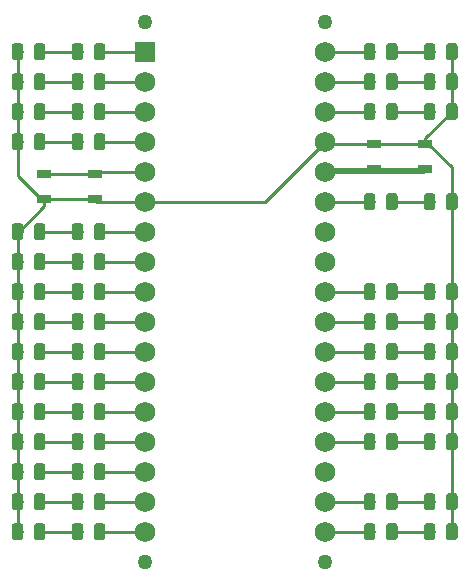
<source format=gbr>
G04 #@! TF.GenerationSoftware,KiCad,Pcbnew,(5.0.0)*
G04 #@! TF.CreationDate,2020-10-19T16:45:57-06:00*
G04 #@! TF.ProjectId,BlueMacro_LED_Tester,426C75654D6163726F5F4C45445F5465,rev?*
G04 #@! TF.SameCoordinates,Original*
G04 #@! TF.FileFunction,Copper,L1,Top,Signal*
G04 #@! TF.FilePolarity,Positive*
%FSLAX46Y46*%
G04 Gerber Fmt 4.6, Leading zero omitted, Abs format (unit mm)*
G04 Created by KiCad (PCBNEW (5.0.0)) date 10/19/20 16:45:57*
%MOMM*%
%LPD*%
G01*
G04 APERTURE LIST*
G04 #@! TA.AperFunction,Conductor*
%ADD10C,0.100000*%
G04 #@! TD*
G04 #@! TA.AperFunction,SMDPad,CuDef*
%ADD11C,0.975000*%
G04 #@! TD*
G04 #@! TA.AperFunction,SMDPad,CuDef*
%ADD12R,1.200000X0.650000*%
G04 #@! TD*
G04 #@! TA.AperFunction,ComponentPad*
%ADD13C,1.750000*%
G04 #@! TD*
G04 #@! TA.AperFunction,ComponentPad*
%ADD14R,1.750000X1.750000*%
G04 #@! TD*
G04 #@! TA.AperFunction,WasherPad*
%ADD15C,1.270000*%
G04 #@! TD*
G04 #@! TA.AperFunction,Conductor*
%ADD16C,0.250000*%
G04 #@! TD*
G04 APERTURE END LIST*
D10*
G04 #@! TO.N,GND*
G04 #@! TO.C,D1*
G36*
X159622642Y-66611174D02*
X159646303Y-66614684D01*
X159669507Y-66620496D01*
X159692029Y-66628554D01*
X159713653Y-66638782D01*
X159734170Y-66651079D01*
X159753383Y-66665329D01*
X159771107Y-66681393D01*
X159787171Y-66699117D01*
X159801421Y-66718330D01*
X159813718Y-66738847D01*
X159823946Y-66760471D01*
X159832004Y-66782993D01*
X159837816Y-66806197D01*
X159841326Y-66829858D01*
X159842500Y-66853750D01*
X159842500Y-67766250D01*
X159841326Y-67790142D01*
X159837816Y-67813803D01*
X159832004Y-67837007D01*
X159823946Y-67859529D01*
X159813718Y-67881153D01*
X159801421Y-67901670D01*
X159787171Y-67920883D01*
X159771107Y-67938607D01*
X159753383Y-67954671D01*
X159734170Y-67968921D01*
X159713653Y-67981218D01*
X159692029Y-67991446D01*
X159669507Y-67999504D01*
X159646303Y-68005316D01*
X159622642Y-68008826D01*
X159598750Y-68010000D01*
X159111250Y-68010000D01*
X159087358Y-68008826D01*
X159063697Y-68005316D01*
X159040493Y-67999504D01*
X159017971Y-67991446D01*
X158996347Y-67981218D01*
X158975830Y-67968921D01*
X158956617Y-67954671D01*
X158938893Y-67938607D01*
X158922829Y-67920883D01*
X158908579Y-67901670D01*
X158896282Y-67881153D01*
X158886054Y-67859529D01*
X158877996Y-67837007D01*
X158872184Y-67813803D01*
X158868674Y-67790142D01*
X158867500Y-67766250D01*
X158867500Y-66853750D01*
X158868674Y-66829858D01*
X158872184Y-66806197D01*
X158877996Y-66782993D01*
X158886054Y-66760471D01*
X158896282Y-66738847D01*
X158908579Y-66718330D01*
X158922829Y-66699117D01*
X158938893Y-66681393D01*
X158956617Y-66665329D01*
X158975830Y-66651079D01*
X158996347Y-66638782D01*
X159017971Y-66628554D01*
X159040493Y-66620496D01*
X159063697Y-66614684D01*
X159087358Y-66611174D01*
X159111250Y-66610000D01*
X159598750Y-66610000D01*
X159622642Y-66611174D01*
X159622642Y-66611174D01*
G37*
D11*
G04 #@! TD*
G04 #@! TO.P,D1,1*
G04 #@! TO.N,GND*
X159355000Y-67310000D03*
D10*
G04 #@! TO.N,Net-(D1-Pad2)*
G04 #@! TO.C,D1*
G36*
X157747642Y-66611174D02*
X157771303Y-66614684D01*
X157794507Y-66620496D01*
X157817029Y-66628554D01*
X157838653Y-66638782D01*
X157859170Y-66651079D01*
X157878383Y-66665329D01*
X157896107Y-66681393D01*
X157912171Y-66699117D01*
X157926421Y-66718330D01*
X157938718Y-66738847D01*
X157948946Y-66760471D01*
X157957004Y-66782993D01*
X157962816Y-66806197D01*
X157966326Y-66829858D01*
X157967500Y-66853750D01*
X157967500Y-67766250D01*
X157966326Y-67790142D01*
X157962816Y-67813803D01*
X157957004Y-67837007D01*
X157948946Y-67859529D01*
X157938718Y-67881153D01*
X157926421Y-67901670D01*
X157912171Y-67920883D01*
X157896107Y-67938607D01*
X157878383Y-67954671D01*
X157859170Y-67968921D01*
X157838653Y-67981218D01*
X157817029Y-67991446D01*
X157794507Y-67999504D01*
X157771303Y-68005316D01*
X157747642Y-68008826D01*
X157723750Y-68010000D01*
X157236250Y-68010000D01*
X157212358Y-68008826D01*
X157188697Y-68005316D01*
X157165493Y-67999504D01*
X157142971Y-67991446D01*
X157121347Y-67981218D01*
X157100830Y-67968921D01*
X157081617Y-67954671D01*
X157063893Y-67938607D01*
X157047829Y-67920883D01*
X157033579Y-67901670D01*
X157021282Y-67881153D01*
X157011054Y-67859529D01*
X157002996Y-67837007D01*
X156997184Y-67813803D01*
X156993674Y-67790142D01*
X156992500Y-67766250D01*
X156992500Y-66853750D01*
X156993674Y-66829858D01*
X156997184Y-66806197D01*
X157002996Y-66782993D01*
X157011054Y-66760471D01*
X157021282Y-66738847D01*
X157033579Y-66718330D01*
X157047829Y-66699117D01*
X157063893Y-66681393D01*
X157081617Y-66665329D01*
X157100830Y-66651079D01*
X157121347Y-66638782D01*
X157142971Y-66628554D01*
X157165493Y-66620496D01*
X157188697Y-66614684D01*
X157212358Y-66611174D01*
X157236250Y-66610000D01*
X157723750Y-66610000D01*
X157747642Y-66611174D01*
X157747642Y-66611174D01*
G37*
D11*
G04 #@! TD*
G04 #@! TO.P,D1,2*
G04 #@! TO.N,Net-(D1-Pad2)*
X157480000Y-67310000D03*
D10*
G04 #@! TO.N,Net-(D2-Pad2)*
G04 #@! TO.C,D2*
G36*
X157747642Y-69151174D02*
X157771303Y-69154684D01*
X157794507Y-69160496D01*
X157817029Y-69168554D01*
X157838653Y-69178782D01*
X157859170Y-69191079D01*
X157878383Y-69205329D01*
X157896107Y-69221393D01*
X157912171Y-69239117D01*
X157926421Y-69258330D01*
X157938718Y-69278847D01*
X157948946Y-69300471D01*
X157957004Y-69322993D01*
X157962816Y-69346197D01*
X157966326Y-69369858D01*
X157967500Y-69393750D01*
X157967500Y-70306250D01*
X157966326Y-70330142D01*
X157962816Y-70353803D01*
X157957004Y-70377007D01*
X157948946Y-70399529D01*
X157938718Y-70421153D01*
X157926421Y-70441670D01*
X157912171Y-70460883D01*
X157896107Y-70478607D01*
X157878383Y-70494671D01*
X157859170Y-70508921D01*
X157838653Y-70521218D01*
X157817029Y-70531446D01*
X157794507Y-70539504D01*
X157771303Y-70545316D01*
X157747642Y-70548826D01*
X157723750Y-70550000D01*
X157236250Y-70550000D01*
X157212358Y-70548826D01*
X157188697Y-70545316D01*
X157165493Y-70539504D01*
X157142971Y-70531446D01*
X157121347Y-70521218D01*
X157100830Y-70508921D01*
X157081617Y-70494671D01*
X157063893Y-70478607D01*
X157047829Y-70460883D01*
X157033579Y-70441670D01*
X157021282Y-70421153D01*
X157011054Y-70399529D01*
X157002996Y-70377007D01*
X156997184Y-70353803D01*
X156993674Y-70330142D01*
X156992500Y-70306250D01*
X156992500Y-69393750D01*
X156993674Y-69369858D01*
X156997184Y-69346197D01*
X157002996Y-69322993D01*
X157011054Y-69300471D01*
X157021282Y-69278847D01*
X157033579Y-69258330D01*
X157047829Y-69239117D01*
X157063893Y-69221393D01*
X157081617Y-69205329D01*
X157100830Y-69191079D01*
X157121347Y-69178782D01*
X157142971Y-69168554D01*
X157165493Y-69160496D01*
X157188697Y-69154684D01*
X157212358Y-69151174D01*
X157236250Y-69150000D01*
X157723750Y-69150000D01*
X157747642Y-69151174D01*
X157747642Y-69151174D01*
G37*
D11*
G04 #@! TD*
G04 #@! TO.P,D2,2*
G04 #@! TO.N,Net-(D2-Pad2)*
X157480000Y-69850000D03*
D10*
G04 #@! TO.N,GND*
G04 #@! TO.C,D2*
G36*
X159622642Y-69151174D02*
X159646303Y-69154684D01*
X159669507Y-69160496D01*
X159692029Y-69168554D01*
X159713653Y-69178782D01*
X159734170Y-69191079D01*
X159753383Y-69205329D01*
X159771107Y-69221393D01*
X159787171Y-69239117D01*
X159801421Y-69258330D01*
X159813718Y-69278847D01*
X159823946Y-69300471D01*
X159832004Y-69322993D01*
X159837816Y-69346197D01*
X159841326Y-69369858D01*
X159842500Y-69393750D01*
X159842500Y-70306250D01*
X159841326Y-70330142D01*
X159837816Y-70353803D01*
X159832004Y-70377007D01*
X159823946Y-70399529D01*
X159813718Y-70421153D01*
X159801421Y-70441670D01*
X159787171Y-70460883D01*
X159771107Y-70478607D01*
X159753383Y-70494671D01*
X159734170Y-70508921D01*
X159713653Y-70521218D01*
X159692029Y-70531446D01*
X159669507Y-70539504D01*
X159646303Y-70545316D01*
X159622642Y-70548826D01*
X159598750Y-70550000D01*
X159111250Y-70550000D01*
X159087358Y-70548826D01*
X159063697Y-70545316D01*
X159040493Y-70539504D01*
X159017971Y-70531446D01*
X158996347Y-70521218D01*
X158975830Y-70508921D01*
X158956617Y-70494671D01*
X158938893Y-70478607D01*
X158922829Y-70460883D01*
X158908579Y-70441670D01*
X158896282Y-70421153D01*
X158886054Y-70399529D01*
X158877996Y-70377007D01*
X158872184Y-70353803D01*
X158868674Y-70330142D01*
X158867500Y-70306250D01*
X158867500Y-69393750D01*
X158868674Y-69369858D01*
X158872184Y-69346197D01*
X158877996Y-69322993D01*
X158886054Y-69300471D01*
X158896282Y-69278847D01*
X158908579Y-69258330D01*
X158922829Y-69239117D01*
X158938893Y-69221393D01*
X158956617Y-69205329D01*
X158975830Y-69191079D01*
X158996347Y-69178782D01*
X159017971Y-69168554D01*
X159040493Y-69160496D01*
X159063697Y-69154684D01*
X159087358Y-69151174D01*
X159111250Y-69150000D01*
X159598750Y-69150000D01*
X159622642Y-69151174D01*
X159622642Y-69151174D01*
G37*
D11*
G04 #@! TD*
G04 #@! TO.P,D2,1*
G04 #@! TO.N,GND*
X159355000Y-69850000D03*
D10*
G04 #@! TO.N,Net-(D3-Pad2)*
G04 #@! TO.C,D3*
G36*
X157747642Y-71691174D02*
X157771303Y-71694684D01*
X157794507Y-71700496D01*
X157817029Y-71708554D01*
X157838653Y-71718782D01*
X157859170Y-71731079D01*
X157878383Y-71745329D01*
X157896107Y-71761393D01*
X157912171Y-71779117D01*
X157926421Y-71798330D01*
X157938718Y-71818847D01*
X157948946Y-71840471D01*
X157957004Y-71862993D01*
X157962816Y-71886197D01*
X157966326Y-71909858D01*
X157967500Y-71933750D01*
X157967500Y-72846250D01*
X157966326Y-72870142D01*
X157962816Y-72893803D01*
X157957004Y-72917007D01*
X157948946Y-72939529D01*
X157938718Y-72961153D01*
X157926421Y-72981670D01*
X157912171Y-73000883D01*
X157896107Y-73018607D01*
X157878383Y-73034671D01*
X157859170Y-73048921D01*
X157838653Y-73061218D01*
X157817029Y-73071446D01*
X157794507Y-73079504D01*
X157771303Y-73085316D01*
X157747642Y-73088826D01*
X157723750Y-73090000D01*
X157236250Y-73090000D01*
X157212358Y-73088826D01*
X157188697Y-73085316D01*
X157165493Y-73079504D01*
X157142971Y-73071446D01*
X157121347Y-73061218D01*
X157100830Y-73048921D01*
X157081617Y-73034671D01*
X157063893Y-73018607D01*
X157047829Y-73000883D01*
X157033579Y-72981670D01*
X157021282Y-72961153D01*
X157011054Y-72939529D01*
X157002996Y-72917007D01*
X156997184Y-72893803D01*
X156993674Y-72870142D01*
X156992500Y-72846250D01*
X156992500Y-71933750D01*
X156993674Y-71909858D01*
X156997184Y-71886197D01*
X157002996Y-71862993D01*
X157011054Y-71840471D01*
X157021282Y-71818847D01*
X157033579Y-71798330D01*
X157047829Y-71779117D01*
X157063893Y-71761393D01*
X157081617Y-71745329D01*
X157100830Y-71731079D01*
X157121347Y-71718782D01*
X157142971Y-71708554D01*
X157165493Y-71700496D01*
X157188697Y-71694684D01*
X157212358Y-71691174D01*
X157236250Y-71690000D01*
X157723750Y-71690000D01*
X157747642Y-71691174D01*
X157747642Y-71691174D01*
G37*
D11*
G04 #@! TD*
G04 #@! TO.P,D3,2*
G04 #@! TO.N,Net-(D3-Pad2)*
X157480000Y-72390000D03*
D10*
G04 #@! TO.N,GND*
G04 #@! TO.C,D3*
G36*
X159622642Y-71691174D02*
X159646303Y-71694684D01*
X159669507Y-71700496D01*
X159692029Y-71708554D01*
X159713653Y-71718782D01*
X159734170Y-71731079D01*
X159753383Y-71745329D01*
X159771107Y-71761393D01*
X159787171Y-71779117D01*
X159801421Y-71798330D01*
X159813718Y-71818847D01*
X159823946Y-71840471D01*
X159832004Y-71862993D01*
X159837816Y-71886197D01*
X159841326Y-71909858D01*
X159842500Y-71933750D01*
X159842500Y-72846250D01*
X159841326Y-72870142D01*
X159837816Y-72893803D01*
X159832004Y-72917007D01*
X159823946Y-72939529D01*
X159813718Y-72961153D01*
X159801421Y-72981670D01*
X159787171Y-73000883D01*
X159771107Y-73018607D01*
X159753383Y-73034671D01*
X159734170Y-73048921D01*
X159713653Y-73061218D01*
X159692029Y-73071446D01*
X159669507Y-73079504D01*
X159646303Y-73085316D01*
X159622642Y-73088826D01*
X159598750Y-73090000D01*
X159111250Y-73090000D01*
X159087358Y-73088826D01*
X159063697Y-73085316D01*
X159040493Y-73079504D01*
X159017971Y-73071446D01*
X158996347Y-73061218D01*
X158975830Y-73048921D01*
X158956617Y-73034671D01*
X158938893Y-73018607D01*
X158922829Y-73000883D01*
X158908579Y-72981670D01*
X158896282Y-72961153D01*
X158886054Y-72939529D01*
X158877996Y-72917007D01*
X158872184Y-72893803D01*
X158868674Y-72870142D01*
X158867500Y-72846250D01*
X158867500Y-71933750D01*
X158868674Y-71909858D01*
X158872184Y-71886197D01*
X158877996Y-71862993D01*
X158886054Y-71840471D01*
X158896282Y-71818847D01*
X158908579Y-71798330D01*
X158922829Y-71779117D01*
X158938893Y-71761393D01*
X158956617Y-71745329D01*
X158975830Y-71731079D01*
X158996347Y-71718782D01*
X159017971Y-71708554D01*
X159040493Y-71700496D01*
X159063697Y-71694684D01*
X159087358Y-71691174D01*
X159111250Y-71690000D01*
X159598750Y-71690000D01*
X159622642Y-71691174D01*
X159622642Y-71691174D01*
G37*
D11*
G04 #@! TD*
G04 #@! TO.P,D3,1*
G04 #@! TO.N,GND*
X159355000Y-72390000D03*
D10*
G04 #@! TO.N,Net-(D4-Pad2)*
G04 #@! TO.C,D4*
G36*
X157747642Y-79311174D02*
X157771303Y-79314684D01*
X157794507Y-79320496D01*
X157817029Y-79328554D01*
X157838653Y-79338782D01*
X157859170Y-79351079D01*
X157878383Y-79365329D01*
X157896107Y-79381393D01*
X157912171Y-79399117D01*
X157926421Y-79418330D01*
X157938718Y-79438847D01*
X157948946Y-79460471D01*
X157957004Y-79482993D01*
X157962816Y-79506197D01*
X157966326Y-79529858D01*
X157967500Y-79553750D01*
X157967500Y-80466250D01*
X157966326Y-80490142D01*
X157962816Y-80513803D01*
X157957004Y-80537007D01*
X157948946Y-80559529D01*
X157938718Y-80581153D01*
X157926421Y-80601670D01*
X157912171Y-80620883D01*
X157896107Y-80638607D01*
X157878383Y-80654671D01*
X157859170Y-80668921D01*
X157838653Y-80681218D01*
X157817029Y-80691446D01*
X157794507Y-80699504D01*
X157771303Y-80705316D01*
X157747642Y-80708826D01*
X157723750Y-80710000D01*
X157236250Y-80710000D01*
X157212358Y-80708826D01*
X157188697Y-80705316D01*
X157165493Y-80699504D01*
X157142971Y-80691446D01*
X157121347Y-80681218D01*
X157100830Y-80668921D01*
X157081617Y-80654671D01*
X157063893Y-80638607D01*
X157047829Y-80620883D01*
X157033579Y-80601670D01*
X157021282Y-80581153D01*
X157011054Y-80559529D01*
X157002996Y-80537007D01*
X156997184Y-80513803D01*
X156993674Y-80490142D01*
X156992500Y-80466250D01*
X156992500Y-79553750D01*
X156993674Y-79529858D01*
X156997184Y-79506197D01*
X157002996Y-79482993D01*
X157011054Y-79460471D01*
X157021282Y-79438847D01*
X157033579Y-79418330D01*
X157047829Y-79399117D01*
X157063893Y-79381393D01*
X157081617Y-79365329D01*
X157100830Y-79351079D01*
X157121347Y-79338782D01*
X157142971Y-79328554D01*
X157165493Y-79320496D01*
X157188697Y-79314684D01*
X157212358Y-79311174D01*
X157236250Y-79310000D01*
X157723750Y-79310000D01*
X157747642Y-79311174D01*
X157747642Y-79311174D01*
G37*
D11*
G04 #@! TD*
G04 #@! TO.P,D4,2*
G04 #@! TO.N,Net-(D4-Pad2)*
X157480000Y-80010000D03*
D10*
G04 #@! TO.N,GND*
G04 #@! TO.C,D4*
G36*
X159622642Y-79311174D02*
X159646303Y-79314684D01*
X159669507Y-79320496D01*
X159692029Y-79328554D01*
X159713653Y-79338782D01*
X159734170Y-79351079D01*
X159753383Y-79365329D01*
X159771107Y-79381393D01*
X159787171Y-79399117D01*
X159801421Y-79418330D01*
X159813718Y-79438847D01*
X159823946Y-79460471D01*
X159832004Y-79482993D01*
X159837816Y-79506197D01*
X159841326Y-79529858D01*
X159842500Y-79553750D01*
X159842500Y-80466250D01*
X159841326Y-80490142D01*
X159837816Y-80513803D01*
X159832004Y-80537007D01*
X159823946Y-80559529D01*
X159813718Y-80581153D01*
X159801421Y-80601670D01*
X159787171Y-80620883D01*
X159771107Y-80638607D01*
X159753383Y-80654671D01*
X159734170Y-80668921D01*
X159713653Y-80681218D01*
X159692029Y-80691446D01*
X159669507Y-80699504D01*
X159646303Y-80705316D01*
X159622642Y-80708826D01*
X159598750Y-80710000D01*
X159111250Y-80710000D01*
X159087358Y-80708826D01*
X159063697Y-80705316D01*
X159040493Y-80699504D01*
X159017971Y-80691446D01*
X158996347Y-80681218D01*
X158975830Y-80668921D01*
X158956617Y-80654671D01*
X158938893Y-80638607D01*
X158922829Y-80620883D01*
X158908579Y-80601670D01*
X158896282Y-80581153D01*
X158886054Y-80559529D01*
X158877996Y-80537007D01*
X158872184Y-80513803D01*
X158868674Y-80490142D01*
X158867500Y-80466250D01*
X158867500Y-79553750D01*
X158868674Y-79529858D01*
X158872184Y-79506197D01*
X158877996Y-79482993D01*
X158886054Y-79460471D01*
X158896282Y-79438847D01*
X158908579Y-79418330D01*
X158922829Y-79399117D01*
X158938893Y-79381393D01*
X158956617Y-79365329D01*
X158975830Y-79351079D01*
X158996347Y-79338782D01*
X159017971Y-79328554D01*
X159040493Y-79320496D01*
X159063697Y-79314684D01*
X159087358Y-79311174D01*
X159111250Y-79310000D01*
X159598750Y-79310000D01*
X159622642Y-79311174D01*
X159622642Y-79311174D01*
G37*
D11*
G04 #@! TD*
G04 #@! TO.P,D4,1*
G04 #@! TO.N,GND*
X159355000Y-80010000D03*
D10*
G04 #@! TO.N,GND*
G04 #@! TO.C,D5*
G36*
X159622642Y-86931174D02*
X159646303Y-86934684D01*
X159669507Y-86940496D01*
X159692029Y-86948554D01*
X159713653Y-86958782D01*
X159734170Y-86971079D01*
X159753383Y-86985329D01*
X159771107Y-87001393D01*
X159787171Y-87019117D01*
X159801421Y-87038330D01*
X159813718Y-87058847D01*
X159823946Y-87080471D01*
X159832004Y-87102993D01*
X159837816Y-87126197D01*
X159841326Y-87149858D01*
X159842500Y-87173750D01*
X159842500Y-88086250D01*
X159841326Y-88110142D01*
X159837816Y-88133803D01*
X159832004Y-88157007D01*
X159823946Y-88179529D01*
X159813718Y-88201153D01*
X159801421Y-88221670D01*
X159787171Y-88240883D01*
X159771107Y-88258607D01*
X159753383Y-88274671D01*
X159734170Y-88288921D01*
X159713653Y-88301218D01*
X159692029Y-88311446D01*
X159669507Y-88319504D01*
X159646303Y-88325316D01*
X159622642Y-88328826D01*
X159598750Y-88330000D01*
X159111250Y-88330000D01*
X159087358Y-88328826D01*
X159063697Y-88325316D01*
X159040493Y-88319504D01*
X159017971Y-88311446D01*
X158996347Y-88301218D01*
X158975830Y-88288921D01*
X158956617Y-88274671D01*
X158938893Y-88258607D01*
X158922829Y-88240883D01*
X158908579Y-88221670D01*
X158896282Y-88201153D01*
X158886054Y-88179529D01*
X158877996Y-88157007D01*
X158872184Y-88133803D01*
X158868674Y-88110142D01*
X158867500Y-88086250D01*
X158867500Y-87173750D01*
X158868674Y-87149858D01*
X158872184Y-87126197D01*
X158877996Y-87102993D01*
X158886054Y-87080471D01*
X158896282Y-87058847D01*
X158908579Y-87038330D01*
X158922829Y-87019117D01*
X158938893Y-87001393D01*
X158956617Y-86985329D01*
X158975830Y-86971079D01*
X158996347Y-86958782D01*
X159017971Y-86948554D01*
X159040493Y-86940496D01*
X159063697Y-86934684D01*
X159087358Y-86931174D01*
X159111250Y-86930000D01*
X159598750Y-86930000D01*
X159622642Y-86931174D01*
X159622642Y-86931174D01*
G37*
D11*
G04 #@! TD*
G04 #@! TO.P,D5,1*
G04 #@! TO.N,GND*
X159355000Y-87630000D03*
D10*
G04 #@! TO.N,Net-(D5-Pad2)*
G04 #@! TO.C,D5*
G36*
X157747642Y-86931174D02*
X157771303Y-86934684D01*
X157794507Y-86940496D01*
X157817029Y-86948554D01*
X157838653Y-86958782D01*
X157859170Y-86971079D01*
X157878383Y-86985329D01*
X157896107Y-87001393D01*
X157912171Y-87019117D01*
X157926421Y-87038330D01*
X157938718Y-87058847D01*
X157948946Y-87080471D01*
X157957004Y-87102993D01*
X157962816Y-87126197D01*
X157966326Y-87149858D01*
X157967500Y-87173750D01*
X157967500Y-88086250D01*
X157966326Y-88110142D01*
X157962816Y-88133803D01*
X157957004Y-88157007D01*
X157948946Y-88179529D01*
X157938718Y-88201153D01*
X157926421Y-88221670D01*
X157912171Y-88240883D01*
X157896107Y-88258607D01*
X157878383Y-88274671D01*
X157859170Y-88288921D01*
X157838653Y-88301218D01*
X157817029Y-88311446D01*
X157794507Y-88319504D01*
X157771303Y-88325316D01*
X157747642Y-88328826D01*
X157723750Y-88330000D01*
X157236250Y-88330000D01*
X157212358Y-88328826D01*
X157188697Y-88325316D01*
X157165493Y-88319504D01*
X157142971Y-88311446D01*
X157121347Y-88301218D01*
X157100830Y-88288921D01*
X157081617Y-88274671D01*
X157063893Y-88258607D01*
X157047829Y-88240883D01*
X157033579Y-88221670D01*
X157021282Y-88201153D01*
X157011054Y-88179529D01*
X157002996Y-88157007D01*
X156997184Y-88133803D01*
X156993674Y-88110142D01*
X156992500Y-88086250D01*
X156992500Y-87173750D01*
X156993674Y-87149858D01*
X156997184Y-87126197D01*
X157002996Y-87102993D01*
X157011054Y-87080471D01*
X157021282Y-87058847D01*
X157033579Y-87038330D01*
X157047829Y-87019117D01*
X157063893Y-87001393D01*
X157081617Y-86985329D01*
X157100830Y-86971079D01*
X157121347Y-86958782D01*
X157142971Y-86948554D01*
X157165493Y-86940496D01*
X157188697Y-86934684D01*
X157212358Y-86931174D01*
X157236250Y-86930000D01*
X157723750Y-86930000D01*
X157747642Y-86931174D01*
X157747642Y-86931174D01*
G37*
D11*
G04 #@! TD*
G04 #@! TO.P,D5,2*
G04 #@! TO.N,Net-(D5-Pad2)*
X157480000Y-87630000D03*
D10*
G04 #@! TO.N,Net-(D6-Pad2)*
G04 #@! TO.C,D6*
G36*
X157747642Y-89471174D02*
X157771303Y-89474684D01*
X157794507Y-89480496D01*
X157817029Y-89488554D01*
X157838653Y-89498782D01*
X157859170Y-89511079D01*
X157878383Y-89525329D01*
X157896107Y-89541393D01*
X157912171Y-89559117D01*
X157926421Y-89578330D01*
X157938718Y-89598847D01*
X157948946Y-89620471D01*
X157957004Y-89642993D01*
X157962816Y-89666197D01*
X157966326Y-89689858D01*
X157967500Y-89713750D01*
X157967500Y-90626250D01*
X157966326Y-90650142D01*
X157962816Y-90673803D01*
X157957004Y-90697007D01*
X157948946Y-90719529D01*
X157938718Y-90741153D01*
X157926421Y-90761670D01*
X157912171Y-90780883D01*
X157896107Y-90798607D01*
X157878383Y-90814671D01*
X157859170Y-90828921D01*
X157838653Y-90841218D01*
X157817029Y-90851446D01*
X157794507Y-90859504D01*
X157771303Y-90865316D01*
X157747642Y-90868826D01*
X157723750Y-90870000D01*
X157236250Y-90870000D01*
X157212358Y-90868826D01*
X157188697Y-90865316D01*
X157165493Y-90859504D01*
X157142971Y-90851446D01*
X157121347Y-90841218D01*
X157100830Y-90828921D01*
X157081617Y-90814671D01*
X157063893Y-90798607D01*
X157047829Y-90780883D01*
X157033579Y-90761670D01*
X157021282Y-90741153D01*
X157011054Y-90719529D01*
X157002996Y-90697007D01*
X156997184Y-90673803D01*
X156993674Y-90650142D01*
X156992500Y-90626250D01*
X156992500Y-89713750D01*
X156993674Y-89689858D01*
X156997184Y-89666197D01*
X157002996Y-89642993D01*
X157011054Y-89620471D01*
X157021282Y-89598847D01*
X157033579Y-89578330D01*
X157047829Y-89559117D01*
X157063893Y-89541393D01*
X157081617Y-89525329D01*
X157100830Y-89511079D01*
X157121347Y-89498782D01*
X157142971Y-89488554D01*
X157165493Y-89480496D01*
X157188697Y-89474684D01*
X157212358Y-89471174D01*
X157236250Y-89470000D01*
X157723750Y-89470000D01*
X157747642Y-89471174D01*
X157747642Y-89471174D01*
G37*
D11*
G04 #@! TD*
G04 #@! TO.P,D6,2*
G04 #@! TO.N,Net-(D6-Pad2)*
X157480000Y-90170000D03*
D10*
G04 #@! TO.N,GND*
G04 #@! TO.C,D6*
G36*
X159622642Y-89471174D02*
X159646303Y-89474684D01*
X159669507Y-89480496D01*
X159692029Y-89488554D01*
X159713653Y-89498782D01*
X159734170Y-89511079D01*
X159753383Y-89525329D01*
X159771107Y-89541393D01*
X159787171Y-89559117D01*
X159801421Y-89578330D01*
X159813718Y-89598847D01*
X159823946Y-89620471D01*
X159832004Y-89642993D01*
X159837816Y-89666197D01*
X159841326Y-89689858D01*
X159842500Y-89713750D01*
X159842500Y-90626250D01*
X159841326Y-90650142D01*
X159837816Y-90673803D01*
X159832004Y-90697007D01*
X159823946Y-90719529D01*
X159813718Y-90741153D01*
X159801421Y-90761670D01*
X159787171Y-90780883D01*
X159771107Y-90798607D01*
X159753383Y-90814671D01*
X159734170Y-90828921D01*
X159713653Y-90841218D01*
X159692029Y-90851446D01*
X159669507Y-90859504D01*
X159646303Y-90865316D01*
X159622642Y-90868826D01*
X159598750Y-90870000D01*
X159111250Y-90870000D01*
X159087358Y-90868826D01*
X159063697Y-90865316D01*
X159040493Y-90859504D01*
X159017971Y-90851446D01*
X158996347Y-90841218D01*
X158975830Y-90828921D01*
X158956617Y-90814671D01*
X158938893Y-90798607D01*
X158922829Y-90780883D01*
X158908579Y-90761670D01*
X158896282Y-90741153D01*
X158886054Y-90719529D01*
X158877996Y-90697007D01*
X158872184Y-90673803D01*
X158868674Y-90650142D01*
X158867500Y-90626250D01*
X158867500Y-89713750D01*
X158868674Y-89689858D01*
X158872184Y-89666197D01*
X158877996Y-89642993D01*
X158886054Y-89620471D01*
X158896282Y-89598847D01*
X158908579Y-89578330D01*
X158922829Y-89559117D01*
X158938893Y-89541393D01*
X158956617Y-89525329D01*
X158975830Y-89511079D01*
X158996347Y-89498782D01*
X159017971Y-89488554D01*
X159040493Y-89480496D01*
X159063697Y-89474684D01*
X159087358Y-89471174D01*
X159111250Y-89470000D01*
X159598750Y-89470000D01*
X159622642Y-89471174D01*
X159622642Y-89471174D01*
G37*
D11*
G04 #@! TD*
G04 #@! TO.P,D6,1*
G04 #@! TO.N,GND*
X159355000Y-90170000D03*
D10*
G04 #@! TO.N,GND*
G04 #@! TO.C,D7*
G36*
X159622642Y-92011174D02*
X159646303Y-92014684D01*
X159669507Y-92020496D01*
X159692029Y-92028554D01*
X159713653Y-92038782D01*
X159734170Y-92051079D01*
X159753383Y-92065329D01*
X159771107Y-92081393D01*
X159787171Y-92099117D01*
X159801421Y-92118330D01*
X159813718Y-92138847D01*
X159823946Y-92160471D01*
X159832004Y-92182993D01*
X159837816Y-92206197D01*
X159841326Y-92229858D01*
X159842500Y-92253750D01*
X159842500Y-93166250D01*
X159841326Y-93190142D01*
X159837816Y-93213803D01*
X159832004Y-93237007D01*
X159823946Y-93259529D01*
X159813718Y-93281153D01*
X159801421Y-93301670D01*
X159787171Y-93320883D01*
X159771107Y-93338607D01*
X159753383Y-93354671D01*
X159734170Y-93368921D01*
X159713653Y-93381218D01*
X159692029Y-93391446D01*
X159669507Y-93399504D01*
X159646303Y-93405316D01*
X159622642Y-93408826D01*
X159598750Y-93410000D01*
X159111250Y-93410000D01*
X159087358Y-93408826D01*
X159063697Y-93405316D01*
X159040493Y-93399504D01*
X159017971Y-93391446D01*
X158996347Y-93381218D01*
X158975830Y-93368921D01*
X158956617Y-93354671D01*
X158938893Y-93338607D01*
X158922829Y-93320883D01*
X158908579Y-93301670D01*
X158896282Y-93281153D01*
X158886054Y-93259529D01*
X158877996Y-93237007D01*
X158872184Y-93213803D01*
X158868674Y-93190142D01*
X158867500Y-93166250D01*
X158867500Y-92253750D01*
X158868674Y-92229858D01*
X158872184Y-92206197D01*
X158877996Y-92182993D01*
X158886054Y-92160471D01*
X158896282Y-92138847D01*
X158908579Y-92118330D01*
X158922829Y-92099117D01*
X158938893Y-92081393D01*
X158956617Y-92065329D01*
X158975830Y-92051079D01*
X158996347Y-92038782D01*
X159017971Y-92028554D01*
X159040493Y-92020496D01*
X159063697Y-92014684D01*
X159087358Y-92011174D01*
X159111250Y-92010000D01*
X159598750Y-92010000D01*
X159622642Y-92011174D01*
X159622642Y-92011174D01*
G37*
D11*
G04 #@! TD*
G04 #@! TO.P,D7,1*
G04 #@! TO.N,GND*
X159355000Y-92710000D03*
D10*
G04 #@! TO.N,Net-(D7-Pad2)*
G04 #@! TO.C,D7*
G36*
X157747642Y-92011174D02*
X157771303Y-92014684D01*
X157794507Y-92020496D01*
X157817029Y-92028554D01*
X157838653Y-92038782D01*
X157859170Y-92051079D01*
X157878383Y-92065329D01*
X157896107Y-92081393D01*
X157912171Y-92099117D01*
X157926421Y-92118330D01*
X157938718Y-92138847D01*
X157948946Y-92160471D01*
X157957004Y-92182993D01*
X157962816Y-92206197D01*
X157966326Y-92229858D01*
X157967500Y-92253750D01*
X157967500Y-93166250D01*
X157966326Y-93190142D01*
X157962816Y-93213803D01*
X157957004Y-93237007D01*
X157948946Y-93259529D01*
X157938718Y-93281153D01*
X157926421Y-93301670D01*
X157912171Y-93320883D01*
X157896107Y-93338607D01*
X157878383Y-93354671D01*
X157859170Y-93368921D01*
X157838653Y-93381218D01*
X157817029Y-93391446D01*
X157794507Y-93399504D01*
X157771303Y-93405316D01*
X157747642Y-93408826D01*
X157723750Y-93410000D01*
X157236250Y-93410000D01*
X157212358Y-93408826D01*
X157188697Y-93405316D01*
X157165493Y-93399504D01*
X157142971Y-93391446D01*
X157121347Y-93381218D01*
X157100830Y-93368921D01*
X157081617Y-93354671D01*
X157063893Y-93338607D01*
X157047829Y-93320883D01*
X157033579Y-93301670D01*
X157021282Y-93281153D01*
X157011054Y-93259529D01*
X157002996Y-93237007D01*
X156997184Y-93213803D01*
X156993674Y-93190142D01*
X156992500Y-93166250D01*
X156992500Y-92253750D01*
X156993674Y-92229858D01*
X156997184Y-92206197D01*
X157002996Y-92182993D01*
X157011054Y-92160471D01*
X157021282Y-92138847D01*
X157033579Y-92118330D01*
X157047829Y-92099117D01*
X157063893Y-92081393D01*
X157081617Y-92065329D01*
X157100830Y-92051079D01*
X157121347Y-92038782D01*
X157142971Y-92028554D01*
X157165493Y-92020496D01*
X157188697Y-92014684D01*
X157212358Y-92011174D01*
X157236250Y-92010000D01*
X157723750Y-92010000D01*
X157747642Y-92011174D01*
X157747642Y-92011174D01*
G37*
D11*
G04 #@! TD*
G04 #@! TO.P,D7,2*
G04 #@! TO.N,Net-(D7-Pad2)*
X157480000Y-92710000D03*
D10*
G04 #@! TO.N,GND*
G04 #@! TO.C,D8*
G36*
X159622642Y-94551174D02*
X159646303Y-94554684D01*
X159669507Y-94560496D01*
X159692029Y-94568554D01*
X159713653Y-94578782D01*
X159734170Y-94591079D01*
X159753383Y-94605329D01*
X159771107Y-94621393D01*
X159787171Y-94639117D01*
X159801421Y-94658330D01*
X159813718Y-94678847D01*
X159823946Y-94700471D01*
X159832004Y-94722993D01*
X159837816Y-94746197D01*
X159841326Y-94769858D01*
X159842500Y-94793750D01*
X159842500Y-95706250D01*
X159841326Y-95730142D01*
X159837816Y-95753803D01*
X159832004Y-95777007D01*
X159823946Y-95799529D01*
X159813718Y-95821153D01*
X159801421Y-95841670D01*
X159787171Y-95860883D01*
X159771107Y-95878607D01*
X159753383Y-95894671D01*
X159734170Y-95908921D01*
X159713653Y-95921218D01*
X159692029Y-95931446D01*
X159669507Y-95939504D01*
X159646303Y-95945316D01*
X159622642Y-95948826D01*
X159598750Y-95950000D01*
X159111250Y-95950000D01*
X159087358Y-95948826D01*
X159063697Y-95945316D01*
X159040493Y-95939504D01*
X159017971Y-95931446D01*
X158996347Y-95921218D01*
X158975830Y-95908921D01*
X158956617Y-95894671D01*
X158938893Y-95878607D01*
X158922829Y-95860883D01*
X158908579Y-95841670D01*
X158896282Y-95821153D01*
X158886054Y-95799529D01*
X158877996Y-95777007D01*
X158872184Y-95753803D01*
X158868674Y-95730142D01*
X158867500Y-95706250D01*
X158867500Y-94793750D01*
X158868674Y-94769858D01*
X158872184Y-94746197D01*
X158877996Y-94722993D01*
X158886054Y-94700471D01*
X158896282Y-94678847D01*
X158908579Y-94658330D01*
X158922829Y-94639117D01*
X158938893Y-94621393D01*
X158956617Y-94605329D01*
X158975830Y-94591079D01*
X158996347Y-94578782D01*
X159017971Y-94568554D01*
X159040493Y-94560496D01*
X159063697Y-94554684D01*
X159087358Y-94551174D01*
X159111250Y-94550000D01*
X159598750Y-94550000D01*
X159622642Y-94551174D01*
X159622642Y-94551174D01*
G37*
D11*
G04 #@! TD*
G04 #@! TO.P,D8,1*
G04 #@! TO.N,GND*
X159355000Y-95250000D03*
D10*
G04 #@! TO.N,Net-(D8-Pad2)*
G04 #@! TO.C,D8*
G36*
X157747642Y-94551174D02*
X157771303Y-94554684D01*
X157794507Y-94560496D01*
X157817029Y-94568554D01*
X157838653Y-94578782D01*
X157859170Y-94591079D01*
X157878383Y-94605329D01*
X157896107Y-94621393D01*
X157912171Y-94639117D01*
X157926421Y-94658330D01*
X157938718Y-94678847D01*
X157948946Y-94700471D01*
X157957004Y-94722993D01*
X157962816Y-94746197D01*
X157966326Y-94769858D01*
X157967500Y-94793750D01*
X157967500Y-95706250D01*
X157966326Y-95730142D01*
X157962816Y-95753803D01*
X157957004Y-95777007D01*
X157948946Y-95799529D01*
X157938718Y-95821153D01*
X157926421Y-95841670D01*
X157912171Y-95860883D01*
X157896107Y-95878607D01*
X157878383Y-95894671D01*
X157859170Y-95908921D01*
X157838653Y-95921218D01*
X157817029Y-95931446D01*
X157794507Y-95939504D01*
X157771303Y-95945316D01*
X157747642Y-95948826D01*
X157723750Y-95950000D01*
X157236250Y-95950000D01*
X157212358Y-95948826D01*
X157188697Y-95945316D01*
X157165493Y-95939504D01*
X157142971Y-95931446D01*
X157121347Y-95921218D01*
X157100830Y-95908921D01*
X157081617Y-95894671D01*
X157063893Y-95878607D01*
X157047829Y-95860883D01*
X157033579Y-95841670D01*
X157021282Y-95821153D01*
X157011054Y-95799529D01*
X157002996Y-95777007D01*
X156997184Y-95753803D01*
X156993674Y-95730142D01*
X156992500Y-95706250D01*
X156992500Y-94793750D01*
X156993674Y-94769858D01*
X156997184Y-94746197D01*
X157002996Y-94722993D01*
X157011054Y-94700471D01*
X157021282Y-94678847D01*
X157033579Y-94658330D01*
X157047829Y-94639117D01*
X157063893Y-94621393D01*
X157081617Y-94605329D01*
X157100830Y-94591079D01*
X157121347Y-94578782D01*
X157142971Y-94568554D01*
X157165493Y-94560496D01*
X157188697Y-94554684D01*
X157212358Y-94551174D01*
X157236250Y-94550000D01*
X157723750Y-94550000D01*
X157747642Y-94551174D01*
X157747642Y-94551174D01*
G37*
D11*
G04 #@! TD*
G04 #@! TO.P,D8,2*
G04 #@! TO.N,Net-(D8-Pad2)*
X157480000Y-95250000D03*
D10*
G04 #@! TO.N,GND*
G04 #@! TO.C,D9*
G36*
X159622642Y-97091174D02*
X159646303Y-97094684D01*
X159669507Y-97100496D01*
X159692029Y-97108554D01*
X159713653Y-97118782D01*
X159734170Y-97131079D01*
X159753383Y-97145329D01*
X159771107Y-97161393D01*
X159787171Y-97179117D01*
X159801421Y-97198330D01*
X159813718Y-97218847D01*
X159823946Y-97240471D01*
X159832004Y-97262993D01*
X159837816Y-97286197D01*
X159841326Y-97309858D01*
X159842500Y-97333750D01*
X159842500Y-98246250D01*
X159841326Y-98270142D01*
X159837816Y-98293803D01*
X159832004Y-98317007D01*
X159823946Y-98339529D01*
X159813718Y-98361153D01*
X159801421Y-98381670D01*
X159787171Y-98400883D01*
X159771107Y-98418607D01*
X159753383Y-98434671D01*
X159734170Y-98448921D01*
X159713653Y-98461218D01*
X159692029Y-98471446D01*
X159669507Y-98479504D01*
X159646303Y-98485316D01*
X159622642Y-98488826D01*
X159598750Y-98490000D01*
X159111250Y-98490000D01*
X159087358Y-98488826D01*
X159063697Y-98485316D01*
X159040493Y-98479504D01*
X159017971Y-98471446D01*
X158996347Y-98461218D01*
X158975830Y-98448921D01*
X158956617Y-98434671D01*
X158938893Y-98418607D01*
X158922829Y-98400883D01*
X158908579Y-98381670D01*
X158896282Y-98361153D01*
X158886054Y-98339529D01*
X158877996Y-98317007D01*
X158872184Y-98293803D01*
X158868674Y-98270142D01*
X158867500Y-98246250D01*
X158867500Y-97333750D01*
X158868674Y-97309858D01*
X158872184Y-97286197D01*
X158877996Y-97262993D01*
X158886054Y-97240471D01*
X158896282Y-97218847D01*
X158908579Y-97198330D01*
X158922829Y-97179117D01*
X158938893Y-97161393D01*
X158956617Y-97145329D01*
X158975830Y-97131079D01*
X158996347Y-97118782D01*
X159017971Y-97108554D01*
X159040493Y-97100496D01*
X159063697Y-97094684D01*
X159087358Y-97091174D01*
X159111250Y-97090000D01*
X159598750Y-97090000D01*
X159622642Y-97091174D01*
X159622642Y-97091174D01*
G37*
D11*
G04 #@! TD*
G04 #@! TO.P,D9,1*
G04 #@! TO.N,GND*
X159355000Y-97790000D03*
D10*
G04 #@! TO.N,Net-(D9-Pad2)*
G04 #@! TO.C,D9*
G36*
X157747642Y-97091174D02*
X157771303Y-97094684D01*
X157794507Y-97100496D01*
X157817029Y-97108554D01*
X157838653Y-97118782D01*
X157859170Y-97131079D01*
X157878383Y-97145329D01*
X157896107Y-97161393D01*
X157912171Y-97179117D01*
X157926421Y-97198330D01*
X157938718Y-97218847D01*
X157948946Y-97240471D01*
X157957004Y-97262993D01*
X157962816Y-97286197D01*
X157966326Y-97309858D01*
X157967500Y-97333750D01*
X157967500Y-98246250D01*
X157966326Y-98270142D01*
X157962816Y-98293803D01*
X157957004Y-98317007D01*
X157948946Y-98339529D01*
X157938718Y-98361153D01*
X157926421Y-98381670D01*
X157912171Y-98400883D01*
X157896107Y-98418607D01*
X157878383Y-98434671D01*
X157859170Y-98448921D01*
X157838653Y-98461218D01*
X157817029Y-98471446D01*
X157794507Y-98479504D01*
X157771303Y-98485316D01*
X157747642Y-98488826D01*
X157723750Y-98490000D01*
X157236250Y-98490000D01*
X157212358Y-98488826D01*
X157188697Y-98485316D01*
X157165493Y-98479504D01*
X157142971Y-98471446D01*
X157121347Y-98461218D01*
X157100830Y-98448921D01*
X157081617Y-98434671D01*
X157063893Y-98418607D01*
X157047829Y-98400883D01*
X157033579Y-98381670D01*
X157021282Y-98361153D01*
X157011054Y-98339529D01*
X157002996Y-98317007D01*
X156997184Y-98293803D01*
X156993674Y-98270142D01*
X156992500Y-98246250D01*
X156992500Y-97333750D01*
X156993674Y-97309858D01*
X156997184Y-97286197D01*
X157002996Y-97262993D01*
X157011054Y-97240471D01*
X157021282Y-97218847D01*
X157033579Y-97198330D01*
X157047829Y-97179117D01*
X157063893Y-97161393D01*
X157081617Y-97145329D01*
X157100830Y-97131079D01*
X157121347Y-97118782D01*
X157142971Y-97108554D01*
X157165493Y-97100496D01*
X157188697Y-97094684D01*
X157212358Y-97091174D01*
X157236250Y-97090000D01*
X157723750Y-97090000D01*
X157747642Y-97091174D01*
X157747642Y-97091174D01*
G37*
D11*
G04 #@! TD*
G04 #@! TO.P,D9,2*
G04 #@! TO.N,Net-(D9-Pad2)*
X157480000Y-97790000D03*
D10*
G04 #@! TO.N,GND*
G04 #@! TO.C,D10*
G36*
X159622642Y-99631174D02*
X159646303Y-99634684D01*
X159669507Y-99640496D01*
X159692029Y-99648554D01*
X159713653Y-99658782D01*
X159734170Y-99671079D01*
X159753383Y-99685329D01*
X159771107Y-99701393D01*
X159787171Y-99719117D01*
X159801421Y-99738330D01*
X159813718Y-99758847D01*
X159823946Y-99780471D01*
X159832004Y-99802993D01*
X159837816Y-99826197D01*
X159841326Y-99849858D01*
X159842500Y-99873750D01*
X159842500Y-100786250D01*
X159841326Y-100810142D01*
X159837816Y-100833803D01*
X159832004Y-100857007D01*
X159823946Y-100879529D01*
X159813718Y-100901153D01*
X159801421Y-100921670D01*
X159787171Y-100940883D01*
X159771107Y-100958607D01*
X159753383Y-100974671D01*
X159734170Y-100988921D01*
X159713653Y-101001218D01*
X159692029Y-101011446D01*
X159669507Y-101019504D01*
X159646303Y-101025316D01*
X159622642Y-101028826D01*
X159598750Y-101030000D01*
X159111250Y-101030000D01*
X159087358Y-101028826D01*
X159063697Y-101025316D01*
X159040493Y-101019504D01*
X159017971Y-101011446D01*
X158996347Y-101001218D01*
X158975830Y-100988921D01*
X158956617Y-100974671D01*
X158938893Y-100958607D01*
X158922829Y-100940883D01*
X158908579Y-100921670D01*
X158896282Y-100901153D01*
X158886054Y-100879529D01*
X158877996Y-100857007D01*
X158872184Y-100833803D01*
X158868674Y-100810142D01*
X158867500Y-100786250D01*
X158867500Y-99873750D01*
X158868674Y-99849858D01*
X158872184Y-99826197D01*
X158877996Y-99802993D01*
X158886054Y-99780471D01*
X158896282Y-99758847D01*
X158908579Y-99738330D01*
X158922829Y-99719117D01*
X158938893Y-99701393D01*
X158956617Y-99685329D01*
X158975830Y-99671079D01*
X158996347Y-99658782D01*
X159017971Y-99648554D01*
X159040493Y-99640496D01*
X159063697Y-99634684D01*
X159087358Y-99631174D01*
X159111250Y-99630000D01*
X159598750Y-99630000D01*
X159622642Y-99631174D01*
X159622642Y-99631174D01*
G37*
D11*
G04 #@! TD*
G04 #@! TO.P,D10,1*
G04 #@! TO.N,GND*
X159355000Y-100330000D03*
D10*
G04 #@! TO.N,Net-(D10-Pad2)*
G04 #@! TO.C,D10*
G36*
X157747642Y-99631174D02*
X157771303Y-99634684D01*
X157794507Y-99640496D01*
X157817029Y-99648554D01*
X157838653Y-99658782D01*
X157859170Y-99671079D01*
X157878383Y-99685329D01*
X157896107Y-99701393D01*
X157912171Y-99719117D01*
X157926421Y-99738330D01*
X157938718Y-99758847D01*
X157948946Y-99780471D01*
X157957004Y-99802993D01*
X157962816Y-99826197D01*
X157966326Y-99849858D01*
X157967500Y-99873750D01*
X157967500Y-100786250D01*
X157966326Y-100810142D01*
X157962816Y-100833803D01*
X157957004Y-100857007D01*
X157948946Y-100879529D01*
X157938718Y-100901153D01*
X157926421Y-100921670D01*
X157912171Y-100940883D01*
X157896107Y-100958607D01*
X157878383Y-100974671D01*
X157859170Y-100988921D01*
X157838653Y-101001218D01*
X157817029Y-101011446D01*
X157794507Y-101019504D01*
X157771303Y-101025316D01*
X157747642Y-101028826D01*
X157723750Y-101030000D01*
X157236250Y-101030000D01*
X157212358Y-101028826D01*
X157188697Y-101025316D01*
X157165493Y-101019504D01*
X157142971Y-101011446D01*
X157121347Y-101001218D01*
X157100830Y-100988921D01*
X157081617Y-100974671D01*
X157063893Y-100958607D01*
X157047829Y-100940883D01*
X157033579Y-100921670D01*
X157021282Y-100901153D01*
X157011054Y-100879529D01*
X157002996Y-100857007D01*
X156997184Y-100833803D01*
X156993674Y-100810142D01*
X156992500Y-100786250D01*
X156992500Y-99873750D01*
X156993674Y-99849858D01*
X156997184Y-99826197D01*
X157002996Y-99802993D01*
X157011054Y-99780471D01*
X157021282Y-99758847D01*
X157033579Y-99738330D01*
X157047829Y-99719117D01*
X157063893Y-99701393D01*
X157081617Y-99685329D01*
X157100830Y-99671079D01*
X157121347Y-99658782D01*
X157142971Y-99648554D01*
X157165493Y-99640496D01*
X157188697Y-99634684D01*
X157212358Y-99631174D01*
X157236250Y-99630000D01*
X157723750Y-99630000D01*
X157747642Y-99631174D01*
X157747642Y-99631174D01*
G37*
D11*
G04 #@! TD*
G04 #@! TO.P,D10,2*
G04 #@! TO.N,Net-(D10-Pad2)*
X157480000Y-100330000D03*
D10*
G04 #@! TO.N,GND*
G04 #@! TO.C,D11*
G36*
X159622642Y-104711174D02*
X159646303Y-104714684D01*
X159669507Y-104720496D01*
X159692029Y-104728554D01*
X159713653Y-104738782D01*
X159734170Y-104751079D01*
X159753383Y-104765329D01*
X159771107Y-104781393D01*
X159787171Y-104799117D01*
X159801421Y-104818330D01*
X159813718Y-104838847D01*
X159823946Y-104860471D01*
X159832004Y-104882993D01*
X159837816Y-104906197D01*
X159841326Y-104929858D01*
X159842500Y-104953750D01*
X159842500Y-105866250D01*
X159841326Y-105890142D01*
X159837816Y-105913803D01*
X159832004Y-105937007D01*
X159823946Y-105959529D01*
X159813718Y-105981153D01*
X159801421Y-106001670D01*
X159787171Y-106020883D01*
X159771107Y-106038607D01*
X159753383Y-106054671D01*
X159734170Y-106068921D01*
X159713653Y-106081218D01*
X159692029Y-106091446D01*
X159669507Y-106099504D01*
X159646303Y-106105316D01*
X159622642Y-106108826D01*
X159598750Y-106110000D01*
X159111250Y-106110000D01*
X159087358Y-106108826D01*
X159063697Y-106105316D01*
X159040493Y-106099504D01*
X159017971Y-106091446D01*
X158996347Y-106081218D01*
X158975830Y-106068921D01*
X158956617Y-106054671D01*
X158938893Y-106038607D01*
X158922829Y-106020883D01*
X158908579Y-106001670D01*
X158896282Y-105981153D01*
X158886054Y-105959529D01*
X158877996Y-105937007D01*
X158872184Y-105913803D01*
X158868674Y-105890142D01*
X158867500Y-105866250D01*
X158867500Y-104953750D01*
X158868674Y-104929858D01*
X158872184Y-104906197D01*
X158877996Y-104882993D01*
X158886054Y-104860471D01*
X158896282Y-104838847D01*
X158908579Y-104818330D01*
X158922829Y-104799117D01*
X158938893Y-104781393D01*
X158956617Y-104765329D01*
X158975830Y-104751079D01*
X158996347Y-104738782D01*
X159017971Y-104728554D01*
X159040493Y-104720496D01*
X159063697Y-104714684D01*
X159087358Y-104711174D01*
X159111250Y-104710000D01*
X159598750Y-104710000D01*
X159622642Y-104711174D01*
X159622642Y-104711174D01*
G37*
D11*
G04 #@! TD*
G04 #@! TO.P,D11,1*
G04 #@! TO.N,GND*
X159355000Y-105410000D03*
D10*
G04 #@! TO.N,Net-(D11-Pad2)*
G04 #@! TO.C,D11*
G36*
X157747642Y-104711174D02*
X157771303Y-104714684D01*
X157794507Y-104720496D01*
X157817029Y-104728554D01*
X157838653Y-104738782D01*
X157859170Y-104751079D01*
X157878383Y-104765329D01*
X157896107Y-104781393D01*
X157912171Y-104799117D01*
X157926421Y-104818330D01*
X157938718Y-104838847D01*
X157948946Y-104860471D01*
X157957004Y-104882993D01*
X157962816Y-104906197D01*
X157966326Y-104929858D01*
X157967500Y-104953750D01*
X157967500Y-105866250D01*
X157966326Y-105890142D01*
X157962816Y-105913803D01*
X157957004Y-105937007D01*
X157948946Y-105959529D01*
X157938718Y-105981153D01*
X157926421Y-106001670D01*
X157912171Y-106020883D01*
X157896107Y-106038607D01*
X157878383Y-106054671D01*
X157859170Y-106068921D01*
X157838653Y-106081218D01*
X157817029Y-106091446D01*
X157794507Y-106099504D01*
X157771303Y-106105316D01*
X157747642Y-106108826D01*
X157723750Y-106110000D01*
X157236250Y-106110000D01*
X157212358Y-106108826D01*
X157188697Y-106105316D01*
X157165493Y-106099504D01*
X157142971Y-106091446D01*
X157121347Y-106081218D01*
X157100830Y-106068921D01*
X157081617Y-106054671D01*
X157063893Y-106038607D01*
X157047829Y-106020883D01*
X157033579Y-106001670D01*
X157021282Y-105981153D01*
X157011054Y-105959529D01*
X157002996Y-105937007D01*
X156997184Y-105913803D01*
X156993674Y-105890142D01*
X156992500Y-105866250D01*
X156992500Y-104953750D01*
X156993674Y-104929858D01*
X156997184Y-104906197D01*
X157002996Y-104882993D01*
X157011054Y-104860471D01*
X157021282Y-104838847D01*
X157033579Y-104818330D01*
X157047829Y-104799117D01*
X157063893Y-104781393D01*
X157081617Y-104765329D01*
X157100830Y-104751079D01*
X157121347Y-104738782D01*
X157142971Y-104728554D01*
X157165493Y-104720496D01*
X157188697Y-104714684D01*
X157212358Y-104711174D01*
X157236250Y-104710000D01*
X157723750Y-104710000D01*
X157747642Y-104711174D01*
X157747642Y-104711174D01*
G37*
D11*
G04 #@! TD*
G04 #@! TO.P,D11,2*
G04 #@! TO.N,Net-(D11-Pad2)*
X157480000Y-105410000D03*
D10*
G04 #@! TO.N,Net-(D12-Pad2)*
G04 #@! TO.C,D12*
G36*
X157747642Y-107251174D02*
X157771303Y-107254684D01*
X157794507Y-107260496D01*
X157817029Y-107268554D01*
X157838653Y-107278782D01*
X157859170Y-107291079D01*
X157878383Y-107305329D01*
X157896107Y-107321393D01*
X157912171Y-107339117D01*
X157926421Y-107358330D01*
X157938718Y-107378847D01*
X157948946Y-107400471D01*
X157957004Y-107422993D01*
X157962816Y-107446197D01*
X157966326Y-107469858D01*
X157967500Y-107493750D01*
X157967500Y-108406250D01*
X157966326Y-108430142D01*
X157962816Y-108453803D01*
X157957004Y-108477007D01*
X157948946Y-108499529D01*
X157938718Y-108521153D01*
X157926421Y-108541670D01*
X157912171Y-108560883D01*
X157896107Y-108578607D01*
X157878383Y-108594671D01*
X157859170Y-108608921D01*
X157838653Y-108621218D01*
X157817029Y-108631446D01*
X157794507Y-108639504D01*
X157771303Y-108645316D01*
X157747642Y-108648826D01*
X157723750Y-108650000D01*
X157236250Y-108650000D01*
X157212358Y-108648826D01*
X157188697Y-108645316D01*
X157165493Y-108639504D01*
X157142971Y-108631446D01*
X157121347Y-108621218D01*
X157100830Y-108608921D01*
X157081617Y-108594671D01*
X157063893Y-108578607D01*
X157047829Y-108560883D01*
X157033579Y-108541670D01*
X157021282Y-108521153D01*
X157011054Y-108499529D01*
X157002996Y-108477007D01*
X156997184Y-108453803D01*
X156993674Y-108430142D01*
X156992500Y-108406250D01*
X156992500Y-107493750D01*
X156993674Y-107469858D01*
X156997184Y-107446197D01*
X157002996Y-107422993D01*
X157011054Y-107400471D01*
X157021282Y-107378847D01*
X157033579Y-107358330D01*
X157047829Y-107339117D01*
X157063893Y-107321393D01*
X157081617Y-107305329D01*
X157100830Y-107291079D01*
X157121347Y-107278782D01*
X157142971Y-107268554D01*
X157165493Y-107260496D01*
X157188697Y-107254684D01*
X157212358Y-107251174D01*
X157236250Y-107250000D01*
X157723750Y-107250000D01*
X157747642Y-107251174D01*
X157747642Y-107251174D01*
G37*
D11*
G04 #@! TD*
G04 #@! TO.P,D12,2*
G04 #@! TO.N,Net-(D12-Pad2)*
X157480000Y-107950000D03*
D10*
G04 #@! TO.N,GND*
G04 #@! TO.C,D12*
G36*
X159622642Y-107251174D02*
X159646303Y-107254684D01*
X159669507Y-107260496D01*
X159692029Y-107268554D01*
X159713653Y-107278782D01*
X159734170Y-107291079D01*
X159753383Y-107305329D01*
X159771107Y-107321393D01*
X159787171Y-107339117D01*
X159801421Y-107358330D01*
X159813718Y-107378847D01*
X159823946Y-107400471D01*
X159832004Y-107422993D01*
X159837816Y-107446197D01*
X159841326Y-107469858D01*
X159842500Y-107493750D01*
X159842500Y-108406250D01*
X159841326Y-108430142D01*
X159837816Y-108453803D01*
X159832004Y-108477007D01*
X159823946Y-108499529D01*
X159813718Y-108521153D01*
X159801421Y-108541670D01*
X159787171Y-108560883D01*
X159771107Y-108578607D01*
X159753383Y-108594671D01*
X159734170Y-108608921D01*
X159713653Y-108621218D01*
X159692029Y-108631446D01*
X159669507Y-108639504D01*
X159646303Y-108645316D01*
X159622642Y-108648826D01*
X159598750Y-108650000D01*
X159111250Y-108650000D01*
X159087358Y-108648826D01*
X159063697Y-108645316D01*
X159040493Y-108639504D01*
X159017971Y-108631446D01*
X158996347Y-108621218D01*
X158975830Y-108608921D01*
X158956617Y-108594671D01*
X158938893Y-108578607D01*
X158922829Y-108560883D01*
X158908579Y-108541670D01*
X158896282Y-108521153D01*
X158886054Y-108499529D01*
X158877996Y-108477007D01*
X158872184Y-108453803D01*
X158868674Y-108430142D01*
X158867500Y-108406250D01*
X158867500Y-107493750D01*
X158868674Y-107469858D01*
X158872184Y-107446197D01*
X158877996Y-107422993D01*
X158886054Y-107400471D01*
X158896282Y-107378847D01*
X158908579Y-107358330D01*
X158922829Y-107339117D01*
X158938893Y-107321393D01*
X158956617Y-107305329D01*
X158975830Y-107291079D01*
X158996347Y-107278782D01*
X159017971Y-107268554D01*
X159040493Y-107260496D01*
X159063697Y-107254684D01*
X159087358Y-107251174D01*
X159111250Y-107250000D01*
X159598750Y-107250000D01*
X159622642Y-107251174D01*
X159622642Y-107251174D01*
G37*
D11*
G04 #@! TD*
G04 #@! TO.P,D12,1*
G04 #@! TO.N,GND*
X159355000Y-107950000D03*
D10*
G04 #@! TO.N,Net-(D13-Pad2)*
G04 #@! TO.C,D13*
G36*
X124727642Y-66611174D02*
X124751303Y-66614684D01*
X124774507Y-66620496D01*
X124797029Y-66628554D01*
X124818653Y-66638782D01*
X124839170Y-66651079D01*
X124858383Y-66665329D01*
X124876107Y-66681393D01*
X124892171Y-66699117D01*
X124906421Y-66718330D01*
X124918718Y-66738847D01*
X124928946Y-66760471D01*
X124937004Y-66782993D01*
X124942816Y-66806197D01*
X124946326Y-66829858D01*
X124947500Y-66853750D01*
X124947500Y-67766250D01*
X124946326Y-67790142D01*
X124942816Y-67813803D01*
X124937004Y-67837007D01*
X124928946Y-67859529D01*
X124918718Y-67881153D01*
X124906421Y-67901670D01*
X124892171Y-67920883D01*
X124876107Y-67938607D01*
X124858383Y-67954671D01*
X124839170Y-67968921D01*
X124818653Y-67981218D01*
X124797029Y-67991446D01*
X124774507Y-67999504D01*
X124751303Y-68005316D01*
X124727642Y-68008826D01*
X124703750Y-68010000D01*
X124216250Y-68010000D01*
X124192358Y-68008826D01*
X124168697Y-68005316D01*
X124145493Y-67999504D01*
X124122971Y-67991446D01*
X124101347Y-67981218D01*
X124080830Y-67968921D01*
X124061617Y-67954671D01*
X124043893Y-67938607D01*
X124027829Y-67920883D01*
X124013579Y-67901670D01*
X124001282Y-67881153D01*
X123991054Y-67859529D01*
X123982996Y-67837007D01*
X123977184Y-67813803D01*
X123973674Y-67790142D01*
X123972500Y-67766250D01*
X123972500Y-66853750D01*
X123973674Y-66829858D01*
X123977184Y-66806197D01*
X123982996Y-66782993D01*
X123991054Y-66760471D01*
X124001282Y-66738847D01*
X124013579Y-66718330D01*
X124027829Y-66699117D01*
X124043893Y-66681393D01*
X124061617Y-66665329D01*
X124080830Y-66651079D01*
X124101347Y-66638782D01*
X124122971Y-66628554D01*
X124145493Y-66620496D01*
X124168697Y-66614684D01*
X124192358Y-66611174D01*
X124216250Y-66610000D01*
X124703750Y-66610000D01*
X124727642Y-66611174D01*
X124727642Y-66611174D01*
G37*
D11*
G04 #@! TD*
G04 #@! TO.P,D13,2*
G04 #@! TO.N,Net-(D13-Pad2)*
X124460000Y-67310000D03*
D10*
G04 #@! TO.N,GND*
G04 #@! TO.C,D13*
G36*
X122852642Y-66611174D02*
X122876303Y-66614684D01*
X122899507Y-66620496D01*
X122922029Y-66628554D01*
X122943653Y-66638782D01*
X122964170Y-66651079D01*
X122983383Y-66665329D01*
X123001107Y-66681393D01*
X123017171Y-66699117D01*
X123031421Y-66718330D01*
X123043718Y-66738847D01*
X123053946Y-66760471D01*
X123062004Y-66782993D01*
X123067816Y-66806197D01*
X123071326Y-66829858D01*
X123072500Y-66853750D01*
X123072500Y-67766250D01*
X123071326Y-67790142D01*
X123067816Y-67813803D01*
X123062004Y-67837007D01*
X123053946Y-67859529D01*
X123043718Y-67881153D01*
X123031421Y-67901670D01*
X123017171Y-67920883D01*
X123001107Y-67938607D01*
X122983383Y-67954671D01*
X122964170Y-67968921D01*
X122943653Y-67981218D01*
X122922029Y-67991446D01*
X122899507Y-67999504D01*
X122876303Y-68005316D01*
X122852642Y-68008826D01*
X122828750Y-68010000D01*
X122341250Y-68010000D01*
X122317358Y-68008826D01*
X122293697Y-68005316D01*
X122270493Y-67999504D01*
X122247971Y-67991446D01*
X122226347Y-67981218D01*
X122205830Y-67968921D01*
X122186617Y-67954671D01*
X122168893Y-67938607D01*
X122152829Y-67920883D01*
X122138579Y-67901670D01*
X122126282Y-67881153D01*
X122116054Y-67859529D01*
X122107996Y-67837007D01*
X122102184Y-67813803D01*
X122098674Y-67790142D01*
X122097500Y-67766250D01*
X122097500Y-66853750D01*
X122098674Y-66829858D01*
X122102184Y-66806197D01*
X122107996Y-66782993D01*
X122116054Y-66760471D01*
X122126282Y-66738847D01*
X122138579Y-66718330D01*
X122152829Y-66699117D01*
X122168893Y-66681393D01*
X122186617Y-66665329D01*
X122205830Y-66651079D01*
X122226347Y-66638782D01*
X122247971Y-66628554D01*
X122270493Y-66620496D01*
X122293697Y-66614684D01*
X122317358Y-66611174D01*
X122341250Y-66610000D01*
X122828750Y-66610000D01*
X122852642Y-66611174D01*
X122852642Y-66611174D01*
G37*
D11*
G04 #@! TD*
G04 #@! TO.P,D13,1*
G04 #@! TO.N,GND*
X122585000Y-67310000D03*
D10*
G04 #@! TO.N,Net-(D14-Pad2)*
G04 #@! TO.C,D14*
G36*
X124727642Y-69151174D02*
X124751303Y-69154684D01*
X124774507Y-69160496D01*
X124797029Y-69168554D01*
X124818653Y-69178782D01*
X124839170Y-69191079D01*
X124858383Y-69205329D01*
X124876107Y-69221393D01*
X124892171Y-69239117D01*
X124906421Y-69258330D01*
X124918718Y-69278847D01*
X124928946Y-69300471D01*
X124937004Y-69322993D01*
X124942816Y-69346197D01*
X124946326Y-69369858D01*
X124947500Y-69393750D01*
X124947500Y-70306250D01*
X124946326Y-70330142D01*
X124942816Y-70353803D01*
X124937004Y-70377007D01*
X124928946Y-70399529D01*
X124918718Y-70421153D01*
X124906421Y-70441670D01*
X124892171Y-70460883D01*
X124876107Y-70478607D01*
X124858383Y-70494671D01*
X124839170Y-70508921D01*
X124818653Y-70521218D01*
X124797029Y-70531446D01*
X124774507Y-70539504D01*
X124751303Y-70545316D01*
X124727642Y-70548826D01*
X124703750Y-70550000D01*
X124216250Y-70550000D01*
X124192358Y-70548826D01*
X124168697Y-70545316D01*
X124145493Y-70539504D01*
X124122971Y-70531446D01*
X124101347Y-70521218D01*
X124080830Y-70508921D01*
X124061617Y-70494671D01*
X124043893Y-70478607D01*
X124027829Y-70460883D01*
X124013579Y-70441670D01*
X124001282Y-70421153D01*
X123991054Y-70399529D01*
X123982996Y-70377007D01*
X123977184Y-70353803D01*
X123973674Y-70330142D01*
X123972500Y-70306250D01*
X123972500Y-69393750D01*
X123973674Y-69369858D01*
X123977184Y-69346197D01*
X123982996Y-69322993D01*
X123991054Y-69300471D01*
X124001282Y-69278847D01*
X124013579Y-69258330D01*
X124027829Y-69239117D01*
X124043893Y-69221393D01*
X124061617Y-69205329D01*
X124080830Y-69191079D01*
X124101347Y-69178782D01*
X124122971Y-69168554D01*
X124145493Y-69160496D01*
X124168697Y-69154684D01*
X124192358Y-69151174D01*
X124216250Y-69150000D01*
X124703750Y-69150000D01*
X124727642Y-69151174D01*
X124727642Y-69151174D01*
G37*
D11*
G04 #@! TD*
G04 #@! TO.P,D14,2*
G04 #@! TO.N,Net-(D14-Pad2)*
X124460000Y-69850000D03*
D10*
G04 #@! TO.N,GND*
G04 #@! TO.C,D14*
G36*
X122852642Y-69151174D02*
X122876303Y-69154684D01*
X122899507Y-69160496D01*
X122922029Y-69168554D01*
X122943653Y-69178782D01*
X122964170Y-69191079D01*
X122983383Y-69205329D01*
X123001107Y-69221393D01*
X123017171Y-69239117D01*
X123031421Y-69258330D01*
X123043718Y-69278847D01*
X123053946Y-69300471D01*
X123062004Y-69322993D01*
X123067816Y-69346197D01*
X123071326Y-69369858D01*
X123072500Y-69393750D01*
X123072500Y-70306250D01*
X123071326Y-70330142D01*
X123067816Y-70353803D01*
X123062004Y-70377007D01*
X123053946Y-70399529D01*
X123043718Y-70421153D01*
X123031421Y-70441670D01*
X123017171Y-70460883D01*
X123001107Y-70478607D01*
X122983383Y-70494671D01*
X122964170Y-70508921D01*
X122943653Y-70521218D01*
X122922029Y-70531446D01*
X122899507Y-70539504D01*
X122876303Y-70545316D01*
X122852642Y-70548826D01*
X122828750Y-70550000D01*
X122341250Y-70550000D01*
X122317358Y-70548826D01*
X122293697Y-70545316D01*
X122270493Y-70539504D01*
X122247971Y-70531446D01*
X122226347Y-70521218D01*
X122205830Y-70508921D01*
X122186617Y-70494671D01*
X122168893Y-70478607D01*
X122152829Y-70460883D01*
X122138579Y-70441670D01*
X122126282Y-70421153D01*
X122116054Y-70399529D01*
X122107996Y-70377007D01*
X122102184Y-70353803D01*
X122098674Y-70330142D01*
X122097500Y-70306250D01*
X122097500Y-69393750D01*
X122098674Y-69369858D01*
X122102184Y-69346197D01*
X122107996Y-69322993D01*
X122116054Y-69300471D01*
X122126282Y-69278847D01*
X122138579Y-69258330D01*
X122152829Y-69239117D01*
X122168893Y-69221393D01*
X122186617Y-69205329D01*
X122205830Y-69191079D01*
X122226347Y-69178782D01*
X122247971Y-69168554D01*
X122270493Y-69160496D01*
X122293697Y-69154684D01*
X122317358Y-69151174D01*
X122341250Y-69150000D01*
X122828750Y-69150000D01*
X122852642Y-69151174D01*
X122852642Y-69151174D01*
G37*
D11*
G04 #@! TD*
G04 #@! TO.P,D14,1*
G04 #@! TO.N,GND*
X122585000Y-69850000D03*
D10*
G04 #@! TO.N,Net-(D15-Pad2)*
G04 #@! TO.C,D15*
G36*
X124727642Y-71691174D02*
X124751303Y-71694684D01*
X124774507Y-71700496D01*
X124797029Y-71708554D01*
X124818653Y-71718782D01*
X124839170Y-71731079D01*
X124858383Y-71745329D01*
X124876107Y-71761393D01*
X124892171Y-71779117D01*
X124906421Y-71798330D01*
X124918718Y-71818847D01*
X124928946Y-71840471D01*
X124937004Y-71862993D01*
X124942816Y-71886197D01*
X124946326Y-71909858D01*
X124947500Y-71933750D01*
X124947500Y-72846250D01*
X124946326Y-72870142D01*
X124942816Y-72893803D01*
X124937004Y-72917007D01*
X124928946Y-72939529D01*
X124918718Y-72961153D01*
X124906421Y-72981670D01*
X124892171Y-73000883D01*
X124876107Y-73018607D01*
X124858383Y-73034671D01*
X124839170Y-73048921D01*
X124818653Y-73061218D01*
X124797029Y-73071446D01*
X124774507Y-73079504D01*
X124751303Y-73085316D01*
X124727642Y-73088826D01*
X124703750Y-73090000D01*
X124216250Y-73090000D01*
X124192358Y-73088826D01*
X124168697Y-73085316D01*
X124145493Y-73079504D01*
X124122971Y-73071446D01*
X124101347Y-73061218D01*
X124080830Y-73048921D01*
X124061617Y-73034671D01*
X124043893Y-73018607D01*
X124027829Y-73000883D01*
X124013579Y-72981670D01*
X124001282Y-72961153D01*
X123991054Y-72939529D01*
X123982996Y-72917007D01*
X123977184Y-72893803D01*
X123973674Y-72870142D01*
X123972500Y-72846250D01*
X123972500Y-71933750D01*
X123973674Y-71909858D01*
X123977184Y-71886197D01*
X123982996Y-71862993D01*
X123991054Y-71840471D01*
X124001282Y-71818847D01*
X124013579Y-71798330D01*
X124027829Y-71779117D01*
X124043893Y-71761393D01*
X124061617Y-71745329D01*
X124080830Y-71731079D01*
X124101347Y-71718782D01*
X124122971Y-71708554D01*
X124145493Y-71700496D01*
X124168697Y-71694684D01*
X124192358Y-71691174D01*
X124216250Y-71690000D01*
X124703750Y-71690000D01*
X124727642Y-71691174D01*
X124727642Y-71691174D01*
G37*
D11*
G04 #@! TD*
G04 #@! TO.P,D15,2*
G04 #@! TO.N,Net-(D15-Pad2)*
X124460000Y-72390000D03*
D10*
G04 #@! TO.N,GND*
G04 #@! TO.C,D15*
G36*
X122852642Y-71691174D02*
X122876303Y-71694684D01*
X122899507Y-71700496D01*
X122922029Y-71708554D01*
X122943653Y-71718782D01*
X122964170Y-71731079D01*
X122983383Y-71745329D01*
X123001107Y-71761393D01*
X123017171Y-71779117D01*
X123031421Y-71798330D01*
X123043718Y-71818847D01*
X123053946Y-71840471D01*
X123062004Y-71862993D01*
X123067816Y-71886197D01*
X123071326Y-71909858D01*
X123072500Y-71933750D01*
X123072500Y-72846250D01*
X123071326Y-72870142D01*
X123067816Y-72893803D01*
X123062004Y-72917007D01*
X123053946Y-72939529D01*
X123043718Y-72961153D01*
X123031421Y-72981670D01*
X123017171Y-73000883D01*
X123001107Y-73018607D01*
X122983383Y-73034671D01*
X122964170Y-73048921D01*
X122943653Y-73061218D01*
X122922029Y-73071446D01*
X122899507Y-73079504D01*
X122876303Y-73085316D01*
X122852642Y-73088826D01*
X122828750Y-73090000D01*
X122341250Y-73090000D01*
X122317358Y-73088826D01*
X122293697Y-73085316D01*
X122270493Y-73079504D01*
X122247971Y-73071446D01*
X122226347Y-73061218D01*
X122205830Y-73048921D01*
X122186617Y-73034671D01*
X122168893Y-73018607D01*
X122152829Y-73000883D01*
X122138579Y-72981670D01*
X122126282Y-72961153D01*
X122116054Y-72939529D01*
X122107996Y-72917007D01*
X122102184Y-72893803D01*
X122098674Y-72870142D01*
X122097500Y-72846250D01*
X122097500Y-71933750D01*
X122098674Y-71909858D01*
X122102184Y-71886197D01*
X122107996Y-71862993D01*
X122116054Y-71840471D01*
X122126282Y-71818847D01*
X122138579Y-71798330D01*
X122152829Y-71779117D01*
X122168893Y-71761393D01*
X122186617Y-71745329D01*
X122205830Y-71731079D01*
X122226347Y-71718782D01*
X122247971Y-71708554D01*
X122270493Y-71700496D01*
X122293697Y-71694684D01*
X122317358Y-71691174D01*
X122341250Y-71690000D01*
X122828750Y-71690000D01*
X122852642Y-71691174D01*
X122852642Y-71691174D01*
G37*
D11*
G04 #@! TD*
G04 #@! TO.P,D15,1*
G04 #@! TO.N,GND*
X122585000Y-72390000D03*
D10*
G04 #@! TO.N,GND*
G04 #@! TO.C,D16*
G36*
X122852642Y-74231174D02*
X122876303Y-74234684D01*
X122899507Y-74240496D01*
X122922029Y-74248554D01*
X122943653Y-74258782D01*
X122964170Y-74271079D01*
X122983383Y-74285329D01*
X123001107Y-74301393D01*
X123017171Y-74319117D01*
X123031421Y-74338330D01*
X123043718Y-74358847D01*
X123053946Y-74380471D01*
X123062004Y-74402993D01*
X123067816Y-74426197D01*
X123071326Y-74449858D01*
X123072500Y-74473750D01*
X123072500Y-75386250D01*
X123071326Y-75410142D01*
X123067816Y-75433803D01*
X123062004Y-75457007D01*
X123053946Y-75479529D01*
X123043718Y-75501153D01*
X123031421Y-75521670D01*
X123017171Y-75540883D01*
X123001107Y-75558607D01*
X122983383Y-75574671D01*
X122964170Y-75588921D01*
X122943653Y-75601218D01*
X122922029Y-75611446D01*
X122899507Y-75619504D01*
X122876303Y-75625316D01*
X122852642Y-75628826D01*
X122828750Y-75630000D01*
X122341250Y-75630000D01*
X122317358Y-75628826D01*
X122293697Y-75625316D01*
X122270493Y-75619504D01*
X122247971Y-75611446D01*
X122226347Y-75601218D01*
X122205830Y-75588921D01*
X122186617Y-75574671D01*
X122168893Y-75558607D01*
X122152829Y-75540883D01*
X122138579Y-75521670D01*
X122126282Y-75501153D01*
X122116054Y-75479529D01*
X122107996Y-75457007D01*
X122102184Y-75433803D01*
X122098674Y-75410142D01*
X122097500Y-75386250D01*
X122097500Y-74473750D01*
X122098674Y-74449858D01*
X122102184Y-74426197D01*
X122107996Y-74402993D01*
X122116054Y-74380471D01*
X122126282Y-74358847D01*
X122138579Y-74338330D01*
X122152829Y-74319117D01*
X122168893Y-74301393D01*
X122186617Y-74285329D01*
X122205830Y-74271079D01*
X122226347Y-74258782D01*
X122247971Y-74248554D01*
X122270493Y-74240496D01*
X122293697Y-74234684D01*
X122317358Y-74231174D01*
X122341250Y-74230000D01*
X122828750Y-74230000D01*
X122852642Y-74231174D01*
X122852642Y-74231174D01*
G37*
D11*
G04 #@! TD*
G04 #@! TO.P,D16,1*
G04 #@! TO.N,GND*
X122585000Y-74930000D03*
D10*
G04 #@! TO.N,Net-(D16-Pad2)*
G04 #@! TO.C,D16*
G36*
X124727642Y-74231174D02*
X124751303Y-74234684D01*
X124774507Y-74240496D01*
X124797029Y-74248554D01*
X124818653Y-74258782D01*
X124839170Y-74271079D01*
X124858383Y-74285329D01*
X124876107Y-74301393D01*
X124892171Y-74319117D01*
X124906421Y-74338330D01*
X124918718Y-74358847D01*
X124928946Y-74380471D01*
X124937004Y-74402993D01*
X124942816Y-74426197D01*
X124946326Y-74449858D01*
X124947500Y-74473750D01*
X124947500Y-75386250D01*
X124946326Y-75410142D01*
X124942816Y-75433803D01*
X124937004Y-75457007D01*
X124928946Y-75479529D01*
X124918718Y-75501153D01*
X124906421Y-75521670D01*
X124892171Y-75540883D01*
X124876107Y-75558607D01*
X124858383Y-75574671D01*
X124839170Y-75588921D01*
X124818653Y-75601218D01*
X124797029Y-75611446D01*
X124774507Y-75619504D01*
X124751303Y-75625316D01*
X124727642Y-75628826D01*
X124703750Y-75630000D01*
X124216250Y-75630000D01*
X124192358Y-75628826D01*
X124168697Y-75625316D01*
X124145493Y-75619504D01*
X124122971Y-75611446D01*
X124101347Y-75601218D01*
X124080830Y-75588921D01*
X124061617Y-75574671D01*
X124043893Y-75558607D01*
X124027829Y-75540883D01*
X124013579Y-75521670D01*
X124001282Y-75501153D01*
X123991054Y-75479529D01*
X123982996Y-75457007D01*
X123977184Y-75433803D01*
X123973674Y-75410142D01*
X123972500Y-75386250D01*
X123972500Y-74473750D01*
X123973674Y-74449858D01*
X123977184Y-74426197D01*
X123982996Y-74402993D01*
X123991054Y-74380471D01*
X124001282Y-74358847D01*
X124013579Y-74338330D01*
X124027829Y-74319117D01*
X124043893Y-74301393D01*
X124061617Y-74285329D01*
X124080830Y-74271079D01*
X124101347Y-74258782D01*
X124122971Y-74248554D01*
X124145493Y-74240496D01*
X124168697Y-74234684D01*
X124192358Y-74231174D01*
X124216250Y-74230000D01*
X124703750Y-74230000D01*
X124727642Y-74231174D01*
X124727642Y-74231174D01*
G37*
D11*
G04 #@! TD*
G04 #@! TO.P,D16,2*
G04 #@! TO.N,Net-(D16-Pad2)*
X124460000Y-74930000D03*
D10*
G04 #@! TO.N,Net-(D17-Pad2)*
G04 #@! TO.C,D17*
G36*
X124727642Y-81851174D02*
X124751303Y-81854684D01*
X124774507Y-81860496D01*
X124797029Y-81868554D01*
X124818653Y-81878782D01*
X124839170Y-81891079D01*
X124858383Y-81905329D01*
X124876107Y-81921393D01*
X124892171Y-81939117D01*
X124906421Y-81958330D01*
X124918718Y-81978847D01*
X124928946Y-82000471D01*
X124937004Y-82022993D01*
X124942816Y-82046197D01*
X124946326Y-82069858D01*
X124947500Y-82093750D01*
X124947500Y-83006250D01*
X124946326Y-83030142D01*
X124942816Y-83053803D01*
X124937004Y-83077007D01*
X124928946Y-83099529D01*
X124918718Y-83121153D01*
X124906421Y-83141670D01*
X124892171Y-83160883D01*
X124876107Y-83178607D01*
X124858383Y-83194671D01*
X124839170Y-83208921D01*
X124818653Y-83221218D01*
X124797029Y-83231446D01*
X124774507Y-83239504D01*
X124751303Y-83245316D01*
X124727642Y-83248826D01*
X124703750Y-83250000D01*
X124216250Y-83250000D01*
X124192358Y-83248826D01*
X124168697Y-83245316D01*
X124145493Y-83239504D01*
X124122971Y-83231446D01*
X124101347Y-83221218D01*
X124080830Y-83208921D01*
X124061617Y-83194671D01*
X124043893Y-83178607D01*
X124027829Y-83160883D01*
X124013579Y-83141670D01*
X124001282Y-83121153D01*
X123991054Y-83099529D01*
X123982996Y-83077007D01*
X123977184Y-83053803D01*
X123973674Y-83030142D01*
X123972500Y-83006250D01*
X123972500Y-82093750D01*
X123973674Y-82069858D01*
X123977184Y-82046197D01*
X123982996Y-82022993D01*
X123991054Y-82000471D01*
X124001282Y-81978847D01*
X124013579Y-81958330D01*
X124027829Y-81939117D01*
X124043893Y-81921393D01*
X124061617Y-81905329D01*
X124080830Y-81891079D01*
X124101347Y-81878782D01*
X124122971Y-81868554D01*
X124145493Y-81860496D01*
X124168697Y-81854684D01*
X124192358Y-81851174D01*
X124216250Y-81850000D01*
X124703750Y-81850000D01*
X124727642Y-81851174D01*
X124727642Y-81851174D01*
G37*
D11*
G04 #@! TD*
G04 #@! TO.P,D17,2*
G04 #@! TO.N,Net-(D17-Pad2)*
X124460000Y-82550000D03*
D10*
G04 #@! TO.N,GND*
G04 #@! TO.C,D17*
G36*
X122852642Y-81851174D02*
X122876303Y-81854684D01*
X122899507Y-81860496D01*
X122922029Y-81868554D01*
X122943653Y-81878782D01*
X122964170Y-81891079D01*
X122983383Y-81905329D01*
X123001107Y-81921393D01*
X123017171Y-81939117D01*
X123031421Y-81958330D01*
X123043718Y-81978847D01*
X123053946Y-82000471D01*
X123062004Y-82022993D01*
X123067816Y-82046197D01*
X123071326Y-82069858D01*
X123072500Y-82093750D01*
X123072500Y-83006250D01*
X123071326Y-83030142D01*
X123067816Y-83053803D01*
X123062004Y-83077007D01*
X123053946Y-83099529D01*
X123043718Y-83121153D01*
X123031421Y-83141670D01*
X123017171Y-83160883D01*
X123001107Y-83178607D01*
X122983383Y-83194671D01*
X122964170Y-83208921D01*
X122943653Y-83221218D01*
X122922029Y-83231446D01*
X122899507Y-83239504D01*
X122876303Y-83245316D01*
X122852642Y-83248826D01*
X122828750Y-83250000D01*
X122341250Y-83250000D01*
X122317358Y-83248826D01*
X122293697Y-83245316D01*
X122270493Y-83239504D01*
X122247971Y-83231446D01*
X122226347Y-83221218D01*
X122205830Y-83208921D01*
X122186617Y-83194671D01*
X122168893Y-83178607D01*
X122152829Y-83160883D01*
X122138579Y-83141670D01*
X122126282Y-83121153D01*
X122116054Y-83099529D01*
X122107996Y-83077007D01*
X122102184Y-83053803D01*
X122098674Y-83030142D01*
X122097500Y-83006250D01*
X122097500Y-82093750D01*
X122098674Y-82069858D01*
X122102184Y-82046197D01*
X122107996Y-82022993D01*
X122116054Y-82000471D01*
X122126282Y-81978847D01*
X122138579Y-81958330D01*
X122152829Y-81939117D01*
X122168893Y-81921393D01*
X122186617Y-81905329D01*
X122205830Y-81891079D01*
X122226347Y-81878782D01*
X122247971Y-81868554D01*
X122270493Y-81860496D01*
X122293697Y-81854684D01*
X122317358Y-81851174D01*
X122341250Y-81850000D01*
X122828750Y-81850000D01*
X122852642Y-81851174D01*
X122852642Y-81851174D01*
G37*
D11*
G04 #@! TD*
G04 #@! TO.P,D17,1*
G04 #@! TO.N,GND*
X122585000Y-82550000D03*
D10*
G04 #@! TO.N,GND*
G04 #@! TO.C,D18*
G36*
X122852642Y-84391174D02*
X122876303Y-84394684D01*
X122899507Y-84400496D01*
X122922029Y-84408554D01*
X122943653Y-84418782D01*
X122964170Y-84431079D01*
X122983383Y-84445329D01*
X123001107Y-84461393D01*
X123017171Y-84479117D01*
X123031421Y-84498330D01*
X123043718Y-84518847D01*
X123053946Y-84540471D01*
X123062004Y-84562993D01*
X123067816Y-84586197D01*
X123071326Y-84609858D01*
X123072500Y-84633750D01*
X123072500Y-85546250D01*
X123071326Y-85570142D01*
X123067816Y-85593803D01*
X123062004Y-85617007D01*
X123053946Y-85639529D01*
X123043718Y-85661153D01*
X123031421Y-85681670D01*
X123017171Y-85700883D01*
X123001107Y-85718607D01*
X122983383Y-85734671D01*
X122964170Y-85748921D01*
X122943653Y-85761218D01*
X122922029Y-85771446D01*
X122899507Y-85779504D01*
X122876303Y-85785316D01*
X122852642Y-85788826D01*
X122828750Y-85790000D01*
X122341250Y-85790000D01*
X122317358Y-85788826D01*
X122293697Y-85785316D01*
X122270493Y-85779504D01*
X122247971Y-85771446D01*
X122226347Y-85761218D01*
X122205830Y-85748921D01*
X122186617Y-85734671D01*
X122168893Y-85718607D01*
X122152829Y-85700883D01*
X122138579Y-85681670D01*
X122126282Y-85661153D01*
X122116054Y-85639529D01*
X122107996Y-85617007D01*
X122102184Y-85593803D01*
X122098674Y-85570142D01*
X122097500Y-85546250D01*
X122097500Y-84633750D01*
X122098674Y-84609858D01*
X122102184Y-84586197D01*
X122107996Y-84562993D01*
X122116054Y-84540471D01*
X122126282Y-84518847D01*
X122138579Y-84498330D01*
X122152829Y-84479117D01*
X122168893Y-84461393D01*
X122186617Y-84445329D01*
X122205830Y-84431079D01*
X122226347Y-84418782D01*
X122247971Y-84408554D01*
X122270493Y-84400496D01*
X122293697Y-84394684D01*
X122317358Y-84391174D01*
X122341250Y-84390000D01*
X122828750Y-84390000D01*
X122852642Y-84391174D01*
X122852642Y-84391174D01*
G37*
D11*
G04 #@! TD*
G04 #@! TO.P,D18,1*
G04 #@! TO.N,GND*
X122585000Y-85090000D03*
D10*
G04 #@! TO.N,Net-(D18-Pad2)*
G04 #@! TO.C,D18*
G36*
X124727642Y-84391174D02*
X124751303Y-84394684D01*
X124774507Y-84400496D01*
X124797029Y-84408554D01*
X124818653Y-84418782D01*
X124839170Y-84431079D01*
X124858383Y-84445329D01*
X124876107Y-84461393D01*
X124892171Y-84479117D01*
X124906421Y-84498330D01*
X124918718Y-84518847D01*
X124928946Y-84540471D01*
X124937004Y-84562993D01*
X124942816Y-84586197D01*
X124946326Y-84609858D01*
X124947500Y-84633750D01*
X124947500Y-85546250D01*
X124946326Y-85570142D01*
X124942816Y-85593803D01*
X124937004Y-85617007D01*
X124928946Y-85639529D01*
X124918718Y-85661153D01*
X124906421Y-85681670D01*
X124892171Y-85700883D01*
X124876107Y-85718607D01*
X124858383Y-85734671D01*
X124839170Y-85748921D01*
X124818653Y-85761218D01*
X124797029Y-85771446D01*
X124774507Y-85779504D01*
X124751303Y-85785316D01*
X124727642Y-85788826D01*
X124703750Y-85790000D01*
X124216250Y-85790000D01*
X124192358Y-85788826D01*
X124168697Y-85785316D01*
X124145493Y-85779504D01*
X124122971Y-85771446D01*
X124101347Y-85761218D01*
X124080830Y-85748921D01*
X124061617Y-85734671D01*
X124043893Y-85718607D01*
X124027829Y-85700883D01*
X124013579Y-85681670D01*
X124001282Y-85661153D01*
X123991054Y-85639529D01*
X123982996Y-85617007D01*
X123977184Y-85593803D01*
X123973674Y-85570142D01*
X123972500Y-85546250D01*
X123972500Y-84633750D01*
X123973674Y-84609858D01*
X123977184Y-84586197D01*
X123982996Y-84562993D01*
X123991054Y-84540471D01*
X124001282Y-84518847D01*
X124013579Y-84498330D01*
X124027829Y-84479117D01*
X124043893Y-84461393D01*
X124061617Y-84445329D01*
X124080830Y-84431079D01*
X124101347Y-84418782D01*
X124122971Y-84408554D01*
X124145493Y-84400496D01*
X124168697Y-84394684D01*
X124192358Y-84391174D01*
X124216250Y-84390000D01*
X124703750Y-84390000D01*
X124727642Y-84391174D01*
X124727642Y-84391174D01*
G37*
D11*
G04 #@! TD*
G04 #@! TO.P,D18,2*
G04 #@! TO.N,Net-(D18-Pad2)*
X124460000Y-85090000D03*
D10*
G04 #@! TO.N,Net-(D19-Pad2)*
G04 #@! TO.C,D19*
G36*
X124727642Y-86931174D02*
X124751303Y-86934684D01*
X124774507Y-86940496D01*
X124797029Y-86948554D01*
X124818653Y-86958782D01*
X124839170Y-86971079D01*
X124858383Y-86985329D01*
X124876107Y-87001393D01*
X124892171Y-87019117D01*
X124906421Y-87038330D01*
X124918718Y-87058847D01*
X124928946Y-87080471D01*
X124937004Y-87102993D01*
X124942816Y-87126197D01*
X124946326Y-87149858D01*
X124947500Y-87173750D01*
X124947500Y-88086250D01*
X124946326Y-88110142D01*
X124942816Y-88133803D01*
X124937004Y-88157007D01*
X124928946Y-88179529D01*
X124918718Y-88201153D01*
X124906421Y-88221670D01*
X124892171Y-88240883D01*
X124876107Y-88258607D01*
X124858383Y-88274671D01*
X124839170Y-88288921D01*
X124818653Y-88301218D01*
X124797029Y-88311446D01*
X124774507Y-88319504D01*
X124751303Y-88325316D01*
X124727642Y-88328826D01*
X124703750Y-88330000D01*
X124216250Y-88330000D01*
X124192358Y-88328826D01*
X124168697Y-88325316D01*
X124145493Y-88319504D01*
X124122971Y-88311446D01*
X124101347Y-88301218D01*
X124080830Y-88288921D01*
X124061617Y-88274671D01*
X124043893Y-88258607D01*
X124027829Y-88240883D01*
X124013579Y-88221670D01*
X124001282Y-88201153D01*
X123991054Y-88179529D01*
X123982996Y-88157007D01*
X123977184Y-88133803D01*
X123973674Y-88110142D01*
X123972500Y-88086250D01*
X123972500Y-87173750D01*
X123973674Y-87149858D01*
X123977184Y-87126197D01*
X123982996Y-87102993D01*
X123991054Y-87080471D01*
X124001282Y-87058847D01*
X124013579Y-87038330D01*
X124027829Y-87019117D01*
X124043893Y-87001393D01*
X124061617Y-86985329D01*
X124080830Y-86971079D01*
X124101347Y-86958782D01*
X124122971Y-86948554D01*
X124145493Y-86940496D01*
X124168697Y-86934684D01*
X124192358Y-86931174D01*
X124216250Y-86930000D01*
X124703750Y-86930000D01*
X124727642Y-86931174D01*
X124727642Y-86931174D01*
G37*
D11*
G04 #@! TD*
G04 #@! TO.P,D19,2*
G04 #@! TO.N,Net-(D19-Pad2)*
X124460000Y-87630000D03*
D10*
G04 #@! TO.N,GND*
G04 #@! TO.C,D19*
G36*
X122852642Y-86931174D02*
X122876303Y-86934684D01*
X122899507Y-86940496D01*
X122922029Y-86948554D01*
X122943653Y-86958782D01*
X122964170Y-86971079D01*
X122983383Y-86985329D01*
X123001107Y-87001393D01*
X123017171Y-87019117D01*
X123031421Y-87038330D01*
X123043718Y-87058847D01*
X123053946Y-87080471D01*
X123062004Y-87102993D01*
X123067816Y-87126197D01*
X123071326Y-87149858D01*
X123072500Y-87173750D01*
X123072500Y-88086250D01*
X123071326Y-88110142D01*
X123067816Y-88133803D01*
X123062004Y-88157007D01*
X123053946Y-88179529D01*
X123043718Y-88201153D01*
X123031421Y-88221670D01*
X123017171Y-88240883D01*
X123001107Y-88258607D01*
X122983383Y-88274671D01*
X122964170Y-88288921D01*
X122943653Y-88301218D01*
X122922029Y-88311446D01*
X122899507Y-88319504D01*
X122876303Y-88325316D01*
X122852642Y-88328826D01*
X122828750Y-88330000D01*
X122341250Y-88330000D01*
X122317358Y-88328826D01*
X122293697Y-88325316D01*
X122270493Y-88319504D01*
X122247971Y-88311446D01*
X122226347Y-88301218D01*
X122205830Y-88288921D01*
X122186617Y-88274671D01*
X122168893Y-88258607D01*
X122152829Y-88240883D01*
X122138579Y-88221670D01*
X122126282Y-88201153D01*
X122116054Y-88179529D01*
X122107996Y-88157007D01*
X122102184Y-88133803D01*
X122098674Y-88110142D01*
X122097500Y-88086250D01*
X122097500Y-87173750D01*
X122098674Y-87149858D01*
X122102184Y-87126197D01*
X122107996Y-87102993D01*
X122116054Y-87080471D01*
X122126282Y-87058847D01*
X122138579Y-87038330D01*
X122152829Y-87019117D01*
X122168893Y-87001393D01*
X122186617Y-86985329D01*
X122205830Y-86971079D01*
X122226347Y-86958782D01*
X122247971Y-86948554D01*
X122270493Y-86940496D01*
X122293697Y-86934684D01*
X122317358Y-86931174D01*
X122341250Y-86930000D01*
X122828750Y-86930000D01*
X122852642Y-86931174D01*
X122852642Y-86931174D01*
G37*
D11*
G04 #@! TD*
G04 #@! TO.P,D19,1*
G04 #@! TO.N,GND*
X122585000Y-87630000D03*
D10*
G04 #@! TO.N,GND*
G04 #@! TO.C,D20*
G36*
X122852642Y-89471174D02*
X122876303Y-89474684D01*
X122899507Y-89480496D01*
X122922029Y-89488554D01*
X122943653Y-89498782D01*
X122964170Y-89511079D01*
X122983383Y-89525329D01*
X123001107Y-89541393D01*
X123017171Y-89559117D01*
X123031421Y-89578330D01*
X123043718Y-89598847D01*
X123053946Y-89620471D01*
X123062004Y-89642993D01*
X123067816Y-89666197D01*
X123071326Y-89689858D01*
X123072500Y-89713750D01*
X123072500Y-90626250D01*
X123071326Y-90650142D01*
X123067816Y-90673803D01*
X123062004Y-90697007D01*
X123053946Y-90719529D01*
X123043718Y-90741153D01*
X123031421Y-90761670D01*
X123017171Y-90780883D01*
X123001107Y-90798607D01*
X122983383Y-90814671D01*
X122964170Y-90828921D01*
X122943653Y-90841218D01*
X122922029Y-90851446D01*
X122899507Y-90859504D01*
X122876303Y-90865316D01*
X122852642Y-90868826D01*
X122828750Y-90870000D01*
X122341250Y-90870000D01*
X122317358Y-90868826D01*
X122293697Y-90865316D01*
X122270493Y-90859504D01*
X122247971Y-90851446D01*
X122226347Y-90841218D01*
X122205830Y-90828921D01*
X122186617Y-90814671D01*
X122168893Y-90798607D01*
X122152829Y-90780883D01*
X122138579Y-90761670D01*
X122126282Y-90741153D01*
X122116054Y-90719529D01*
X122107996Y-90697007D01*
X122102184Y-90673803D01*
X122098674Y-90650142D01*
X122097500Y-90626250D01*
X122097500Y-89713750D01*
X122098674Y-89689858D01*
X122102184Y-89666197D01*
X122107996Y-89642993D01*
X122116054Y-89620471D01*
X122126282Y-89598847D01*
X122138579Y-89578330D01*
X122152829Y-89559117D01*
X122168893Y-89541393D01*
X122186617Y-89525329D01*
X122205830Y-89511079D01*
X122226347Y-89498782D01*
X122247971Y-89488554D01*
X122270493Y-89480496D01*
X122293697Y-89474684D01*
X122317358Y-89471174D01*
X122341250Y-89470000D01*
X122828750Y-89470000D01*
X122852642Y-89471174D01*
X122852642Y-89471174D01*
G37*
D11*
G04 #@! TD*
G04 #@! TO.P,D20,1*
G04 #@! TO.N,GND*
X122585000Y-90170000D03*
D10*
G04 #@! TO.N,Net-(D20-Pad2)*
G04 #@! TO.C,D20*
G36*
X124727642Y-89471174D02*
X124751303Y-89474684D01*
X124774507Y-89480496D01*
X124797029Y-89488554D01*
X124818653Y-89498782D01*
X124839170Y-89511079D01*
X124858383Y-89525329D01*
X124876107Y-89541393D01*
X124892171Y-89559117D01*
X124906421Y-89578330D01*
X124918718Y-89598847D01*
X124928946Y-89620471D01*
X124937004Y-89642993D01*
X124942816Y-89666197D01*
X124946326Y-89689858D01*
X124947500Y-89713750D01*
X124947500Y-90626250D01*
X124946326Y-90650142D01*
X124942816Y-90673803D01*
X124937004Y-90697007D01*
X124928946Y-90719529D01*
X124918718Y-90741153D01*
X124906421Y-90761670D01*
X124892171Y-90780883D01*
X124876107Y-90798607D01*
X124858383Y-90814671D01*
X124839170Y-90828921D01*
X124818653Y-90841218D01*
X124797029Y-90851446D01*
X124774507Y-90859504D01*
X124751303Y-90865316D01*
X124727642Y-90868826D01*
X124703750Y-90870000D01*
X124216250Y-90870000D01*
X124192358Y-90868826D01*
X124168697Y-90865316D01*
X124145493Y-90859504D01*
X124122971Y-90851446D01*
X124101347Y-90841218D01*
X124080830Y-90828921D01*
X124061617Y-90814671D01*
X124043893Y-90798607D01*
X124027829Y-90780883D01*
X124013579Y-90761670D01*
X124001282Y-90741153D01*
X123991054Y-90719529D01*
X123982996Y-90697007D01*
X123977184Y-90673803D01*
X123973674Y-90650142D01*
X123972500Y-90626250D01*
X123972500Y-89713750D01*
X123973674Y-89689858D01*
X123977184Y-89666197D01*
X123982996Y-89642993D01*
X123991054Y-89620471D01*
X124001282Y-89598847D01*
X124013579Y-89578330D01*
X124027829Y-89559117D01*
X124043893Y-89541393D01*
X124061617Y-89525329D01*
X124080830Y-89511079D01*
X124101347Y-89498782D01*
X124122971Y-89488554D01*
X124145493Y-89480496D01*
X124168697Y-89474684D01*
X124192358Y-89471174D01*
X124216250Y-89470000D01*
X124703750Y-89470000D01*
X124727642Y-89471174D01*
X124727642Y-89471174D01*
G37*
D11*
G04 #@! TD*
G04 #@! TO.P,D20,2*
G04 #@! TO.N,Net-(D20-Pad2)*
X124460000Y-90170000D03*
D10*
G04 #@! TO.N,Net-(D21-Pad2)*
G04 #@! TO.C,D21*
G36*
X124727642Y-92011174D02*
X124751303Y-92014684D01*
X124774507Y-92020496D01*
X124797029Y-92028554D01*
X124818653Y-92038782D01*
X124839170Y-92051079D01*
X124858383Y-92065329D01*
X124876107Y-92081393D01*
X124892171Y-92099117D01*
X124906421Y-92118330D01*
X124918718Y-92138847D01*
X124928946Y-92160471D01*
X124937004Y-92182993D01*
X124942816Y-92206197D01*
X124946326Y-92229858D01*
X124947500Y-92253750D01*
X124947500Y-93166250D01*
X124946326Y-93190142D01*
X124942816Y-93213803D01*
X124937004Y-93237007D01*
X124928946Y-93259529D01*
X124918718Y-93281153D01*
X124906421Y-93301670D01*
X124892171Y-93320883D01*
X124876107Y-93338607D01*
X124858383Y-93354671D01*
X124839170Y-93368921D01*
X124818653Y-93381218D01*
X124797029Y-93391446D01*
X124774507Y-93399504D01*
X124751303Y-93405316D01*
X124727642Y-93408826D01*
X124703750Y-93410000D01*
X124216250Y-93410000D01*
X124192358Y-93408826D01*
X124168697Y-93405316D01*
X124145493Y-93399504D01*
X124122971Y-93391446D01*
X124101347Y-93381218D01*
X124080830Y-93368921D01*
X124061617Y-93354671D01*
X124043893Y-93338607D01*
X124027829Y-93320883D01*
X124013579Y-93301670D01*
X124001282Y-93281153D01*
X123991054Y-93259529D01*
X123982996Y-93237007D01*
X123977184Y-93213803D01*
X123973674Y-93190142D01*
X123972500Y-93166250D01*
X123972500Y-92253750D01*
X123973674Y-92229858D01*
X123977184Y-92206197D01*
X123982996Y-92182993D01*
X123991054Y-92160471D01*
X124001282Y-92138847D01*
X124013579Y-92118330D01*
X124027829Y-92099117D01*
X124043893Y-92081393D01*
X124061617Y-92065329D01*
X124080830Y-92051079D01*
X124101347Y-92038782D01*
X124122971Y-92028554D01*
X124145493Y-92020496D01*
X124168697Y-92014684D01*
X124192358Y-92011174D01*
X124216250Y-92010000D01*
X124703750Y-92010000D01*
X124727642Y-92011174D01*
X124727642Y-92011174D01*
G37*
D11*
G04 #@! TD*
G04 #@! TO.P,D21,2*
G04 #@! TO.N,Net-(D21-Pad2)*
X124460000Y-92710000D03*
D10*
G04 #@! TO.N,GND*
G04 #@! TO.C,D21*
G36*
X122852642Y-92011174D02*
X122876303Y-92014684D01*
X122899507Y-92020496D01*
X122922029Y-92028554D01*
X122943653Y-92038782D01*
X122964170Y-92051079D01*
X122983383Y-92065329D01*
X123001107Y-92081393D01*
X123017171Y-92099117D01*
X123031421Y-92118330D01*
X123043718Y-92138847D01*
X123053946Y-92160471D01*
X123062004Y-92182993D01*
X123067816Y-92206197D01*
X123071326Y-92229858D01*
X123072500Y-92253750D01*
X123072500Y-93166250D01*
X123071326Y-93190142D01*
X123067816Y-93213803D01*
X123062004Y-93237007D01*
X123053946Y-93259529D01*
X123043718Y-93281153D01*
X123031421Y-93301670D01*
X123017171Y-93320883D01*
X123001107Y-93338607D01*
X122983383Y-93354671D01*
X122964170Y-93368921D01*
X122943653Y-93381218D01*
X122922029Y-93391446D01*
X122899507Y-93399504D01*
X122876303Y-93405316D01*
X122852642Y-93408826D01*
X122828750Y-93410000D01*
X122341250Y-93410000D01*
X122317358Y-93408826D01*
X122293697Y-93405316D01*
X122270493Y-93399504D01*
X122247971Y-93391446D01*
X122226347Y-93381218D01*
X122205830Y-93368921D01*
X122186617Y-93354671D01*
X122168893Y-93338607D01*
X122152829Y-93320883D01*
X122138579Y-93301670D01*
X122126282Y-93281153D01*
X122116054Y-93259529D01*
X122107996Y-93237007D01*
X122102184Y-93213803D01*
X122098674Y-93190142D01*
X122097500Y-93166250D01*
X122097500Y-92253750D01*
X122098674Y-92229858D01*
X122102184Y-92206197D01*
X122107996Y-92182993D01*
X122116054Y-92160471D01*
X122126282Y-92138847D01*
X122138579Y-92118330D01*
X122152829Y-92099117D01*
X122168893Y-92081393D01*
X122186617Y-92065329D01*
X122205830Y-92051079D01*
X122226347Y-92038782D01*
X122247971Y-92028554D01*
X122270493Y-92020496D01*
X122293697Y-92014684D01*
X122317358Y-92011174D01*
X122341250Y-92010000D01*
X122828750Y-92010000D01*
X122852642Y-92011174D01*
X122852642Y-92011174D01*
G37*
D11*
G04 #@! TD*
G04 #@! TO.P,D21,1*
G04 #@! TO.N,GND*
X122585000Y-92710000D03*
D10*
G04 #@! TO.N,GND*
G04 #@! TO.C,D22*
G36*
X122852642Y-94551174D02*
X122876303Y-94554684D01*
X122899507Y-94560496D01*
X122922029Y-94568554D01*
X122943653Y-94578782D01*
X122964170Y-94591079D01*
X122983383Y-94605329D01*
X123001107Y-94621393D01*
X123017171Y-94639117D01*
X123031421Y-94658330D01*
X123043718Y-94678847D01*
X123053946Y-94700471D01*
X123062004Y-94722993D01*
X123067816Y-94746197D01*
X123071326Y-94769858D01*
X123072500Y-94793750D01*
X123072500Y-95706250D01*
X123071326Y-95730142D01*
X123067816Y-95753803D01*
X123062004Y-95777007D01*
X123053946Y-95799529D01*
X123043718Y-95821153D01*
X123031421Y-95841670D01*
X123017171Y-95860883D01*
X123001107Y-95878607D01*
X122983383Y-95894671D01*
X122964170Y-95908921D01*
X122943653Y-95921218D01*
X122922029Y-95931446D01*
X122899507Y-95939504D01*
X122876303Y-95945316D01*
X122852642Y-95948826D01*
X122828750Y-95950000D01*
X122341250Y-95950000D01*
X122317358Y-95948826D01*
X122293697Y-95945316D01*
X122270493Y-95939504D01*
X122247971Y-95931446D01*
X122226347Y-95921218D01*
X122205830Y-95908921D01*
X122186617Y-95894671D01*
X122168893Y-95878607D01*
X122152829Y-95860883D01*
X122138579Y-95841670D01*
X122126282Y-95821153D01*
X122116054Y-95799529D01*
X122107996Y-95777007D01*
X122102184Y-95753803D01*
X122098674Y-95730142D01*
X122097500Y-95706250D01*
X122097500Y-94793750D01*
X122098674Y-94769858D01*
X122102184Y-94746197D01*
X122107996Y-94722993D01*
X122116054Y-94700471D01*
X122126282Y-94678847D01*
X122138579Y-94658330D01*
X122152829Y-94639117D01*
X122168893Y-94621393D01*
X122186617Y-94605329D01*
X122205830Y-94591079D01*
X122226347Y-94578782D01*
X122247971Y-94568554D01*
X122270493Y-94560496D01*
X122293697Y-94554684D01*
X122317358Y-94551174D01*
X122341250Y-94550000D01*
X122828750Y-94550000D01*
X122852642Y-94551174D01*
X122852642Y-94551174D01*
G37*
D11*
G04 #@! TD*
G04 #@! TO.P,D22,1*
G04 #@! TO.N,GND*
X122585000Y-95250000D03*
D10*
G04 #@! TO.N,Net-(D22-Pad2)*
G04 #@! TO.C,D22*
G36*
X124727642Y-94551174D02*
X124751303Y-94554684D01*
X124774507Y-94560496D01*
X124797029Y-94568554D01*
X124818653Y-94578782D01*
X124839170Y-94591079D01*
X124858383Y-94605329D01*
X124876107Y-94621393D01*
X124892171Y-94639117D01*
X124906421Y-94658330D01*
X124918718Y-94678847D01*
X124928946Y-94700471D01*
X124937004Y-94722993D01*
X124942816Y-94746197D01*
X124946326Y-94769858D01*
X124947500Y-94793750D01*
X124947500Y-95706250D01*
X124946326Y-95730142D01*
X124942816Y-95753803D01*
X124937004Y-95777007D01*
X124928946Y-95799529D01*
X124918718Y-95821153D01*
X124906421Y-95841670D01*
X124892171Y-95860883D01*
X124876107Y-95878607D01*
X124858383Y-95894671D01*
X124839170Y-95908921D01*
X124818653Y-95921218D01*
X124797029Y-95931446D01*
X124774507Y-95939504D01*
X124751303Y-95945316D01*
X124727642Y-95948826D01*
X124703750Y-95950000D01*
X124216250Y-95950000D01*
X124192358Y-95948826D01*
X124168697Y-95945316D01*
X124145493Y-95939504D01*
X124122971Y-95931446D01*
X124101347Y-95921218D01*
X124080830Y-95908921D01*
X124061617Y-95894671D01*
X124043893Y-95878607D01*
X124027829Y-95860883D01*
X124013579Y-95841670D01*
X124001282Y-95821153D01*
X123991054Y-95799529D01*
X123982996Y-95777007D01*
X123977184Y-95753803D01*
X123973674Y-95730142D01*
X123972500Y-95706250D01*
X123972500Y-94793750D01*
X123973674Y-94769858D01*
X123977184Y-94746197D01*
X123982996Y-94722993D01*
X123991054Y-94700471D01*
X124001282Y-94678847D01*
X124013579Y-94658330D01*
X124027829Y-94639117D01*
X124043893Y-94621393D01*
X124061617Y-94605329D01*
X124080830Y-94591079D01*
X124101347Y-94578782D01*
X124122971Y-94568554D01*
X124145493Y-94560496D01*
X124168697Y-94554684D01*
X124192358Y-94551174D01*
X124216250Y-94550000D01*
X124703750Y-94550000D01*
X124727642Y-94551174D01*
X124727642Y-94551174D01*
G37*
D11*
G04 #@! TD*
G04 #@! TO.P,D22,2*
G04 #@! TO.N,Net-(D22-Pad2)*
X124460000Y-95250000D03*
D10*
G04 #@! TO.N,GND*
G04 #@! TO.C,D23*
G36*
X122852642Y-97091174D02*
X122876303Y-97094684D01*
X122899507Y-97100496D01*
X122922029Y-97108554D01*
X122943653Y-97118782D01*
X122964170Y-97131079D01*
X122983383Y-97145329D01*
X123001107Y-97161393D01*
X123017171Y-97179117D01*
X123031421Y-97198330D01*
X123043718Y-97218847D01*
X123053946Y-97240471D01*
X123062004Y-97262993D01*
X123067816Y-97286197D01*
X123071326Y-97309858D01*
X123072500Y-97333750D01*
X123072500Y-98246250D01*
X123071326Y-98270142D01*
X123067816Y-98293803D01*
X123062004Y-98317007D01*
X123053946Y-98339529D01*
X123043718Y-98361153D01*
X123031421Y-98381670D01*
X123017171Y-98400883D01*
X123001107Y-98418607D01*
X122983383Y-98434671D01*
X122964170Y-98448921D01*
X122943653Y-98461218D01*
X122922029Y-98471446D01*
X122899507Y-98479504D01*
X122876303Y-98485316D01*
X122852642Y-98488826D01*
X122828750Y-98490000D01*
X122341250Y-98490000D01*
X122317358Y-98488826D01*
X122293697Y-98485316D01*
X122270493Y-98479504D01*
X122247971Y-98471446D01*
X122226347Y-98461218D01*
X122205830Y-98448921D01*
X122186617Y-98434671D01*
X122168893Y-98418607D01*
X122152829Y-98400883D01*
X122138579Y-98381670D01*
X122126282Y-98361153D01*
X122116054Y-98339529D01*
X122107996Y-98317007D01*
X122102184Y-98293803D01*
X122098674Y-98270142D01*
X122097500Y-98246250D01*
X122097500Y-97333750D01*
X122098674Y-97309858D01*
X122102184Y-97286197D01*
X122107996Y-97262993D01*
X122116054Y-97240471D01*
X122126282Y-97218847D01*
X122138579Y-97198330D01*
X122152829Y-97179117D01*
X122168893Y-97161393D01*
X122186617Y-97145329D01*
X122205830Y-97131079D01*
X122226347Y-97118782D01*
X122247971Y-97108554D01*
X122270493Y-97100496D01*
X122293697Y-97094684D01*
X122317358Y-97091174D01*
X122341250Y-97090000D01*
X122828750Y-97090000D01*
X122852642Y-97091174D01*
X122852642Y-97091174D01*
G37*
D11*
G04 #@! TD*
G04 #@! TO.P,D23,1*
G04 #@! TO.N,GND*
X122585000Y-97790000D03*
D10*
G04 #@! TO.N,Net-(D23-Pad2)*
G04 #@! TO.C,D23*
G36*
X124727642Y-97091174D02*
X124751303Y-97094684D01*
X124774507Y-97100496D01*
X124797029Y-97108554D01*
X124818653Y-97118782D01*
X124839170Y-97131079D01*
X124858383Y-97145329D01*
X124876107Y-97161393D01*
X124892171Y-97179117D01*
X124906421Y-97198330D01*
X124918718Y-97218847D01*
X124928946Y-97240471D01*
X124937004Y-97262993D01*
X124942816Y-97286197D01*
X124946326Y-97309858D01*
X124947500Y-97333750D01*
X124947500Y-98246250D01*
X124946326Y-98270142D01*
X124942816Y-98293803D01*
X124937004Y-98317007D01*
X124928946Y-98339529D01*
X124918718Y-98361153D01*
X124906421Y-98381670D01*
X124892171Y-98400883D01*
X124876107Y-98418607D01*
X124858383Y-98434671D01*
X124839170Y-98448921D01*
X124818653Y-98461218D01*
X124797029Y-98471446D01*
X124774507Y-98479504D01*
X124751303Y-98485316D01*
X124727642Y-98488826D01*
X124703750Y-98490000D01*
X124216250Y-98490000D01*
X124192358Y-98488826D01*
X124168697Y-98485316D01*
X124145493Y-98479504D01*
X124122971Y-98471446D01*
X124101347Y-98461218D01*
X124080830Y-98448921D01*
X124061617Y-98434671D01*
X124043893Y-98418607D01*
X124027829Y-98400883D01*
X124013579Y-98381670D01*
X124001282Y-98361153D01*
X123991054Y-98339529D01*
X123982996Y-98317007D01*
X123977184Y-98293803D01*
X123973674Y-98270142D01*
X123972500Y-98246250D01*
X123972500Y-97333750D01*
X123973674Y-97309858D01*
X123977184Y-97286197D01*
X123982996Y-97262993D01*
X123991054Y-97240471D01*
X124001282Y-97218847D01*
X124013579Y-97198330D01*
X124027829Y-97179117D01*
X124043893Y-97161393D01*
X124061617Y-97145329D01*
X124080830Y-97131079D01*
X124101347Y-97118782D01*
X124122971Y-97108554D01*
X124145493Y-97100496D01*
X124168697Y-97094684D01*
X124192358Y-97091174D01*
X124216250Y-97090000D01*
X124703750Y-97090000D01*
X124727642Y-97091174D01*
X124727642Y-97091174D01*
G37*
D11*
G04 #@! TD*
G04 #@! TO.P,D23,2*
G04 #@! TO.N,Net-(D23-Pad2)*
X124460000Y-97790000D03*
D10*
G04 #@! TO.N,GND*
G04 #@! TO.C,D24*
G36*
X122852642Y-99631174D02*
X122876303Y-99634684D01*
X122899507Y-99640496D01*
X122922029Y-99648554D01*
X122943653Y-99658782D01*
X122964170Y-99671079D01*
X122983383Y-99685329D01*
X123001107Y-99701393D01*
X123017171Y-99719117D01*
X123031421Y-99738330D01*
X123043718Y-99758847D01*
X123053946Y-99780471D01*
X123062004Y-99802993D01*
X123067816Y-99826197D01*
X123071326Y-99849858D01*
X123072500Y-99873750D01*
X123072500Y-100786250D01*
X123071326Y-100810142D01*
X123067816Y-100833803D01*
X123062004Y-100857007D01*
X123053946Y-100879529D01*
X123043718Y-100901153D01*
X123031421Y-100921670D01*
X123017171Y-100940883D01*
X123001107Y-100958607D01*
X122983383Y-100974671D01*
X122964170Y-100988921D01*
X122943653Y-101001218D01*
X122922029Y-101011446D01*
X122899507Y-101019504D01*
X122876303Y-101025316D01*
X122852642Y-101028826D01*
X122828750Y-101030000D01*
X122341250Y-101030000D01*
X122317358Y-101028826D01*
X122293697Y-101025316D01*
X122270493Y-101019504D01*
X122247971Y-101011446D01*
X122226347Y-101001218D01*
X122205830Y-100988921D01*
X122186617Y-100974671D01*
X122168893Y-100958607D01*
X122152829Y-100940883D01*
X122138579Y-100921670D01*
X122126282Y-100901153D01*
X122116054Y-100879529D01*
X122107996Y-100857007D01*
X122102184Y-100833803D01*
X122098674Y-100810142D01*
X122097500Y-100786250D01*
X122097500Y-99873750D01*
X122098674Y-99849858D01*
X122102184Y-99826197D01*
X122107996Y-99802993D01*
X122116054Y-99780471D01*
X122126282Y-99758847D01*
X122138579Y-99738330D01*
X122152829Y-99719117D01*
X122168893Y-99701393D01*
X122186617Y-99685329D01*
X122205830Y-99671079D01*
X122226347Y-99658782D01*
X122247971Y-99648554D01*
X122270493Y-99640496D01*
X122293697Y-99634684D01*
X122317358Y-99631174D01*
X122341250Y-99630000D01*
X122828750Y-99630000D01*
X122852642Y-99631174D01*
X122852642Y-99631174D01*
G37*
D11*
G04 #@! TD*
G04 #@! TO.P,D24,1*
G04 #@! TO.N,GND*
X122585000Y-100330000D03*
D10*
G04 #@! TO.N,Net-(D24-Pad2)*
G04 #@! TO.C,D24*
G36*
X124727642Y-99631174D02*
X124751303Y-99634684D01*
X124774507Y-99640496D01*
X124797029Y-99648554D01*
X124818653Y-99658782D01*
X124839170Y-99671079D01*
X124858383Y-99685329D01*
X124876107Y-99701393D01*
X124892171Y-99719117D01*
X124906421Y-99738330D01*
X124918718Y-99758847D01*
X124928946Y-99780471D01*
X124937004Y-99802993D01*
X124942816Y-99826197D01*
X124946326Y-99849858D01*
X124947500Y-99873750D01*
X124947500Y-100786250D01*
X124946326Y-100810142D01*
X124942816Y-100833803D01*
X124937004Y-100857007D01*
X124928946Y-100879529D01*
X124918718Y-100901153D01*
X124906421Y-100921670D01*
X124892171Y-100940883D01*
X124876107Y-100958607D01*
X124858383Y-100974671D01*
X124839170Y-100988921D01*
X124818653Y-101001218D01*
X124797029Y-101011446D01*
X124774507Y-101019504D01*
X124751303Y-101025316D01*
X124727642Y-101028826D01*
X124703750Y-101030000D01*
X124216250Y-101030000D01*
X124192358Y-101028826D01*
X124168697Y-101025316D01*
X124145493Y-101019504D01*
X124122971Y-101011446D01*
X124101347Y-101001218D01*
X124080830Y-100988921D01*
X124061617Y-100974671D01*
X124043893Y-100958607D01*
X124027829Y-100940883D01*
X124013579Y-100921670D01*
X124001282Y-100901153D01*
X123991054Y-100879529D01*
X123982996Y-100857007D01*
X123977184Y-100833803D01*
X123973674Y-100810142D01*
X123972500Y-100786250D01*
X123972500Y-99873750D01*
X123973674Y-99849858D01*
X123977184Y-99826197D01*
X123982996Y-99802993D01*
X123991054Y-99780471D01*
X124001282Y-99758847D01*
X124013579Y-99738330D01*
X124027829Y-99719117D01*
X124043893Y-99701393D01*
X124061617Y-99685329D01*
X124080830Y-99671079D01*
X124101347Y-99658782D01*
X124122971Y-99648554D01*
X124145493Y-99640496D01*
X124168697Y-99634684D01*
X124192358Y-99631174D01*
X124216250Y-99630000D01*
X124703750Y-99630000D01*
X124727642Y-99631174D01*
X124727642Y-99631174D01*
G37*
D11*
G04 #@! TD*
G04 #@! TO.P,D24,2*
G04 #@! TO.N,Net-(D24-Pad2)*
X124460000Y-100330000D03*
D10*
G04 #@! TO.N,Net-(D25-Pad2)*
G04 #@! TO.C,D25*
G36*
X124727642Y-102171174D02*
X124751303Y-102174684D01*
X124774507Y-102180496D01*
X124797029Y-102188554D01*
X124818653Y-102198782D01*
X124839170Y-102211079D01*
X124858383Y-102225329D01*
X124876107Y-102241393D01*
X124892171Y-102259117D01*
X124906421Y-102278330D01*
X124918718Y-102298847D01*
X124928946Y-102320471D01*
X124937004Y-102342993D01*
X124942816Y-102366197D01*
X124946326Y-102389858D01*
X124947500Y-102413750D01*
X124947500Y-103326250D01*
X124946326Y-103350142D01*
X124942816Y-103373803D01*
X124937004Y-103397007D01*
X124928946Y-103419529D01*
X124918718Y-103441153D01*
X124906421Y-103461670D01*
X124892171Y-103480883D01*
X124876107Y-103498607D01*
X124858383Y-103514671D01*
X124839170Y-103528921D01*
X124818653Y-103541218D01*
X124797029Y-103551446D01*
X124774507Y-103559504D01*
X124751303Y-103565316D01*
X124727642Y-103568826D01*
X124703750Y-103570000D01*
X124216250Y-103570000D01*
X124192358Y-103568826D01*
X124168697Y-103565316D01*
X124145493Y-103559504D01*
X124122971Y-103551446D01*
X124101347Y-103541218D01*
X124080830Y-103528921D01*
X124061617Y-103514671D01*
X124043893Y-103498607D01*
X124027829Y-103480883D01*
X124013579Y-103461670D01*
X124001282Y-103441153D01*
X123991054Y-103419529D01*
X123982996Y-103397007D01*
X123977184Y-103373803D01*
X123973674Y-103350142D01*
X123972500Y-103326250D01*
X123972500Y-102413750D01*
X123973674Y-102389858D01*
X123977184Y-102366197D01*
X123982996Y-102342993D01*
X123991054Y-102320471D01*
X124001282Y-102298847D01*
X124013579Y-102278330D01*
X124027829Y-102259117D01*
X124043893Y-102241393D01*
X124061617Y-102225329D01*
X124080830Y-102211079D01*
X124101347Y-102198782D01*
X124122971Y-102188554D01*
X124145493Y-102180496D01*
X124168697Y-102174684D01*
X124192358Y-102171174D01*
X124216250Y-102170000D01*
X124703750Y-102170000D01*
X124727642Y-102171174D01*
X124727642Y-102171174D01*
G37*
D11*
G04 #@! TD*
G04 #@! TO.P,D25,2*
G04 #@! TO.N,Net-(D25-Pad2)*
X124460000Y-102870000D03*
D10*
G04 #@! TO.N,GND*
G04 #@! TO.C,D25*
G36*
X122852642Y-102171174D02*
X122876303Y-102174684D01*
X122899507Y-102180496D01*
X122922029Y-102188554D01*
X122943653Y-102198782D01*
X122964170Y-102211079D01*
X122983383Y-102225329D01*
X123001107Y-102241393D01*
X123017171Y-102259117D01*
X123031421Y-102278330D01*
X123043718Y-102298847D01*
X123053946Y-102320471D01*
X123062004Y-102342993D01*
X123067816Y-102366197D01*
X123071326Y-102389858D01*
X123072500Y-102413750D01*
X123072500Y-103326250D01*
X123071326Y-103350142D01*
X123067816Y-103373803D01*
X123062004Y-103397007D01*
X123053946Y-103419529D01*
X123043718Y-103441153D01*
X123031421Y-103461670D01*
X123017171Y-103480883D01*
X123001107Y-103498607D01*
X122983383Y-103514671D01*
X122964170Y-103528921D01*
X122943653Y-103541218D01*
X122922029Y-103551446D01*
X122899507Y-103559504D01*
X122876303Y-103565316D01*
X122852642Y-103568826D01*
X122828750Y-103570000D01*
X122341250Y-103570000D01*
X122317358Y-103568826D01*
X122293697Y-103565316D01*
X122270493Y-103559504D01*
X122247971Y-103551446D01*
X122226347Y-103541218D01*
X122205830Y-103528921D01*
X122186617Y-103514671D01*
X122168893Y-103498607D01*
X122152829Y-103480883D01*
X122138579Y-103461670D01*
X122126282Y-103441153D01*
X122116054Y-103419529D01*
X122107996Y-103397007D01*
X122102184Y-103373803D01*
X122098674Y-103350142D01*
X122097500Y-103326250D01*
X122097500Y-102413750D01*
X122098674Y-102389858D01*
X122102184Y-102366197D01*
X122107996Y-102342993D01*
X122116054Y-102320471D01*
X122126282Y-102298847D01*
X122138579Y-102278330D01*
X122152829Y-102259117D01*
X122168893Y-102241393D01*
X122186617Y-102225329D01*
X122205830Y-102211079D01*
X122226347Y-102198782D01*
X122247971Y-102188554D01*
X122270493Y-102180496D01*
X122293697Y-102174684D01*
X122317358Y-102171174D01*
X122341250Y-102170000D01*
X122828750Y-102170000D01*
X122852642Y-102171174D01*
X122852642Y-102171174D01*
G37*
D11*
G04 #@! TD*
G04 #@! TO.P,D25,1*
G04 #@! TO.N,GND*
X122585000Y-102870000D03*
D10*
G04 #@! TO.N,Net-(D26-Pad2)*
G04 #@! TO.C,D26*
G36*
X124727642Y-104711174D02*
X124751303Y-104714684D01*
X124774507Y-104720496D01*
X124797029Y-104728554D01*
X124818653Y-104738782D01*
X124839170Y-104751079D01*
X124858383Y-104765329D01*
X124876107Y-104781393D01*
X124892171Y-104799117D01*
X124906421Y-104818330D01*
X124918718Y-104838847D01*
X124928946Y-104860471D01*
X124937004Y-104882993D01*
X124942816Y-104906197D01*
X124946326Y-104929858D01*
X124947500Y-104953750D01*
X124947500Y-105866250D01*
X124946326Y-105890142D01*
X124942816Y-105913803D01*
X124937004Y-105937007D01*
X124928946Y-105959529D01*
X124918718Y-105981153D01*
X124906421Y-106001670D01*
X124892171Y-106020883D01*
X124876107Y-106038607D01*
X124858383Y-106054671D01*
X124839170Y-106068921D01*
X124818653Y-106081218D01*
X124797029Y-106091446D01*
X124774507Y-106099504D01*
X124751303Y-106105316D01*
X124727642Y-106108826D01*
X124703750Y-106110000D01*
X124216250Y-106110000D01*
X124192358Y-106108826D01*
X124168697Y-106105316D01*
X124145493Y-106099504D01*
X124122971Y-106091446D01*
X124101347Y-106081218D01*
X124080830Y-106068921D01*
X124061617Y-106054671D01*
X124043893Y-106038607D01*
X124027829Y-106020883D01*
X124013579Y-106001670D01*
X124001282Y-105981153D01*
X123991054Y-105959529D01*
X123982996Y-105937007D01*
X123977184Y-105913803D01*
X123973674Y-105890142D01*
X123972500Y-105866250D01*
X123972500Y-104953750D01*
X123973674Y-104929858D01*
X123977184Y-104906197D01*
X123982996Y-104882993D01*
X123991054Y-104860471D01*
X124001282Y-104838847D01*
X124013579Y-104818330D01*
X124027829Y-104799117D01*
X124043893Y-104781393D01*
X124061617Y-104765329D01*
X124080830Y-104751079D01*
X124101347Y-104738782D01*
X124122971Y-104728554D01*
X124145493Y-104720496D01*
X124168697Y-104714684D01*
X124192358Y-104711174D01*
X124216250Y-104710000D01*
X124703750Y-104710000D01*
X124727642Y-104711174D01*
X124727642Y-104711174D01*
G37*
D11*
G04 #@! TD*
G04 #@! TO.P,D26,2*
G04 #@! TO.N,Net-(D26-Pad2)*
X124460000Y-105410000D03*
D10*
G04 #@! TO.N,GND*
G04 #@! TO.C,D26*
G36*
X122852642Y-104711174D02*
X122876303Y-104714684D01*
X122899507Y-104720496D01*
X122922029Y-104728554D01*
X122943653Y-104738782D01*
X122964170Y-104751079D01*
X122983383Y-104765329D01*
X123001107Y-104781393D01*
X123017171Y-104799117D01*
X123031421Y-104818330D01*
X123043718Y-104838847D01*
X123053946Y-104860471D01*
X123062004Y-104882993D01*
X123067816Y-104906197D01*
X123071326Y-104929858D01*
X123072500Y-104953750D01*
X123072500Y-105866250D01*
X123071326Y-105890142D01*
X123067816Y-105913803D01*
X123062004Y-105937007D01*
X123053946Y-105959529D01*
X123043718Y-105981153D01*
X123031421Y-106001670D01*
X123017171Y-106020883D01*
X123001107Y-106038607D01*
X122983383Y-106054671D01*
X122964170Y-106068921D01*
X122943653Y-106081218D01*
X122922029Y-106091446D01*
X122899507Y-106099504D01*
X122876303Y-106105316D01*
X122852642Y-106108826D01*
X122828750Y-106110000D01*
X122341250Y-106110000D01*
X122317358Y-106108826D01*
X122293697Y-106105316D01*
X122270493Y-106099504D01*
X122247971Y-106091446D01*
X122226347Y-106081218D01*
X122205830Y-106068921D01*
X122186617Y-106054671D01*
X122168893Y-106038607D01*
X122152829Y-106020883D01*
X122138579Y-106001670D01*
X122126282Y-105981153D01*
X122116054Y-105959529D01*
X122107996Y-105937007D01*
X122102184Y-105913803D01*
X122098674Y-105890142D01*
X122097500Y-105866250D01*
X122097500Y-104953750D01*
X122098674Y-104929858D01*
X122102184Y-104906197D01*
X122107996Y-104882993D01*
X122116054Y-104860471D01*
X122126282Y-104838847D01*
X122138579Y-104818330D01*
X122152829Y-104799117D01*
X122168893Y-104781393D01*
X122186617Y-104765329D01*
X122205830Y-104751079D01*
X122226347Y-104738782D01*
X122247971Y-104728554D01*
X122270493Y-104720496D01*
X122293697Y-104714684D01*
X122317358Y-104711174D01*
X122341250Y-104710000D01*
X122828750Y-104710000D01*
X122852642Y-104711174D01*
X122852642Y-104711174D01*
G37*
D11*
G04 #@! TD*
G04 #@! TO.P,D26,1*
G04 #@! TO.N,GND*
X122585000Y-105410000D03*
D10*
G04 #@! TO.N,GND*
G04 #@! TO.C,D27*
G36*
X122852642Y-107251174D02*
X122876303Y-107254684D01*
X122899507Y-107260496D01*
X122922029Y-107268554D01*
X122943653Y-107278782D01*
X122964170Y-107291079D01*
X122983383Y-107305329D01*
X123001107Y-107321393D01*
X123017171Y-107339117D01*
X123031421Y-107358330D01*
X123043718Y-107378847D01*
X123053946Y-107400471D01*
X123062004Y-107422993D01*
X123067816Y-107446197D01*
X123071326Y-107469858D01*
X123072500Y-107493750D01*
X123072500Y-108406250D01*
X123071326Y-108430142D01*
X123067816Y-108453803D01*
X123062004Y-108477007D01*
X123053946Y-108499529D01*
X123043718Y-108521153D01*
X123031421Y-108541670D01*
X123017171Y-108560883D01*
X123001107Y-108578607D01*
X122983383Y-108594671D01*
X122964170Y-108608921D01*
X122943653Y-108621218D01*
X122922029Y-108631446D01*
X122899507Y-108639504D01*
X122876303Y-108645316D01*
X122852642Y-108648826D01*
X122828750Y-108650000D01*
X122341250Y-108650000D01*
X122317358Y-108648826D01*
X122293697Y-108645316D01*
X122270493Y-108639504D01*
X122247971Y-108631446D01*
X122226347Y-108621218D01*
X122205830Y-108608921D01*
X122186617Y-108594671D01*
X122168893Y-108578607D01*
X122152829Y-108560883D01*
X122138579Y-108541670D01*
X122126282Y-108521153D01*
X122116054Y-108499529D01*
X122107996Y-108477007D01*
X122102184Y-108453803D01*
X122098674Y-108430142D01*
X122097500Y-108406250D01*
X122097500Y-107493750D01*
X122098674Y-107469858D01*
X122102184Y-107446197D01*
X122107996Y-107422993D01*
X122116054Y-107400471D01*
X122126282Y-107378847D01*
X122138579Y-107358330D01*
X122152829Y-107339117D01*
X122168893Y-107321393D01*
X122186617Y-107305329D01*
X122205830Y-107291079D01*
X122226347Y-107278782D01*
X122247971Y-107268554D01*
X122270493Y-107260496D01*
X122293697Y-107254684D01*
X122317358Y-107251174D01*
X122341250Y-107250000D01*
X122828750Y-107250000D01*
X122852642Y-107251174D01*
X122852642Y-107251174D01*
G37*
D11*
G04 #@! TD*
G04 #@! TO.P,D27,1*
G04 #@! TO.N,GND*
X122585000Y-107950000D03*
D10*
G04 #@! TO.N,Net-(D27-Pad2)*
G04 #@! TO.C,D27*
G36*
X124727642Y-107251174D02*
X124751303Y-107254684D01*
X124774507Y-107260496D01*
X124797029Y-107268554D01*
X124818653Y-107278782D01*
X124839170Y-107291079D01*
X124858383Y-107305329D01*
X124876107Y-107321393D01*
X124892171Y-107339117D01*
X124906421Y-107358330D01*
X124918718Y-107378847D01*
X124928946Y-107400471D01*
X124937004Y-107422993D01*
X124942816Y-107446197D01*
X124946326Y-107469858D01*
X124947500Y-107493750D01*
X124947500Y-108406250D01*
X124946326Y-108430142D01*
X124942816Y-108453803D01*
X124937004Y-108477007D01*
X124928946Y-108499529D01*
X124918718Y-108521153D01*
X124906421Y-108541670D01*
X124892171Y-108560883D01*
X124876107Y-108578607D01*
X124858383Y-108594671D01*
X124839170Y-108608921D01*
X124818653Y-108621218D01*
X124797029Y-108631446D01*
X124774507Y-108639504D01*
X124751303Y-108645316D01*
X124727642Y-108648826D01*
X124703750Y-108650000D01*
X124216250Y-108650000D01*
X124192358Y-108648826D01*
X124168697Y-108645316D01*
X124145493Y-108639504D01*
X124122971Y-108631446D01*
X124101347Y-108621218D01*
X124080830Y-108608921D01*
X124061617Y-108594671D01*
X124043893Y-108578607D01*
X124027829Y-108560883D01*
X124013579Y-108541670D01*
X124001282Y-108521153D01*
X123991054Y-108499529D01*
X123982996Y-108477007D01*
X123977184Y-108453803D01*
X123973674Y-108430142D01*
X123972500Y-108406250D01*
X123972500Y-107493750D01*
X123973674Y-107469858D01*
X123977184Y-107446197D01*
X123982996Y-107422993D01*
X123991054Y-107400471D01*
X124001282Y-107378847D01*
X124013579Y-107358330D01*
X124027829Y-107339117D01*
X124043893Y-107321393D01*
X124061617Y-107305329D01*
X124080830Y-107291079D01*
X124101347Y-107278782D01*
X124122971Y-107268554D01*
X124145493Y-107260496D01*
X124168697Y-107254684D01*
X124192358Y-107251174D01*
X124216250Y-107250000D01*
X124703750Y-107250000D01*
X124727642Y-107251174D01*
X124727642Y-107251174D01*
G37*
D11*
G04 #@! TD*
G04 #@! TO.P,D27,2*
G04 #@! TO.N,Net-(D27-Pad2)*
X124460000Y-107950000D03*
D10*
G04 #@! TO.N,Net-(D1-Pad2)*
G04 #@! TO.C,R1*
G36*
X154542642Y-66611174D02*
X154566303Y-66614684D01*
X154589507Y-66620496D01*
X154612029Y-66628554D01*
X154633653Y-66638782D01*
X154654170Y-66651079D01*
X154673383Y-66665329D01*
X154691107Y-66681393D01*
X154707171Y-66699117D01*
X154721421Y-66718330D01*
X154733718Y-66738847D01*
X154743946Y-66760471D01*
X154752004Y-66782993D01*
X154757816Y-66806197D01*
X154761326Y-66829858D01*
X154762500Y-66853750D01*
X154762500Y-67766250D01*
X154761326Y-67790142D01*
X154757816Y-67813803D01*
X154752004Y-67837007D01*
X154743946Y-67859529D01*
X154733718Y-67881153D01*
X154721421Y-67901670D01*
X154707171Y-67920883D01*
X154691107Y-67938607D01*
X154673383Y-67954671D01*
X154654170Y-67968921D01*
X154633653Y-67981218D01*
X154612029Y-67991446D01*
X154589507Y-67999504D01*
X154566303Y-68005316D01*
X154542642Y-68008826D01*
X154518750Y-68010000D01*
X154031250Y-68010000D01*
X154007358Y-68008826D01*
X153983697Y-68005316D01*
X153960493Y-67999504D01*
X153937971Y-67991446D01*
X153916347Y-67981218D01*
X153895830Y-67968921D01*
X153876617Y-67954671D01*
X153858893Y-67938607D01*
X153842829Y-67920883D01*
X153828579Y-67901670D01*
X153816282Y-67881153D01*
X153806054Y-67859529D01*
X153797996Y-67837007D01*
X153792184Y-67813803D01*
X153788674Y-67790142D01*
X153787500Y-67766250D01*
X153787500Y-66853750D01*
X153788674Y-66829858D01*
X153792184Y-66806197D01*
X153797996Y-66782993D01*
X153806054Y-66760471D01*
X153816282Y-66738847D01*
X153828579Y-66718330D01*
X153842829Y-66699117D01*
X153858893Y-66681393D01*
X153876617Y-66665329D01*
X153895830Y-66651079D01*
X153916347Y-66638782D01*
X153937971Y-66628554D01*
X153960493Y-66620496D01*
X153983697Y-66614684D01*
X154007358Y-66611174D01*
X154031250Y-66610000D01*
X154518750Y-66610000D01*
X154542642Y-66611174D01*
X154542642Y-66611174D01*
G37*
D11*
G04 #@! TD*
G04 #@! TO.P,R1,1*
G04 #@! TO.N,Net-(D1-Pad2)*
X154275000Y-67310000D03*
D10*
G04 #@! TO.N,Net-(R1-Pad2)*
G04 #@! TO.C,R1*
G36*
X152667642Y-66611174D02*
X152691303Y-66614684D01*
X152714507Y-66620496D01*
X152737029Y-66628554D01*
X152758653Y-66638782D01*
X152779170Y-66651079D01*
X152798383Y-66665329D01*
X152816107Y-66681393D01*
X152832171Y-66699117D01*
X152846421Y-66718330D01*
X152858718Y-66738847D01*
X152868946Y-66760471D01*
X152877004Y-66782993D01*
X152882816Y-66806197D01*
X152886326Y-66829858D01*
X152887500Y-66853750D01*
X152887500Y-67766250D01*
X152886326Y-67790142D01*
X152882816Y-67813803D01*
X152877004Y-67837007D01*
X152868946Y-67859529D01*
X152858718Y-67881153D01*
X152846421Y-67901670D01*
X152832171Y-67920883D01*
X152816107Y-67938607D01*
X152798383Y-67954671D01*
X152779170Y-67968921D01*
X152758653Y-67981218D01*
X152737029Y-67991446D01*
X152714507Y-67999504D01*
X152691303Y-68005316D01*
X152667642Y-68008826D01*
X152643750Y-68010000D01*
X152156250Y-68010000D01*
X152132358Y-68008826D01*
X152108697Y-68005316D01*
X152085493Y-67999504D01*
X152062971Y-67991446D01*
X152041347Y-67981218D01*
X152020830Y-67968921D01*
X152001617Y-67954671D01*
X151983893Y-67938607D01*
X151967829Y-67920883D01*
X151953579Y-67901670D01*
X151941282Y-67881153D01*
X151931054Y-67859529D01*
X151922996Y-67837007D01*
X151917184Y-67813803D01*
X151913674Y-67790142D01*
X151912500Y-67766250D01*
X151912500Y-66853750D01*
X151913674Y-66829858D01*
X151917184Y-66806197D01*
X151922996Y-66782993D01*
X151931054Y-66760471D01*
X151941282Y-66738847D01*
X151953579Y-66718330D01*
X151967829Y-66699117D01*
X151983893Y-66681393D01*
X152001617Y-66665329D01*
X152020830Y-66651079D01*
X152041347Y-66638782D01*
X152062971Y-66628554D01*
X152085493Y-66620496D01*
X152108697Y-66614684D01*
X152132358Y-66611174D01*
X152156250Y-66610000D01*
X152643750Y-66610000D01*
X152667642Y-66611174D01*
X152667642Y-66611174D01*
G37*
D11*
G04 #@! TD*
G04 #@! TO.P,R1,2*
G04 #@! TO.N,Net-(R1-Pad2)*
X152400000Y-67310000D03*
D10*
G04 #@! TO.N,Net-(R2-Pad2)*
G04 #@! TO.C,R2*
G36*
X152667642Y-69151171D02*
X152691303Y-69154681D01*
X152714507Y-69160493D01*
X152737029Y-69168551D01*
X152758653Y-69178779D01*
X152779170Y-69191076D01*
X152798383Y-69205326D01*
X152816107Y-69221390D01*
X152832171Y-69239114D01*
X152846421Y-69258327D01*
X152858718Y-69278844D01*
X152868946Y-69300468D01*
X152877004Y-69322990D01*
X152882816Y-69346194D01*
X152886326Y-69369855D01*
X152887500Y-69393747D01*
X152887500Y-70306247D01*
X152886326Y-70330139D01*
X152882816Y-70353800D01*
X152877004Y-70377004D01*
X152868946Y-70399526D01*
X152858718Y-70421150D01*
X152846421Y-70441667D01*
X152832171Y-70460880D01*
X152816107Y-70478604D01*
X152798383Y-70494668D01*
X152779170Y-70508918D01*
X152758653Y-70521215D01*
X152737029Y-70531443D01*
X152714507Y-70539501D01*
X152691303Y-70545313D01*
X152667642Y-70548823D01*
X152643750Y-70549997D01*
X152156250Y-70549997D01*
X152132358Y-70548823D01*
X152108697Y-70545313D01*
X152085493Y-70539501D01*
X152062971Y-70531443D01*
X152041347Y-70521215D01*
X152020830Y-70508918D01*
X152001617Y-70494668D01*
X151983893Y-70478604D01*
X151967829Y-70460880D01*
X151953579Y-70441667D01*
X151941282Y-70421150D01*
X151931054Y-70399526D01*
X151922996Y-70377004D01*
X151917184Y-70353800D01*
X151913674Y-70330139D01*
X151912500Y-70306247D01*
X151912500Y-69393747D01*
X151913674Y-69369855D01*
X151917184Y-69346194D01*
X151922996Y-69322990D01*
X151931054Y-69300468D01*
X151941282Y-69278844D01*
X151953579Y-69258327D01*
X151967829Y-69239114D01*
X151983893Y-69221390D01*
X152001617Y-69205326D01*
X152020830Y-69191076D01*
X152041347Y-69178779D01*
X152062971Y-69168551D01*
X152085493Y-69160493D01*
X152108697Y-69154681D01*
X152132358Y-69151171D01*
X152156250Y-69149997D01*
X152643750Y-69149997D01*
X152667642Y-69151171D01*
X152667642Y-69151171D01*
G37*
D11*
G04 #@! TD*
G04 #@! TO.P,R2,2*
G04 #@! TO.N,Net-(R2-Pad2)*
X152400000Y-69849997D03*
D10*
G04 #@! TO.N,Net-(D2-Pad2)*
G04 #@! TO.C,R2*
G36*
X154542642Y-69151171D02*
X154566303Y-69154681D01*
X154589507Y-69160493D01*
X154612029Y-69168551D01*
X154633653Y-69178779D01*
X154654170Y-69191076D01*
X154673383Y-69205326D01*
X154691107Y-69221390D01*
X154707171Y-69239114D01*
X154721421Y-69258327D01*
X154733718Y-69278844D01*
X154743946Y-69300468D01*
X154752004Y-69322990D01*
X154757816Y-69346194D01*
X154761326Y-69369855D01*
X154762500Y-69393747D01*
X154762500Y-70306247D01*
X154761326Y-70330139D01*
X154757816Y-70353800D01*
X154752004Y-70377004D01*
X154743946Y-70399526D01*
X154733718Y-70421150D01*
X154721421Y-70441667D01*
X154707171Y-70460880D01*
X154691107Y-70478604D01*
X154673383Y-70494668D01*
X154654170Y-70508918D01*
X154633653Y-70521215D01*
X154612029Y-70531443D01*
X154589507Y-70539501D01*
X154566303Y-70545313D01*
X154542642Y-70548823D01*
X154518750Y-70549997D01*
X154031250Y-70549997D01*
X154007358Y-70548823D01*
X153983697Y-70545313D01*
X153960493Y-70539501D01*
X153937971Y-70531443D01*
X153916347Y-70521215D01*
X153895830Y-70508918D01*
X153876617Y-70494668D01*
X153858893Y-70478604D01*
X153842829Y-70460880D01*
X153828579Y-70441667D01*
X153816282Y-70421150D01*
X153806054Y-70399526D01*
X153797996Y-70377004D01*
X153792184Y-70353800D01*
X153788674Y-70330139D01*
X153787500Y-70306247D01*
X153787500Y-69393747D01*
X153788674Y-69369855D01*
X153792184Y-69346194D01*
X153797996Y-69322990D01*
X153806054Y-69300468D01*
X153816282Y-69278844D01*
X153828579Y-69258327D01*
X153842829Y-69239114D01*
X153858893Y-69221390D01*
X153876617Y-69205326D01*
X153895830Y-69191076D01*
X153916347Y-69178779D01*
X153937971Y-69168551D01*
X153960493Y-69160493D01*
X153983697Y-69154681D01*
X154007358Y-69151171D01*
X154031250Y-69149997D01*
X154518750Y-69149997D01*
X154542642Y-69151171D01*
X154542642Y-69151171D01*
G37*
D11*
G04 #@! TD*
G04 #@! TO.P,R2,1*
G04 #@! TO.N,Net-(D2-Pad2)*
X154275000Y-69849997D03*
D10*
G04 #@! TO.N,Net-(D3-Pad2)*
G04 #@! TO.C,R3*
G36*
X154542642Y-71691174D02*
X154566303Y-71694684D01*
X154589507Y-71700496D01*
X154612029Y-71708554D01*
X154633653Y-71718782D01*
X154654170Y-71731079D01*
X154673383Y-71745329D01*
X154691107Y-71761393D01*
X154707171Y-71779117D01*
X154721421Y-71798330D01*
X154733718Y-71818847D01*
X154743946Y-71840471D01*
X154752004Y-71862993D01*
X154757816Y-71886197D01*
X154761326Y-71909858D01*
X154762500Y-71933750D01*
X154762500Y-72846250D01*
X154761326Y-72870142D01*
X154757816Y-72893803D01*
X154752004Y-72917007D01*
X154743946Y-72939529D01*
X154733718Y-72961153D01*
X154721421Y-72981670D01*
X154707171Y-73000883D01*
X154691107Y-73018607D01*
X154673383Y-73034671D01*
X154654170Y-73048921D01*
X154633653Y-73061218D01*
X154612029Y-73071446D01*
X154589507Y-73079504D01*
X154566303Y-73085316D01*
X154542642Y-73088826D01*
X154518750Y-73090000D01*
X154031250Y-73090000D01*
X154007358Y-73088826D01*
X153983697Y-73085316D01*
X153960493Y-73079504D01*
X153937971Y-73071446D01*
X153916347Y-73061218D01*
X153895830Y-73048921D01*
X153876617Y-73034671D01*
X153858893Y-73018607D01*
X153842829Y-73000883D01*
X153828579Y-72981670D01*
X153816282Y-72961153D01*
X153806054Y-72939529D01*
X153797996Y-72917007D01*
X153792184Y-72893803D01*
X153788674Y-72870142D01*
X153787500Y-72846250D01*
X153787500Y-71933750D01*
X153788674Y-71909858D01*
X153792184Y-71886197D01*
X153797996Y-71862993D01*
X153806054Y-71840471D01*
X153816282Y-71818847D01*
X153828579Y-71798330D01*
X153842829Y-71779117D01*
X153858893Y-71761393D01*
X153876617Y-71745329D01*
X153895830Y-71731079D01*
X153916347Y-71718782D01*
X153937971Y-71708554D01*
X153960493Y-71700496D01*
X153983697Y-71694684D01*
X154007358Y-71691174D01*
X154031250Y-71690000D01*
X154518750Y-71690000D01*
X154542642Y-71691174D01*
X154542642Y-71691174D01*
G37*
D11*
G04 #@! TD*
G04 #@! TO.P,R3,1*
G04 #@! TO.N,Net-(D3-Pad2)*
X154275000Y-72390000D03*
D10*
G04 #@! TO.N,Net-(R3-Pad2)*
G04 #@! TO.C,R3*
G36*
X152667642Y-71691174D02*
X152691303Y-71694684D01*
X152714507Y-71700496D01*
X152737029Y-71708554D01*
X152758653Y-71718782D01*
X152779170Y-71731079D01*
X152798383Y-71745329D01*
X152816107Y-71761393D01*
X152832171Y-71779117D01*
X152846421Y-71798330D01*
X152858718Y-71818847D01*
X152868946Y-71840471D01*
X152877004Y-71862993D01*
X152882816Y-71886197D01*
X152886326Y-71909858D01*
X152887500Y-71933750D01*
X152887500Y-72846250D01*
X152886326Y-72870142D01*
X152882816Y-72893803D01*
X152877004Y-72917007D01*
X152868946Y-72939529D01*
X152858718Y-72961153D01*
X152846421Y-72981670D01*
X152832171Y-73000883D01*
X152816107Y-73018607D01*
X152798383Y-73034671D01*
X152779170Y-73048921D01*
X152758653Y-73061218D01*
X152737029Y-73071446D01*
X152714507Y-73079504D01*
X152691303Y-73085316D01*
X152667642Y-73088826D01*
X152643750Y-73090000D01*
X152156250Y-73090000D01*
X152132358Y-73088826D01*
X152108697Y-73085316D01*
X152085493Y-73079504D01*
X152062971Y-73071446D01*
X152041347Y-73061218D01*
X152020830Y-73048921D01*
X152001617Y-73034671D01*
X151983893Y-73018607D01*
X151967829Y-73000883D01*
X151953579Y-72981670D01*
X151941282Y-72961153D01*
X151931054Y-72939529D01*
X151922996Y-72917007D01*
X151917184Y-72893803D01*
X151913674Y-72870142D01*
X151912500Y-72846250D01*
X151912500Y-71933750D01*
X151913674Y-71909858D01*
X151917184Y-71886197D01*
X151922996Y-71862993D01*
X151931054Y-71840471D01*
X151941282Y-71818847D01*
X151953579Y-71798330D01*
X151967829Y-71779117D01*
X151983893Y-71761393D01*
X152001617Y-71745329D01*
X152020830Y-71731079D01*
X152041347Y-71718782D01*
X152062971Y-71708554D01*
X152085493Y-71700496D01*
X152108697Y-71694684D01*
X152132358Y-71691174D01*
X152156250Y-71690000D01*
X152643750Y-71690000D01*
X152667642Y-71691174D01*
X152667642Y-71691174D01*
G37*
D11*
G04 #@! TD*
G04 #@! TO.P,R3,2*
G04 #@! TO.N,Net-(R3-Pad2)*
X152400000Y-72390000D03*
D10*
G04 #@! TO.N,Net-(R4-Pad2)*
G04 #@! TO.C,R4*
G36*
X152667642Y-79311174D02*
X152691303Y-79314684D01*
X152714507Y-79320496D01*
X152737029Y-79328554D01*
X152758653Y-79338782D01*
X152779170Y-79351079D01*
X152798383Y-79365329D01*
X152816107Y-79381393D01*
X152832171Y-79399117D01*
X152846421Y-79418330D01*
X152858718Y-79438847D01*
X152868946Y-79460471D01*
X152877004Y-79482993D01*
X152882816Y-79506197D01*
X152886326Y-79529858D01*
X152887500Y-79553750D01*
X152887500Y-80466250D01*
X152886326Y-80490142D01*
X152882816Y-80513803D01*
X152877004Y-80537007D01*
X152868946Y-80559529D01*
X152858718Y-80581153D01*
X152846421Y-80601670D01*
X152832171Y-80620883D01*
X152816107Y-80638607D01*
X152798383Y-80654671D01*
X152779170Y-80668921D01*
X152758653Y-80681218D01*
X152737029Y-80691446D01*
X152714507Y-80699504D01*
X152691303Y-80705316D01*
X152667642Y-80708826D01*
X152643750Y-80710000D01*
X152156250Y-80710000D01*
X152132358Y-80708826D01*
X152108697Y-80705316D01*
X152085493Y-80699504D01*
X152062971Y-80691446D01*
X152041347Y-80681218D01*
X152020830Y-80668921D01*
X152001617Y-80654671D01*
X151983893Y-80638607D01*
X151967829Y-80620883D01*
X151953579Y-80601670D01*
X151941282Y-80581153D01*
X151931054Y-80559529D01*
X151922996Y-80537007D01*
X151917184Y-80513803D01*
X151913674Y-80490142D01*
X151912500Y-80466250D01*
X151912500Y-79553750D01*
X151913674Y-79529858D01*
X151917184Y-79506197D01*
X151922996Y-79482993D01*
X151931054Y-79460471D01*
X151941282Y-79438847D01*
X151953579Y-79418330D01*
X151967829Y-79399117D01*
X151983893Y-79381393D01*
X152001617Y-79365329D01*
X152020830Y-79351079D01*
X152041347Y-79338782D01*
X152062971Y-79328554D01*
X152085493Y-79320496D01*
X152108697Y-79314684D01*
X152132358Y-79311174D01*
X152156250Y-79310000D01*
X152643750Y-79310000D01*
X152667642Y-79311174D01*
X152667642Y-79311174D01*
G37*
D11*
G04 #@! TD*
G04 #@! TO.P,R4,2*
G04 #@! TO.N,Net-(R4-Pad2)*
X152400000Y-80010000D03*
D10*
G04 #@! TO.N,Net-(D4-Pad2)*
G04 #@! TO.C,R4*
G36*
X154542642Y-79311174D02*
X154566303Y-79314684D01*
X154589507Y-79320496D01*
X154612029Y-79328554D01*
X154633653Y-79338782D01*
X154654170Y-79351079D01*
X154673383Y-79365329D01*
X154691107Y-79381393D01*
X154707171Y-79399117D01*
X154721421Y-79418330D01*
X154733718Y-79438847D01*
X154743946Y-79460471D01*
X154752004Y-79482993D01*
X154757816Y-79506197D01*
X154761326Y-79529858D01*
X154762500Y-79553750D01*
X154762500Y-80466250D01*
X154761326Y-80490142D01*
X154757816Y-80513803D01*
X154752004Y-80537007D01*
X154743946Y-80559529D01*
X154733718Y-80581153D01*
X154721421Y-80601670D01*
X154707171Y-80620883D01*
X154691107Y-80638607D01*
X154673383Y-80654671D01*
X154654170Y-80668921D01*
X154633653Y-80681218D01*
X154612029Y-80691446D01*
X154589507Y-80699504D01*
X154566303Y-80705316D01*
X154542642Y-80708826D01*
X154518750Y-80710000D01*
X154031250Y-80710000D01*
X154007358Y-80708826D01*
X153983697Y-80705316D01*
X153960493Y-80699504D01*
X153937971Y-80691446D01*
X153916347Y-80681218D01*
X153895830Y-80668921D01*
X153876617Y-80654671D01*
X153858893Y-80638607D01*
X153842829Y-80620883D01*
X153828579Y-80601670D01*
X153816282Y-80581153D01*
X153806054Y-80559529D01*
X153797996Y-80537007D01*
X153792184Y-80513803D01*
X153788674Y-80490142D01*
X153787500Y-80466250D01*
X153787500Y-79553750D01*
X153788674Y-79529858D01*
X153792184Y-79506197D01*
X153797996Y-79482993D01*
X153806054Y-79460471D01*
X153816282Y-79438847D01*
X153828579Y-79418330D01*
X153842829Y-79399117D01*
X153858893Y-79381393D01*
X153876617Y-79365329D01*
X153895830Y-79351079D01*
X153916347Y-79338782D01*
X153937971Y-79328554D01*
X153960493Y-79320496D01*
X153983697Y-79314684D01*
X154007358Y-79311174D01*
X154031250Y-79310000D01*
X154518750Y-79310000D01*
X154542642Y-79311174D01*
X154542642Y-79311174D01*
G37*
D11*
G04 #@! TD*
G04 #@! TO.P,R4,1*
G04 #@! TO.N,Net-(D4-Pad2)*
X154275000Y-80010000D03*
D10*
G04 #@! TO.N,Net-(D5-Pad2)*
G04 #@! TO.C,R5*
G36*
X154542642Y-86931174D02*
X154566303Y-86934684D01*
X154589507Y-86940496D01*
X154612029Y-86948554D01*
X154633653Y-86958782D01*
X154654170Y-86971079D01*
X154673383Y-86985329D01*
X154691107Y-87001393D01*
X154707171Y-87019117D01*
X154721421Y-87038330D01*
X154733718Y-87058847D01*
X154743946Y-87080471D01*
X154752004Y-87102993D01*
X154757816Y-87126197D01*
X154761326Y-87149858D01*
X154762500Y-87173750D01*
X154762500Y-88086250D01*
X154761326Y-88110142D01*
X154757816Y-88133803D01*
X154752004Y-88157007D01*
X154743946Y-88179529D01*
X154733718Y-88201153D01*
X154721421Y-88221670D01*
X154707171Y-88240883D01*
X154691107Y-88258607D01*
X154673383Y-88274671D01*
X154654170Y-88288921D01*
X154633653Y-88301218D01*
X154612029Y-88311446D01*
X154589507Y-88319504D01*
X154566303Y-88325316D01*
X154542642Y-88328826D01*
X154518750Y-88330000D01*
X154031250Y-88330000D01*
X154007358Y-88328826D01*
X153983697Y-88325316D01*
X153960493Y-88319504D01*
X153937971Y-88311446D01*
X153916347Y-88301218D01*
X153895830Y-88288921D01*
X153876617Y-88274671D01*
X153858893Y-88258607D01*
X153842829Y-88240883D01*
X153828579Y-88221670D01*
X153816282Y-88201153D01*
X153806054Y-88179529D01*
X153797996Y-88157007D01*
X153792184Y-88133803D01*
X153788674Y-88110142D01*
X153787500Y-88086250D01*
X153787500Y-87173750D01*
X153788674Y-87149858D01*
X153792184Y-87126197D01*
X153797996Y-87102993D01*
X153806054Y-87080471D01*
X153816282Y-87058847D01*
X153828579Y-87038330D01*
X153842829Y-87019117D01*
X153858893Y-87001393D01*
X153876617Y-86985329D01*
X153895830Y-86971079D01*
X153916347Y-86958782D01*
X153937971Y-86948554D01*
X153960493Y-86940496D01*
X153983697Y-86934684D01*
X154007358Y-86931174D01*
X154031250Y-86930000D01*
X154518750Y-86930000D01*
X154542642Y-86931174D01*
X154542642Y-86931174D01*
G37*
D11*
G04 #@! TD*
G04 #@! TO.P,R5,1*
G04 #@! TO.N,Net-(D5-Pad2)*
X154275000Y-87630000D03*
D10*
G04 #@! TO.N,Net-(R5-Pad2)*
G04 #@! TO.C,R5*
G36*
X152667642Y-86931174D02*
X152691303Y-86934684D01*
X152714507Y-86940496D01*
X152737029Y-86948554D01*
X152758653Y-86958782D01*
X152779170Y-86971079D01*
X152798383Y-86985329D01*
X152816107Y-87001393D01*
X152832171Y-87019117D01*
X152846421Y-87038330D01*
X152858718Y-87058847D01*
X152868946Y-87080471D01*
X152877004Y-87102993D01*
X152882816Y-87126197D01*
X152886326Y-87149858D01*
X152887500Y-87173750D01*
X152887500Y-88086250D01*
X152886326Y-88110142D01*
X152882816Y-88133803D01*
X152877004Y-88157007D01*
X152868946Y-88179529D01*
X152858718Y-88201153D01*
X152846421Y-88221670D01*
X152832171Y-88240883D01*
X152816107Y-88258607D01*
X152798383Y-88274671D01*
X152779170Y-88288921D01*
X152758653Y-88301218D01*
X152737029Y-88311446D01*
X152714507Y-88319504D01*
X152691303Y-88325316D01*
X152667642Y-88328826D01*
X152643750Y-88330000D01*
X152156250Y-88330000D01*
X152132358Y-88328826D01*
X152108697Y-88325316D01*
X152085493Y-88319504D01*
X152062971Y-88311446D01*
X152041347Y-88301218D01*
X152020830Y-88288921D01*
X152001617Y-88274671D01*
X151983893Y-88258607D01*
X151967829Y-88240883D01*
X151953579Y-88221670D01*
X151941282Y-88201153D01*
X151931054Y-88179529D01*
X151922996Y-88157007D01*
X151917184Y-88133803D01*
X151913674Y-88110142D01*
X151912500Y-88086250D01*
X151912500Y-87173750D01*
X151913674Y-87149858D01*
X151917184Y-87126197D01*
X151922996Y-87102993D01*
X151931054Y-87080471D01*
X151941282Y-87058847D01*
X151953579Y-87038330D01*
X151967829Y-87019117D01*
X151983893Y-87001393D01*
X152001617Y-86985329D01*
X152020830Y-86971079D01*
X152041347Y-86958782D01*
X152062971Y-86948554D01*
X152085493Y-86940496D01*
X152108697Y-86934684D01*
X152132358Y-86931174D01*
X152156250Y-86930000D01*
X152643750Y-86930000D01*
X152667642Y-86931174D01*
X152667642Y-86931174D01*
G37*
D11*
G04 #@! TD*
G04 #@! TO.P,R5,2*
G04 #@! TO.N,Net-(R5-Pad2)*
X152400000Y-87630000D03*
D10*
G04 #@! TO.N,Net-(R6-Pad2)*
G04 #@! TO.C,R6*
G36*
X152667642Y-89471174D02*
X152691303Y-89474684D01*
X152714507Y-89480496D01*
X152737029Y-89488554D01*
X152758653Y-89498782D01*
X152779170Y-89511079D01*
X152798383Y-89525329D01*
X152816107Y-89541393D01*
X152832171Y-89559117D01*
X152846421Y-89578330D01*
X152858718Y-89598847D01*
X152868946Y-89620471D01*
X152877004Y-89642993D01*
X152882816Y-89666197D01*
X152886326Y-89689858D01*
X152887500Y-89713750D01*
X152887500Y-90626250D01*
X152886326Y-90650142D01*
X152882816Y-90673803D01*
X152877004Y-90697007D01*
X152868946Y-90719529D01*
X152858718Y-90741153D01*
X152846421Y-90761670D01*
X152832171Y-90780883D01*
X152816107Y-90798607D01*
X152798383Y-90814671D01*
X152779170Y-90828921D01*
X152758653Y-90841218D01*
X152737029Y-90851446D01*
X152714507Y-90859504D01*
X152691303Y-90865316D01*
X152667642Y-90868826D01*
X152643750Y-90870000D01*
X152156250Y-90870000D01*
X152132358Y-90868826D01*
X152108697Y-90865316D01*
X152085493Y-90859504D01*
X152062971Y-90851446D01*
X152041347Y-90841218D01*
X152020830Y-90828921D01*
X152001617Y-90814671D01*
X151983893Y-90798607D01*
X151967829Y-90780883D01*
X151953579Y-90761670D01*
X151941282Y-90741153D01*
X151931054Y-90719529D01*
X151922996Y-90697007D01*
X151917184Y-90673803D01*
X151913674Y-90650142D01*
X151912500Y-90626250D01*
X151912500Y-89713750D01*
X151913674Y-89689858D01*
X151917184Y-89666197D01*
X151922996Y-89642993D01*
X151931054Y-89620471D01*
X151941282Y-89598847D01*
X151953579Y-89578330D01*
X151967829Y-89559117D01*
X151983893Y-89541393D01*
X152001617Y-89525329D01*
X152020830Y-89511079D01*
X152041347Y-89498782D01*
X152062971Y-89488554D01*
X152085493Y-89480496D01*
X152108697Y-89474684D01*
X152132358Y-89471174D01*
X152156250Y-89470000D01*
X152643750Y-89470000D01*
X152667642Y-89471174D01*
X152667642Y-89471174D01*
G37*
D11*
G04 #@! TD*
G04 #@! TO.P,R6,2*
G04 #@! TO.N,Net-(R6-Pad2)*
X152400000Y-90170000D03*
D10*
G04 #@! TO.N,Net-(D6-Pad2)*
G04 #@! TO.C,R6*
G36*
X154542642Y-89471174D02*
X154566303Y-89474684D01*
X154589507Y-89480496D01*
X154612029Y-89488554D01*
X154633653Y-89498782D01*
X154654170Y-89511079D01*
X154673383Y-89525329D01*
X154691107Y-89541393D01*
X154707171Y-89559117D01*
X154721421Y-89578330D01*
X154733718Y-89598847D01*
X154743946Y-89620471D01*
X154752004Y-89642993D01*
X154757816Y-89666197D01*
X154761326Y-89689858D01*
X154762500Y-89713750D01*
X154762500Y-90626250D01*
X154761326Y-90650142D01*
X154757816Y-90673803D01*
X154752004Y-90697007D01*
X154743946Y-90719529D01*
X154733718Y-90741153D01*
X154721421Y-90761670D01*
X154707171Y-90780883D01*
X154691107Y-90798607D01*
X154673383Y-90814671D01*
X154654170Y-90828921D01*
X154633653Y-90841218D01*
X154612029Y-90851446D01*
X154589507Y-90859504D01*
X154566303Y-90865316D01*
X154542642Y-90868826D01*
X154518750Y-90870000D01*
X154031250Y-90870000D01*
X154007358Y-90868826D01*
X153983697Y-90865316D01*
X153960493Y-90859504D01*
X153937971Y-90851446D01*
X153916347Y-90841218D01*
X153895830Y-90828921D01*
X153876617Y-90814671D01*
X153858893Y-90798607D01*
X153842829Y-90780883D01*
X153828579Y-90761670D01*
X153816282Y-90741153D01*
X153806054Y-90719529D01*
X153797996Y-90697007D01*
X153792184Y-90673803D01*
X153788674Y-90650142D01*
X153787500Y-90626250D01*
X153787500Y-89713750D01*
X153788674Y-89689858D01*
X153792184Y-89666197D01*
X153797996Y-89642993D01*
X153806054Y-89620471D01*
X153816282Y-89598847D01*
X153828579Y-89578330D01*
X153842829Y-89559117D01*
X153858893Y-89541393D01*
X153876617Y-89525329D01*
X153895830Y-89511079D01*
X153916347Y-89498782D01*
X153937971Y-89488554D01*
X153960493Y-89480496D01*
X153983697Y-89474684D01*
X154007358Y-89471174D01*
X154031250Y-89470000D01*
X154518750Y-89470000D01*
X154542642Y-89471174D01*
X154542642Y-89471174D01*
G37*
D11*
G04 #@! TD*
G04 #@! TO.P,R6,1*
G04 #@! TO.N,Net-(D6-Pad2)*
X154275000Y-90170000D03*
D10*
G04 #@! TO.N,Net-(D7-Pad2)*
G04 #@! TO.C,R7*
G36*
X154542642Y-92011174D02*
X154566303Y-92014684D01*
X154589507Y-92020496D01*
X154612029Y-92028554D01*
X154633653Y-92038782D01*
X154654170Y-92051079D01*
X154673383Y-92065329D01*
X154691107Y-92081393D01*
X154707171Y-92099117D01*
X154721421Y-92118330D01*
X154733718Y-92138847D01*
X154743946Y-92160471D01*
X154752004Y-92182993D01*
X154757816Y-92206197D01*
X154761326Y-92229858D01*
X154762500Y-92253750D01*
X154762500Y-93166250D01*
X154761326Y-93190142D01*
X154757816Y-93213803D01*
X154752004Y-93237007D01*
X154743946Y-93259529D01*
X154733718Y-93281153D01*
X154721421Y-93301670D01*
X154707171Y-93320883D01*
X154691107Y-93338607D01*
X154673383Y-93354671D01*
X154654170Y-93368921D01*
X154633653Y-93381218D01*
X154612029Y-93391446D01*
X154589507Y-93399504D01*
X154566303Y-93405316D01*
X154542642Y-93408826D01*
X154518750Y-93410000D01*
X154031250Y-93410000D01*
X154007358Y-93408826D01*
X153983697Y-93405316D01*
X153960493Y-93399504D01*
X153937971Y-93391446D01*
X153916347Y-93381218D01*
X153895830Y-93368921D01*
X153876617Y-93354671D01*
X153858893Y-93338607D01*
X153842829Y-93320883D01*
X153828579Y-93301670D01*
X153816282Y-93281153D01*
X153806054Y-93259529D01*
X153797996Y-93237007D01*
X153792184Y-93213803D01*
X153788674Y-93190142D01*
X153787500Y-93166250D01*
X153787500Y-92253750D01*
X153788674Y-92229858D01*
X153792184Y-92206197D01*
X153797996Y-92182993D01*
X153806054Y-92160471D01*
X153816282Y-92138847D01*
X153828579Y-92118330D01*
X153842829Y-92099117D01*
X153858893Y-92081393D01*
X153876617Y-92065329D01*
X153895830Y-92051079D01*
X153916347Y-92038782D01*
X153937971Y-92028554D01*
X153960493Y-92020496D01*
X153983697Y-92014684D01*
X154007358Y-92011174D01*
X154031250Y-92010000D01*
X154518750Y-92010000D01*
X154542642Y-92011174D01*
X154542642Y-92011174D01*
G37*
D11*
G04 #@! TD*
G04 #@! TO.P,R7,1*
G04 #@! TO.N,Net-(D7-Pad2)*
X154275000Y-92710000D03*
D10*
G04 #@! TO.N,Net-(R7-Pad2)*
G04 #@! TO.C,R7*
G36*
X152667642Y-92011174D02*
X152691303Y-92014684D01*
X152714507Y-92020496D01*
X152737029Y-92028554D01*
X152758653Y-92038782D01*
X152779170Y-92051079D01*
X152798383Y-92065329D01*
X152816107Y-92081393D01*
X152832171Y-92099117D01*
X152846421Y-92118330D01*
X152858718Y-92138847D01*
X152868946Y-92160471D01*
X152877004Y-92182993D01*
X152882816Y-92206197D01*
X152886326Y-92229858D01*
X152887500Y-92253750D01*
X152887500Y-93166250D01*
X152886326Y-93190142D01*
X152882816Y-93213803D01*
X152877004Y-93237007D01*
X152868946Y-93259529D01*
X152858718Y-93281153D01*
X152846421Y-93301670D01*
X152832171Y-93320883D01*
X152816107Y-93338607D01*
X152798383Y-93354671D01*
X152779170Y-93368921D01*
X152758653Y-93381218D01*
X152737029Y-93391446D01*
X152714507Y-93399504D01*
X152691303Y-93405316D01*
X152667642Y-93408826D01*
X152643750Y-93410000D01*
X152156250Y-93410000D01*
X152132358Y-93408826D01*
X152108697Y-93405316D01*
X152085493Y-93399504D01*
X152062971Y-93391446D01*
X152041347Y-93381218D01*
X152020830Y-93368921D01*
X152001617Y-93354671D01*
X151983893Y-93338607D01*
X151967829Y-93320883D01*
X151953579Y-93301670D01*
X151941282Y-93281153D01*
X151931054Y-93259529D01*
X151922996Y-93237007D01*
X151917184Y-93213803D01*
X151913674Y-93190142D01*
X151912500Y-93166250D01*
X151912500Y-92253750D01*
X151913674Y-92229858D01*
X151917184Y-92206197D01*
X151922996Y-92182993D01*
X151931054Y-92160471D01*
X151941282Y-92138847D01*
X151953579Y-92118330D01*
X151967829Y-92099117D01*
X151983893Y-92081393D01*
X152001617Y-92065329D01*
X152020830Y-92051079D01*
X152041347Y-92038782D01*
X152062971Y-92028554D01*
X152085493Y-92020496D01*
X152108697Y-92014684D01*
X152132358Y-92011174D01*
X152156250Y-92010000D01*
X152643750Y-92010000D01*
X152667642Y-92011174D01*
X152667642Y-92011174D01*
G37*
D11*
G04 #@! TD*
G04 #@! TO.P,R7,2*
G04 #@! TO.N,Net-(R7-Pad2)*
X152400000Y-92710000D03*
D10*
G04 #@! TO.N,Net-(R8-Pad2)*
G04 #@! TO.C,R8*
G36*
X152667642Y-94551174D02*
X152691303Y-94554684D01*
X152714507Y-94560496D01*
X152737029Y-94568554D01*
X152758653Y-94578782D01*
X152779170Y-94591079D01*
X152798383Y-94605329D01*
X152816107Y-94621393D01*
X152832171Y-94639117D01*
X152846421Y-94658330D01*
X152858718Y-94678847D01*
X152868946Y-94700471D01*
X152877004Y-94722993D01*
X152882816Y-94746197D01*
X152886326Y-94769858D01*
X152887500Y-94793750D01*
X152887500Y-95706250D01*
X152886326Y-95730142D01*
X152882816Y-95753803D01*
X152877004Y-95777007D01*
X152868946Y-95799529D01*
X152858718Y-95821153D01*
X152846421Y-95841670D01*
X152832171Y-95860883D01*
X152816107Y-95878607D01*
X152798383Y-95894671D01*
X152779170Y-95908921D01*
X152758653Y-95921218D01*
X152737029Y-95931446D01*
X152714507Y-95939504D01*
X152691303Y-95945316D01*
X152667642Y-95948826D01*
X152643750Y-95950000D01*
X152156250Y-95950000D01*
X152132358Y-95948826D01*
X152108697Y-95945316D01*
X152085493Y-95939504D01*
X152062971Y-95931446D01*
X152041347Y-95921218D01*
X152020830Y-95908921D01*
X152001617Y-95894671D01*
X151983893Y-95878607D01*
X151967829Y-95860883D01*
X151953579Y-95841670D01*
X151941282Y-95821153D01*
X151931054Y-95799529D01*
X151922996Y-95777007D01*
X151917184Y-95753803D01*
X151913674Y-95730142D01*
X151912500Y-95706250D01*
X151912500Y-94793750D01*
X151913674Y-94769858D01*
X151917184Y-94746197D01*
X151922996Y-94722993D01*
X151931054Y-94700471D01*
X151941282Y-94678847D01*
X151953579Y-94658330D01*
X151967829Y-94639117D01*
X151983893Y-94621393D01*
X152001617Y-94605329D01*
X152020830Y-94591079D01*
X152041347Y-94578782D01*
X152062971Y-94568554D01*
X152085493Y-94560496D01*
X152108697Y-94554684D01*
X152132358Y-94551174D01*
X152156250Y-94550000D01*
X152643750Y-94550000D01*
X152667642Y-94551174D01*
X152667642Y-94551174D01*
G37*
D11*
G04 #@! TD*
G04 #@! TO.P,R8,2*
G04 #@! TO.N,Net-(R8-Pad2)*
X152400000Y-95250000D03*
D10*
G04 #@! TO.N,Net-(D8-Pad2)*
G04 #@! TO.C,R8*
G36*
X154542642Y-94551174D02*
X154566303Y-94554684D01*
X154589507Y-94560496D01*
X154612029Y-94568554D01*
X154633653Y-94578782D01*
X154654170Y-94591079D01*
X154673383Y-94605329D01*
X154691107Y-94621393D01*
X154707171Y-94639117D01*
X154721421Y-94658330D01*
X154733718Y-94678847D01*
X154743946Y-94700471D01*
X154752004Y-94722993D01*
X154757816Y-94746197D01*
X154761326Y-94769858D01*
X154762500Y-94793750D01*
X154762500Y-95706250D01*
X154761326Y-95730142D01*
X154757816Y-95753803D01*
X154752004Y-95777007D01*
X154743946Y-95799529D01*
X154733718Y-95821153D01*
X154721421Y-95841670D01*
X154707171Y-95860883D01*
X154691107Y-95878607D01*
X154673383Y-95894671D01*
X154654170Y-95908921D01*
X154633653Y-95921218D01*
X154612029Y-95931446D01*
X154589507Y-95939504D01*
X154566303Y-95945316D01*
X154542642Y-95948826D01*
X154518750Y-95950000D01*
X154031250Y-95950000D01*
X154007358Y-95948826D01*
X153983697Y-95945316D01*
X153960493Y-95939504D01*
X153937971Y-95931446D01*
X153916347Y-95921218D01*
X153895830Y-95908921D01*
X153876617Y-95894671D01*
X153858893Y-95878607D01*
X153842829Y-95860883D01*
X153828579Y-95841670D01*
X153816282Y-95821153D01*
X153806054Y-95799529D01*
X153797996Y-95777007D01*
X153792184Y-95753803D01*
X153788674Y-95730142D01*
X153787500Y-95706250D01*
X153787500Y-94793750D01*
X153788674Y-94769858D01*
X153792184Y-94746197D01*
X153797996Y-94722993D01*
X153806054Y-94700471D01*
X153816282Y-94678847D01*
X153828579Y-94658330D01*
X153842829Y-94639117D01*
X153858893Y-94621393D01*
X153876617Y-94605329D01*
X153895830Y-94591079D01*
X153916347Y-94578782D01*
X153937971Y-94568554D01*
X153960493Y-94560496D01*
X153983697Y-94554684D01*
X154007358Y-94551174D01*
X154031250Y-94550000D01*
X154518750Y-94550000D01*
X154542642Y-94551174D01*
X154542642Y-94551174D01*
G37*
D11*
G04 #@! TD*
G04 #@! TO.P,R8,1*
G04 #@! TO.N,Net-(D8-Pad2)*
X154275000Y-95250000D03*
D10*
G04 #@! TO.N,Net-(D9-Pad2)*
G04 #@! TO.C,R9*
G36*
X154542642Y-97091174D02*
X154566303Y-97094684D01*
X154589507Y-97100496D01*
X154612029Y-97108554D01*
X154633653Y-97118782D01*
X154654170Y-97131079D01*
X154673383Y-97145329D01*
X154691107Y-97161393D01*
X154707171Y-97179117D01*
X154721421Y-97198330D01*
X154733718Y-97218847D01*
X154743946Y-97240471D01*
X154752004Y-97262993D01*
X154757816Y-97286197D01*
X154761326Y-97309858D01*
X154762500Y-97333750D01*
X154762500Y-98246250D01*
X154761326Y-98270142D01*
X154757816Y-98293803D01*
X154752004Y-98317007D01*
X154743946Y-98339529D01*
X154733718Y-98361153D01*
X154721421Y-98381670D01*
X154707171Y-98400883D01*
X154691107Y-98418607D01*
X154673383Y-98434671D01*
X154654170Y-98448921D01*
X154633653Y-98461218D01*
X154612029Y-98471446D01*
X154589507Y-98479504D01*
X154566303Y-98485316D01*
X154542642Y-98488826D01*
X154518750Y-98490000D01*
X154031250Y-98490000D01*
X154007358Y-98488826D01*
X153983697Y-98485316D01*
X153960493Y-98479504D01*
X153937971Y-98471446D01*
X153916347Y-98461218D01*
X153895830Y-98448921D01*
X153876617Y-98434671D01*
X153858893Y-98418607D01*
X153842829Y-98400883D01*
X153828579Y-98381670D01*
X153816282Y-98361153D01*
X153806054Y-98339529D01*
X153797996Y-98317007D01*
X153792184Y-98293803D01*
X153788674Y-98270142D01*
X153787500Y-98246250D01*
X153787500Y-97333750D01*
X153788674Y-97309858D01*
X153792184Y-97286197D01*
X153797996Y-97262993D01*
X153806054Y-97240471D01*
X153816282Y-97218847D01*
X153828579Y-97198330D01*
X153842829Y-97179117D01*
X153858893Y-97161393D01*
X153876617Y-97145329D01*
X153895830Y-97131079D01*
X153916347Y-97118782D01*
X153937971Y-97108554D01*
X153960493Y-97100496D01*
X153983697Y-97094684D01*
X154007358Y-97091174D01*
X154031250Y-97090000D01*
X154518750Y-97090000D01*
X154542642Y-97091174D01*
X154542642Y-97091174D01*
G37*
D11*
G04 #@! TD*
G04 #@! TO.P,R9,1*
G04 #@! TO.N,Net-(D9-Pad2)*
X154275000Y-97790000D03*
D10*
G04 #@! TO.N,Net-(R9-Pad2)*
G04 #@! TO.C,R9*
G36*
X152667642Y-97091174D02*
X152691303Y-97094684D01*
X152714507Y-97100496D01*
X152737029Y-97108554D01*
X152758653Y-97118782D01*
X152779170Y-97131079D01*
X152798383Y-97145329D01*
X152816107Y-97161393D01*
X152832171Y-97179117D01*
X152846421Y-97198330D01*
X152858718Y-97218847D01*
X152868946Y-97240471D01*
X152877004Y-97262993D01*
X152882816Y-97286197D01*
X152886326Y-97309858D01*
X152887500Y-97333750D01*
X152887500Y-98246250D01*
X152886326Y-98270142D01*
X152882816Y-98293803D01*
X152877004Y-98317007D01*
X152868946Y-98339529D01*
X152858718Y-98361153D01*
X152846421Y-98381670D01*
X152832171Y-98400883D01*
X152816107Y-98418607D01*
X152798383Y-98434671D01*
X152779170Y-98448921D01*
X152758653Y-98461218D01*
X152737029Y-98471446D01*
X152714507Y-98479504D01*
X152691303Y-98485316D01*
X152667642Y-98488826D01*
X152643750Y-98490000D01*
X152156250Y-98490000D01*
X152132358Y-98488826D01*
X152108697Y-98485316D01*
X152085493Y-98479504D01*
X152062971Y-98471446D01*
X152041347Y-98461218D01*
X152020830Y-98448921D01*
X152001617Y-98434671D01*
X151983893Y-98418607D01*
X151967829Y-98400883D01*
X151953579Y-98381670D01*
X151941282Y-98361153D01*
X151931054Y-98339529D01*
X151922996Y-98317007D01*
X151917184Y-98293803D01*
X151913674Y-98270142D01*
X151912500Y-98246250D01*
X151912500Y-97333750D01*
X151913674Y-97309858D01*
X151917184Y-97286197D01*
X151922996Y-97262993D01*
X151931054Y-97240471D01*
X151941282Y-97218847D01*
X151953579Y-97198330D01*
X151967829Y-97179117D01*
X151983893Y-97161393D01*
X152001617Y-97145329D01*
X152020830Y-97131079D01*
X152041347Y-97118782D01*
X152062971Y-97108554D01*
X152085493Y-97100496D01*
X152108697Y-97094684D01*
X152132358Y-97091174D01*
X152156250Y-97090000D01*
X152643750Y-97090000D01*
X152667642Y-97091174D01*
X152667642Y-97091174D01*
G37*
D11*
G04 #@! TD*
G04 #@! TO.P,R9,2*
G04 #@! TO.N,Net-(R9-Pad2)*
X152400000Y-97790000D03*
D10*
G04 #@! TO.N,Net-(R10-Pad2)*
G04 #@! TO.C,R10*
G36*
X152667642Y-99631174D02*
X152691303Y-99634684D01*
X152714507Y-99640496D01*
X152737029Y-99648554D01*
X152758653Y-99658782D01*
X152779170Y-99671079D01*
X152798383Y-99685329D01*
X152816107Y-99701393D01*
X152832171Y-99719117D01*
X152846421Y-99738330D01*
X152858718Y-99758847D01*
X152868946Y-99780471D01*
X152877004Y-99802993D01*
X152882816Y-99826197D01*
X152886326Y-99849858D01*
X152887500Y-99873750D01*
X152887500Y-100786250D01*
X152886326Y-100810142D01*
X152882816Y-100833803D01*
X152877004Y-100857007D01*
X152868946Y-100879529D01*
X152858718Y-100901153D01*
X152846421Y-100921670D01*
X152832171Y-100940883D01*
X152816107Y-100958607D01*
X152798383Y-100974671D01*
X152779170Y-100988921D01*
X152758653Y-101001218D01*
X152737029Y-101011446D01*
X152714507Y-101019504D01*
X152691303Y-101025316D01*
X152667642Y-101028826D01*
X152643750Y-101030000D01*
X152156250Y-101030000D01*
X152132358Y-101028826D01*
X152108697Y-101025316D01*
X152085493Y-101019504D01*
X152062971Y-101011446D01*
X152041347Y-101001218D01*
X152020830Y-100988921D01*
X152001617Y-100974671D01*
X151983893Y-100958607D01*
X151967829Y-100940883D01*
X151953579Y-100921670D01*
X151941282Y-100901153D01*
X151931054Y-100879529D01*
X151922996Y-100857007D01*
X151917184Y-100833803D01*
X151913674Y-100810142D01*
X151912500Y-100786250D01*
X151912500Y-99873750D01*
X151913674Y-99849858D01*
X151917184Y-99826197D01*
X151922996Y-99802993D01*
X151931054Y-99780471D01*
X151941282Y-99758847D01*
X151953579Y-99738330D01*
X151967829Y-99719117D01*
X151983893Y-99701393D01*
X152001617Y-99685329D01*
X152020830Y-99671079D01*
X152041347Y-99658782D01*
X152062971Y-99648554D01*
X152085493Y-99640496D01*
X152108697Y-99634684D01*
X152132358Y-99631174D01*
X152156250Y-99630000D01*
X152643750Y-99630000D01*
X152667642Y-99631174D01*
X152667642Y-99631174D01*
G37*
D11*
G04 #@! TD*
G04 #@! TO.P,R10,2*
G04 #@! TO.N,Net-(R10-Pad2)*
X152400000Y-100330000D03*
D10*
G04 #@! TO.N,Net-(D10-Pad2)*
G04 #@! TO.C,R10*
G36*
X154542642Y-99631174D02*
X154566303Y-99634684D01*
X154589507Y-99640496D01*
X154612029Y-99648554D01*
X154633653Y-99658782D01*
X154654170Y-99671079D01*
X154673383Y-99685329D01*
X154691107Y-99701393D01*
X154707171Y-99719117D01*
X154721421Y-99738330D01*
X154733718Y-99758847D01*
X154743946Y-99780471D01*
X154752004Y-99802993D01*
X154757816Y-99826197D01*
X154761326Y-99849858D01*
X154762500Y-99873750D01*
X154762500Y-100786250D01*
X154761326Y-100810142D01*
X154757816Y-100833803D01*
X154752004Y-100857007D01*
X154743946Y-100879529D01*
X154733718Y-100901153D01*
X154721421Y-100921670D01*
X154707171Y-100940883D01*
X154691107Y-100958607D01*
X154673383Y-100974671D01*
X154654170Y-100988921D01*
X154633653Y-101001218D01*
X154612029Y-101011446D01*
X154589507Y-101019504D01*
X154566303Y-101025316D01*
X154542642Y-101028826D01*
X154518750Y-101030000D01*
X154031250Y-101030000D01*
X154007358Y-101028826D01*
X153983697Y-101025316D01*
X153960493Y-101019504D01*
X153937971Y-101011446D01*
X153916347Y-101001218D01*
X153895830Y-100988921D01*
X153876617Y-100974671D01*
X153858893Y-100958607D01*
X153842829Y-100940883D01*
X153828579Y-100921670D01*
X153816282Y-100901153D01*
X153806054Y-100879529D01*
X153797996Y-100857007D01*
X153792184Y-100833803D01*
X153788674Y-100810142D01*
X153787500Y-100786250D01*
X153787500Y-99873750D01*
X153788674Y-99849858D01*
X153792184Y-99826197D01*
X153797996Y-99802993D01*
X153806054Y-99780471D01*
X153816282Y-99758847D01*
X153828579Y-99738330D01*
X153842829Y-99719117D01*
X153858893Y-99701393D01*
X153876617Y-99685329D01*
X153895830Y-99671079D01*
X153916347Y-99658782D01*
X153937971Y-99648554D01*
X153960493Y-99640496D01*
X153983697Y-99634684D01*
X154007358Y-99631174D01*
X154031250Y-99630000D01*
X154518750Y-99630000D01*
X154542642Y-99631174D01*
X154542642Y-99631174D01*
G37*
D11*
G04 #@! TD*
G04 #@! TO.P,R10,1*
G04 #@! TO.N,Net-(D10-Pad2)*
X154275000Y-100330000D03*
D10*
G04 #@! TO.N,Net-(D11-Pad2)*
G04 #@! TO.C,R11*
G36*
X154542642Y-104711174D02*
X154566303Y-104714684D01*
X154589507Y-104720496D01*
X154612029Y-104728554D01*
X154633653Y-104738782D01*
X154654170Y-104751079D01*
X154673383Y-104765329D01*
X154691107Y-104781393D01*
X154707171Y-104799117D01*
X154721421Y-104818330D01*
X154733718Y-104838847D01*
X154743946Y-104860471D01*
X154752004Y-104882993D01*
X154757816Y-104906197D01*
X154761326Y-104929858D01*
X154762500Y-104953750D01*
X154762500Y-105866250D01*
X154761326Y-105890142D01*
X154757816Y-105913803D01*
X154752004Y-105937007D01*
X154743946Y-105959529D01*
X154733718Y-105981153D01*
X154721421Y-106001670D01*
X154707171Y-106020883D01*
X154691107Y-106038607D01*
X154673383Y-106054671D01*
X154654170Y-106068921D01*
X154633653Y-106081218D01*
X154612029Y-106091446D01*
X154589507Y-106099504D01*
X154566303Y-106105316D01*
X154542642Y-106108826D01*
X154518750Y-106110000D01*
X154031250Y-106110000D01*
X154007358Y-106108826D01*
X153983697Y-106105316D01*
X153960493Y-106099504D01*
X153937971Y-106091446D01*
X153916347Y-106081218D01*
X153895830Y-106068921D01*
X153876617Y-106054671D01*
X153858893Y-106038607D01*
X153842829Y-106020883D01*
X153828579Y-106001670D01*
X153816282Y-105981153D01*
X153806054Y-105959529D01*
X153797996Y-105937007D01*
X153792184Y-105913803D01*
X153788674Y-105890142D01*
X153787500Y-105866250D01*
X153787500Y-104953750D01*
X153788674Y-104929858D01*
X153792184Y-104906197D01*
X153797996Y-104882993D01*
X153806054Y-104860471D01*
X153816282Y-104838847D01*
X153828579Y-104818330D01*
X153842829Y-104799117D01*
X153858893Y-104781393D01*
X153876617Y-104765329D01*
X153895830Y-104751079D01*
X153916347Y-104738782D01*
X153937971Y-104728554D01*
X153960493Y-104720496D01*
X153983697Y-104714684D01*
X154007358Y-104711174D01*
X154031250Y-104710000D01*
X154518750Y-104710000D01*
X154542642Y-104711174D01*
X154542642Y-104711174D01*
G37*
D11*
G04 #@! TD*
G04 #@! TO.P,R11,1*
G04 #@! TO.N,Net-(D11-Pad2)*
X154275000Y-105410000D03*
D10*
G04 #@! TO.N,Net-(R11-Pad2)*
G04 #@! TO.C,R11*
G36*
X152667642Y-104711174D02*
X152691303Y-104714684D01*
X152714507Y-104720496D01*
X152737029Y-104728554D01*
X152758653Y-104738782D01*
X152779170Y-104751079D01*
X152798383Y-104765329D01*
X152816107Y-104781393D01*
X152832171Y-104799117D01*
X152846421Y-104818330D01*
X152858718Y-104838847D01*
X152868946Y-104860471D01*
X152877004Y-104882993D01*
X152882816Y-104906197D01*
X152886326Y-104929858D01*
X152887500Y-104953750D01*
X152887500Y-105866250D01*
X152886326Y-105890142D01*
X152882816Y-105913803D01*
X152877004Y-105937007D01*
X152868946Y-105959529D01*
X152858718Y-105981153D01*
X152846421Y-106001670D01*
X152832171Y-106020883D01*
X152816107Y-106038607D01*
X152798383Y-106054671D01*
X152779170Y-106068921D01*
X152758653Y-106081218D01*
X152737029Y-106091446D01*
X152714507Y-106099504D01*
X152691303Y-106105316D01*
X152667642Y-106108826D01*
X152643750Y-106110000D01*
X152156250Y-106110000D01*
X152132358Y-106108826D01*
X152108697Y-106105316D01*
X152085493Y-106099504D01*
X152062971Y-106091446D01*
X152041347Y-106081218D01*
X152020830Y-106068921D01*
X152001617Y-106054671D01*
X151983893Y-106038607D01*
X151967829Y-106020883D01*
X151953579Y-106001670D01*
X151941282Y-105981153D01*
X151931054Y-105959529D01*
X151922996Y-105937007D01*
X151917184Y-105913803D01*
X151913674Y-105890142D01*
X151912500Y-105866250D01*
X151912500Y-104953750D01*
X151913674Y-104929858D01*
X151917184Y-104906197D01*
X151922996Y-104882993D01*
X151931054Y-104860471D01*
X151941282Y-104838847D01*
X151953579Y-104818330D01*
X151967829Y-104799117D01*
X151983893Y-104781393D01*
X152001617Y-104765329D01*
X152020830Y-104751079D01*
X152041347Y-104738782D01*
X152062971Y-104728554D01*
X152085493Y-104720496D01*
X152108697Y-104714684D01*
X152132358Y-104711174D01*
X152156250Y-104710000D01*
X152643750Y-104710000D01*
X152667642Y-104711174D01*
X152667642Y-104711174D01*
G37*
D11*
G04 #@! TD*
G04 #@! TO.P,R11,2*
G04 #@! TO.N,Net-(R11-Pad2)*
X152400000Y-105410000D03*
D10*
G04 #@! TO.N,Net-(R12-Pad2)*
G04 #@! TO.C,R12*
G36*
X152667642Y-107251174D02*
X152691303Y-107254684D01*
X152714507Y-107260496D01*
X152737029Y-107268554D01*
X152758653Y-107278782D01*
X152779170Y-107291079D01*
X152798383Y-107305329D01*
X152816107Y-107321393D01*
X152832171Y-107339117D01*
X152846421Y-107358330D01*
X152858718Y-107378847D01*
X152868946Y-107400471D01*
X152877004Y-107422993D01*
X152882816Y-107446197D01*
X152886326Y-107469858D01*
X152887500Y-107493750D01*
X152887500Y-108406250D01*
X152886326Y-108430142D01*
X152882816Y-108453803D01*
X152877004Y-108477007D01*
X152868946Y-108499529D01*
X152858718Y-108521153D01*
X152846421Y-108541670D01*
X152832171Y-108560883D01*
X152816107Y-108578607D01*
X152798383Y-108594671D01*
X152779170Y-108608921D01*
X152758653Y-108621218D01*
X152737029Y-108631446D01*
X152714507Y-108639504D01*
X152691303Y-108645316D01*
X152667642Y-108648826D01*
X152643750Y-108650000D01*
X152156250Y-108650000D01*
X152132358Y-108648826D01*
X152108697Y-108645316D01*
X152085493Y-108639504D01*
X152062971Y-108631446D01*
X152041347Y-108621218D01*
X152020830Y-108608921D01*
X152001617Y-108594671D01*
X151983893Y-108578607D01*
X151967829Y-108560883D01*
X151953579Y-108541670D01*
X151941282Y-108521153D01*
X151931054Y-108499529D01*
X151922996Y-108477007D01*
X151917184Y-108453803D01*
X151913674Y-108430142D01*
X151912500Y-108406250D01*
X151912500Y-107493750D01*
X151913674Y-107469858D01*
X151917184Y-107446197D01*
X151922996Y-107422993D01*
X151931054Y-107400471D01*
X151941282Y-107378847D01*
X151953579Y-107358330D01*
X151967829Y-107339117D01*
X151983893Y-107321393D01*
X152001617Y-107305329D01*
X152020830Y-107291079D01*
X152041347Y-107278782D01*
X152062971Y-107268554D01*
X152085493Y-107260496D01*
X152108697Y-107254684D01*
X152132358Y-107251174D01*
X152156250Y-107250000D01*
X152643750Y-107250000D01*
X152667642Y-107251174D01*
X152667642Y-107251174D01*
G37*
D11*
G04 #@! TD*
G04 #@! TO.P,R12,2*
G04 #@! TO.N,Net-(R12-Pad2)*
X152400000Y-107950000D03*
D10*
G04 #@! TO.N,Net-(D12-Pad2)*
G04 #@! TO.C,R12*
G36*
X154542642Y-107251174D02*
X154566303Y-107254684D01*
X154589507Y-107260496D01*
X154612029Y-107268554D01*
X154633653Y-107278782D01*
X154654170Y-107291079D01*
X154673383Y-107305329D01*
X154691107Y-107321393D01*
X154707171Y-107339117D01*
X154721421Y-107358330D01*
X154733718Y-107378847D01*
X154743946Y-107400471D01*
X154752004Y-107422993D01*
X154757816Y-107446197D01*
X154761326Y-107469858D01*
X154762500Y-107493750D01*
X154762500Y-108406250D01*
X154761326Y-108430142D01*
X154757816Y-108453803D01*
X154752004Y-108477007D01*
X154743946Y-108499529D01*
X154733718Y-108521153D01*
X154721421Y-108541670D01*
X154707171Y-108560883D01*
X154691107Y-108578607D01*
X154673383Y-108594671D01*
X154654170Y-108608921D01*
X154633653Y-108621218D01*
X154612029Y-108631446D01*
X154589507Y-108639504D01*
X154566303Y-108645316D01*
X154542642Y-108648826D01*
X154518750Y-108650000D01*
X154031250Y-108650000D01*
X154007358Y-108648826D01*
X153983697Y-108645316D01*
X153960493Y-108639504D01*
X153937971Y-108631446D01*
X153916347Y-108621218D01*
X153895830Y-108608921D01*
X153876617Y-108594671D01*
X153858893Y-108578607D01*
X153842829Y-108560883D01*
X153828579Y-108541670D01*
X153816282Y-108521153D01*
X153806054Y-108499529D01*
X153797996Y-108477007D01*
X153792184Y-108453803D01*
X153788674Y-108430142D01*
X153787500Y-108406250D01*
X153787500Y-107493750D01*
X153788674Y-107469858D01*
X153792184Y-107446197D01*
X153797996Y-107422993D01*
X153806054Y-107400471D01*
X153816282Y-107378847D01*
X153828579Y-107358330D01*
X153842829Y-107339117D01*
X153858893Y-107321393D01*
X153876617Y-107305329D01*
X153895830Y-107291079D01*
X153916347Y-107278782D01*
X153937971Y-107268554D01*
X153960493Y-107260496D01*
X153983697Y-107254684D01*
X154007358Y-107251174D01*
X154031250Y-107250000D01*
X154518750Y-107250000D01*
X154542642Y-107251174D01*
X154542642Y-107251174D01*
G37*
D11*
G04 #@! TD*
G04 #@! TO.P,R12,1*
G04 #@! TO.N,Net-(D12-Pad2)*
X154275000Y-107950000D03*
D10*
G04 #@! TO.N,Net-(R13-Pad2)*
G04 #@! TO.C,R13*
G36*
X129807642Y-66611174D02*
X129831303Y-66614684D01*
X129854507Y-66620496D01*
X129877029Y-66628554D01*
X129898653Y-66638782D01*
X129919170Y-66651079D01*
X129938383Y-66665329D01*
X129956107Y-66681393D01*
X129972171Y-66699117D01*
X129986421Y-66718330D01*
X129998718Y-66738847D01*
X130008946Y-66760471D01*
X130017004Y-66782993D01*
X130022816Y-66806197D01*
X130026326Y-66829858D01*
X130027500Y-66853750D01*
X130027500Y-67766250D01*
X130026326Y-67790142D01*
X130022816Y-67813803D01*
X130017004Y-67837007D01*
X130008946Y-67859529D01*
X129998718Y-67881153D01*
X129986421Y-67901670D01*
X129972171Y-67920883D01*
X129956107Y-67938607D01*
X129938383Y-67954671D01*
X129919170Y-67968921D01*
X129898653Y-67981218D01*
X129877029Y-67991446D01*
X129854507Y-67999504D01*
X129831303Y-68005316D01*
X129807642Y-68008826D01*
X129783750Y-68010000D01*
X129296250Y-68010000D01*
X129272358Y-68008826D01*
X129248697Y-68005316D01*
X129225493Y-67999504D01*
X129202971Y-67991446D01*
X129181347Y-67981218D01*
X129160830Y-67968921D01*
X129141617Y-67954671D01*
X129123893Y-67938607D01*
X129107829Y-67920883D01*
X129093579Y-67901670D01*
X129081282Y-67881153D01*
X129071054Y-67859529D01*
X129062996Y-67837007D01*
X129057184Y-67813803D01*
X129053674Y-67790142D01*
X129052500Y-67766250D01*
X129052500Y-66853750D01*
X129053674Y-66829858D01*
X129057184Y-66806197D01*
X129062996Y-66782993D01*
X129071054Y-66760471D01*
X129081282Y-66738847D01*
X129093579Y-66718330D01*
X129107829Y-66699117D01*
X129123893Y-66681393D01*
X129141617Y-66665329D01*
X129160830Y-66651079D01*
X129181347Y-66638782D01*
X129202971Y-66628554D01*
X129225493Y-66620496D01*
X129248697Y-66614684D01*
X129272358Y-66611174D01*
X129296250Y-66610000D01*
X129783750Y-66610000D01*
X129807642Y-66611174D01*
X129807642Y-66611174D01*
G37*
D11*
G04 #@! TD*
G04 #@! TO.P,R13,2*
G04 #@! TO.N,Net-(R13-Pad2)*
X129540000Y-67310000D03*
D10*
G04 #@! TO.N,Net-(D13-Pad2)*
G04 #@! TO.C,R13*
G36*
X127932642Y-66611174D02*
X127956303Y-66614684D01*
X127979507Y-66620496D01*
X128002029Y-66628554D01*
X128023653Y-66638782D01*
X128044170Y-66651079D01*
X128063383Y-66665329D01*
X128081107Y-66681393D01*
X128097171Y-66699117D01*
X128111421Y-66718330D01*
X128123718Y-66738847D01*
X128133946Y-66760471D01*
X128142004Y-66782993D01*
X128147816Y-66806197D01*
X128151326Y-66829858D01*
X128152500Y-66853750D01*
X128152500Y-67766250D01*
X128151326Y-67790142D01*
X128147816Y-67813803D01*
X128142004Y-67837007D01*
X128133946Y-67859529D01*
X128123718Y-67881153D01*
X128111421Y-67901670D01*
X128097171Y-67920883D01*
X128081107Y-67938607D01*
X128063383Y-67954671D01*
X128044170Y-67968921D01*
X128023653Y-67981218D01*
X128002029Y-67991446D01*
X127979507Y-67999504D01*
X127956303Y-68005316D01*
X127932642Y-68008826D01*
X127908750Y-68010000D01*
X127421250Y-68010000D01*
X127397358Y-68008826D01*
X127373697Y-68005316D01*
X127350493Y-67999504D01*
X127327971Y-67991446D01*
X127306347Y-67981218D01*
X127285830Y-67968921D01*
X127266617Y-67954671D01*
X127248893Y-67938607D01*
X127232829Y-67920883D01*
X127218579Y-67901670D01*
X127206282Y-67881153D01*
X127196054Y-67859529D01*
X127187996Y-67837007D01*
X127182184Y-67813803D01*
X127178674Y-67790142D01*
X127177500Y-67766250D01*
X127177500Y-66853750D01*
X127178674Y-66829858D01*
X127182184Y-66806197D01*
X127187996Y-66782993D01*
X127196054Y-66760471D01*
X127206282Y-66738847D01*
X127218579Y-66718330D01*
X127232829Y-66699117D01*
X127248893Y-66681393D01*
X127266617Y-66665329D01*
X127285830Y-66651079D01*
X127306347Y-66638782D01*
X127327971Y-66628554D01*
X127350493Y-66620496D01*
X127373697Y-66614684D01*
X127397358Y-66611174D01*
X127421250Y-66610000D01*
X127908750Y-66610000D01*
X127932642Y-66611174D01*
X127932642Y-66611174D01*
G37*
D11*
G04 #@! TD*
G04 #@! TO.P,R13,1*
G04 #@! TO.N,Net-(D13-Pad2)*
X127665000Y-67310000D03*
D10*
G04 #@! TO.N,Net-(R14-Pad2)*
G04 #@! TO.C,R14*
G36*
X129807642Y-69151174D02*
X129831303Y-69154684D01*
X129854507Y-69160496D01*
X129877029Y-69168554D01*
X129898653Y-69178782D01*
X129919170Y-69191079D01*
X129938383Y-69205329D01*
X129956107Y-69221393D01*
X129972171Y-69239117D01*
X129986421Y-69258330D01*
X129998718Y-69278847D01*
X130008946Y-69300471D01*
X130017004Y-69322993D01*
X130022816Y-69346197D01*
X130026326Y-69369858D01*
X130027500Y-69393750D01*
X130027500Y-70306250D01*
X130026326Y-70330142D01*
X130022816Y-70353803D01*
X130017004Y-70377007D01*
X130008946Y-70399529D01*
X129998718Y-70421153D01*
X129986421Y-70441670D01*
X129972171Y-70460883D01*
X129956107Y-70478607D01*
X129938383Y-70494671D01*
X129919170Y-70508921D01*
X129898653Y-70521218D01*
X129877029Y-70531446D01*
X129854507Y-70539504D01*
X129831303Y-70545316D01*
X129807642Y-70548826D01*
X129783750Y-70550000D01*
X129296250Y-70550000D01*
X129272358Y-70548826D01*
X129248697Y-70545316D01*
X129225493Y-70539504D01*
X129202971Y-70531446D01*
X129181347Y-70521218D01*
X129160830Y-70508921D01*
X129141617Y-70494671D01*
X129123893Y-70478607D01*
X129107829Y-70460883D01*
X129093579Y-70441670D01*
X129081282Y-70421153D01*
X129071054Y-70399529D01*
X129062996Y-70377007D01*
X129057184Y-70353803D01*
X129053674Y-70330142D01*
X129052500Y-70306250D01*
X129052500Y-69393750D01*
X129053674Y-69369858D01*
X129057184Y-69346197D01*
X129062996Y-69322993D01*
X129071054Y-69300471D01*
X129081282Y-69278847D01*
X129093579Y-69258330D01*
X129107829Y-69239117D01*
X129123893Y-69221393D01*
X129141617Y-69205329D01*
X129160830Y-69191079D01*
X129181347Y-69178782D01*
X129202971Y-69168554D01*
X129225493Y-69160496D01*
X129248697Y-69154684D01*
X129272358Y-69151174D01*
X129296250Y-69150000D01*
X129783750Y-69150000D01*
X129807642Y-69151174D01*
X129807642Y-69151174D01*
G37*
D11*
G04 #@! TD*
G04 #@! TO.P,R14,2*
G04 #@! TO.N,Net-(R14-Pad2)*
X129540000Y-69850000D03*
D10*
G04 #@! TO.N,Net-(D14-Pad2)*
G04 #@! TO.C,R14*
G36*
X127932642Y-69151174D02*
X127956303Y-69154684D01*
X127979507Y-69160496D01*
X128002029Y-69168554D01*
X128023653Y-69178782D01*
X128044170Y-69191079D01*
X128063383Y-69205329D01*
X128081107Y-69221393D01*
X128097171Y-69239117D01*
X128111421Y-69258330D01*
X128123718Y-69278847D01*
X128133946Y-69300471D01*
X128142004Y-69322993D01*
X128147816Y-69346197D01*
X128151326Y-69369858D01*
X128152500Y-69393750D01*
X128152500Y-70306250D01*
X128151326Y-70330142D01*
X128147816Y-70353803D01*
X128142004Y-70377007D01*
X128133946Y-70399529D01*
X128123718Y-70421153D01*
X128111421Y-70441670D01*
X128097171Y-70460883D01*
X128081107Y-70478607D01*
X128063383Y-70494671D01*
X128044170Y-70508921D01*
X128023653Y-70521218D01*
X128002029Y-70531446D01*
X127979507Y-70539504D01*
X127956303Y-70545316D01*
X127932642Y-70548826D01*
X127908750Y-70550000D01*
X127421250Y-70550000D01*
X127397358Y-70548826D01*
X127373697Y-70545316D01*
X127350493Y-70539504D01*
X127327971Y-70531446D01*
X127306347Y-70521218D01*
X127285830Y-70508921D01*
X127266617Y-70494671D01*
X127248893Y-70478607D01*
X127232829Y-70460883D01*
X127218579Y-70441670D01*
X127206282Y-70421153D01*
X127196054Y-70399529D01*
X127187996Y-70377007D01*
X127182184Y-70353803D01*
X127178674Y-70330142D01*
X127177500Y-70306250D01*
X127177500Y-69393750D01*
X127178674Y-69369858D01*
X127182184Y-69346197D01*
X127187996Y-69322993D01*
X127196054Y-69300471D01*
X127206282Y-69278847D01*
X127218579Y-69258330D01*
X127232829Y-69239117D01*
X127248893Y-69221393D01*
X127266617Y-69205329D01*
X127285830Y-69191079D01*
X127306347Y-69178782D01*
X127327971Y-69168554D01*
X127350493Y-69160496D01*
X127373697Y-69154684D01*
X127397358Y-69151174D01*
X127421250Y-69150000D01*
X127908750Y-69150000D01*
X127932642Y-69151174D01*
X127932642Y-69151174D01*
G37*
D11*
G04 #@! TD*
G04 #@! TO.P,R14,1*
G04 #@! TO.N,Net-(D14-Pad2)*
X127665000Y-69850000D03*
D10*
G04 #@! TO.N,Net-(D15-Pad2)*
G04 #@! TO.C,R15*
G36*
X127932642Y-71691174D02*
X127956303Y-71694684D01*
X127979507Y-71700496D01*
X128002029Y-71708554D01*
X128023653Y-71718782D01*
X128044170Y-71731079D01*
X128063383Y-71745329D01*
X128081107Y-71761393D01*
X128097171Y-71779117D01*
X128111421Y-71798330D01*
X128123718Y-71818847D01*
X128133946Y-71840471D01*
X128142004Y-71862993D01*
X128147816Y-71886197D01*
X128151326Y-71909858D01*
X128152500Y-71933750D01*
X128152500Y-72846250D01*
X128151326Y-72870142D01*
X128147816Y-72893803D01*
X128142004Y-72917007D01*
X128133946Y-72939529D01*
X128123718Y-72961153D01*
X128111421Y-72981670D01*
X128097171Y-73000883D01*
X128081107Y-73018607D01*
X128063383Y-73034671D01*
X128044170Y-73048921D01*
X128023653Y-73061218D01*
X128002029Y-73071446D01*
X127979507Y-73079504D01*
X127956303Y-73085316D01*
X127932642Y-73088826D01*
X127908750Y-73090000D01*
X127421250Y-73090000D01*
X127397358Y-73088826D01*
X127373697Y-73085316D01*
X127350493Y-73079504D01*
X127327971Y-73071446D01*
X127306347Y-73061218D01*
X127285830Y-73048921D01*
X127266617Y-73034671D01*
X127248893Y-73018607D01*
X127232829Y-73000883D01*
X127218579Y-72981670D01*
X127206282Y-72961153D01*
X127196054Y-72939529D01*
X127187996Y-72917007D01*
X127182184Y-72893803D01*
X127178674Y-72870142D01*
X127177500Y-72846250D01*
X127177500Y-71933750D01*
X127178674Y-71909858D01*
X127182184Y-71886197D01*
X127187996Y-71862993D01*
X127196054Y-71840471D01*
X127206282Y-71818847D01*
X127218579Y-71798330D01*
X127232829Y-71779117D01*
X127248893Y-71761393D01*
X127266617Y-71745329D01*
X127285830Y-71731079D01*
X127306347Y-71718782D01*
X127327971Y-71708554D01*
X127350493Y-71700496D01*
X127373697Y-71694684D01*
X127397358Y-71691174D01*
X127421250Y-71690000D01*
X127908750Y-71690000D01*
X127932642Y-71691174D01*
X127932642Y-71691174D01*
G37*
D11*
G04 #@! TD*
G04 #@! TO.P,R15,1*
G04 #@! TO.N,Net-(D15-Pad2)*
X127665000Y-72390000D03*
D10*
G04 #@! TO.N,Net-(R15-Pad2)*
G04 #@! TO.C,R15*
G36*
X129807642Y-71691174D02*
X129831303Y-71694684D01*
X129854507Y-71700496D01*
X129877029Y-71708554D01*
X129898653Y-71718782D01*
X129919170Y-71731079D01*
X129938383Y-71745329D01*
X129956107Y-71761393D01*
X129972171Y-71779117D01*
X129986421Y-71798330D01*
X129998718Y-71818847D01*
X130008946Y-71840471D01*
X130017004Y-71862993D01*
X130022816Y-71886197D01*
X130026326Y-71909858D01*
X130027500Y-71933750D01*
X130027500Y-72846250D01*
X130026326Y-72870142D01*
X130022816Y-72893803D01*
X130017004Y-72917007D01*
X130008946Y-72939529D01*
X129998718Y-72961153D01*
X129986421Y-72981670D01*
X129972171Y-73000883D01*
X129956107Y-73018607D01*
X129938383Y-73034671D01*
X129919170Y-73048921D01*
X129898653Y-73061218D01*
X129877029Y-73071446D01*
X129854507Y-73079504D01*
X129831303Y-73085316D01*
X129807642Y-73088826D01*
X129783750Y-73090000D01*
X129296250Y-73090000D01*
X129272358Y-73088826D01*
X129248697Y-73085316D01*
X129225493Y-73079504D01*
X129202971Y-73071446D01*
X129181347Y-73061218D01*
X129160830Y-73048921D01*
X129141617Y-73034671D01*
X129123893Y-73018607D01*
X129107829Y-73000883D01*
X129093579Y-72981670D01*
X129081282Y-72961153D01*
X129071054Y-72939529D01*
X129062996Y-72917007D01*
X129057184Y-72893803D01*
X129053674Y-72870142D01*
X129052500Y-72846250D01*
X129052500Y-71933750D01*
X129053674Y-71909858D01*
X129057184Y-71886197D01*
X129062996Y-71862993D01*
X129071054Y-71840471D01*
X129081282Y-71818847D01*
X129093579Y-71798330D01*
X129107829Y-71779117D01*
X129123893Y-71761393D01*
X129141617Y-71745329D01*
X129160830Y-71731079D01*
X129181347Y-71718782D01*
X129202971Y-71708554D01*
X129225493Y-71700496D01*
X129248697Y-71694684D01*
X129272358Y-71691174D01*
X129296250Y-71690000D01*
X129783750Y-71690000D01*
X129807642Y-71691174D01*
X129807642Y-71691174D01*
G37*
D11*
G04 #@! TD*
G04 #@! TO.P,R15,2*
G04 #@! TO.N,Net-(R15-Pad2)*
X129540000Y-72390000D03*
D10*
G04 #@! TO.N,Net-(R16-Pad2)*
G04 #@! TO.C,R16*
G36*
X129807642Y-74231174D02*
X129831303Y-74234684D01*
X129854507Y-74240496D01*
X129877029Y-74248554D01*
X129898653Y-74258782D01*
X129919170Y-74271079D01*
X129938383Y-74285329D01*
X129956107Y-74301393D01*
X129972171Y-74319117D01*
X129986421Y-74338330D01*
X129998718Y-74358847D01*
X130008946Y-74380471D01*
X130017004Y-74402993D01*
X130022816Y-74426197D01*
X130026326Y-74449858D01*
X130027500Y-74473750D01*
X130027500Y-75386250D01*
X130026326Y-75410142D01*
X130022816Y-75433803D01*
X130017004Y-75457007D01*
X130008946Y-75479529D01*
X129998718Y-75501153D01*
X129986421Y-75521670D01*
X129972171Y-75540883D01*
X129956107Y-75558607D01*
X129938383Y-75574671D01*
X129919170Y-75588921D01*
X129898653Y-75601218D01*
X129877029Y-75611446D01*
X129854507Y-75619504D01*
X129831303Y-75625316D01*
X129807642Y-75628826D01*
X129783750Y-75630000D01*
X129296250Y-75630000D01*
X129272358Y-75628826D01*
X129248697Y-75625316D01*
X129225493Y-75619504D01*
X129202971Y-75611446D01*
X129181347Y-75601218D01*
X129160830Y-75588921D01*
X129141617Y-75574671D01*
X129123893Y-75558607D01*
X129107829Y-75540883D01*
X129093579Y-75521670D01*
X129081282Y-75501153D01*
X129071054Y-75479529D01*
X129062996Y-75457007D01*
X129057184Y-75433803D01*
X129053674Y-75410142D01*
X129052500Y-75386250D01*
X129052500Y-74473750D01*
X129053674Y-74449858D01*
X129057184Y-74426197D01*
X129062996Y-74402993D01*
X129071054Y-74380471D01*
X129081282Y-74358847D01*
X129093579Y-74338330D01*
X129107829Y-74319117D01*
X129123893Y-74301393D01*
X129141617Y-74285329D01*
X129160830Y-74271079D01*
X129181347Y-74258782D01*
X129202971Y-74248554D01*
X129225493Y-74240496D01*
X129248697Y-74234684D01*
X129272358Y-74231174D01*
X129296250Y-74230000D01*
X129783750Y-74230000D01*
X129807642Y-74231174D01*
X129807642Y-74231174D01*
G37*
D11*
G04 #@! TD*
G04 #@! TO.P,R16,2*
G04 #@! TO.N,Net-(R16-Pad2)*
X129540000Y-74930000D03*
D10*
G04 #@! TO.N,Net-(D16-Pad2)*
G04 #@! TO.C,R16*
G36*
X127932642Y-74231174D02*
X127956303Y-74234684D01*
X127979507Y-74240496D01*
X128002029Y-74248554D01*
X128023653Y-74258782D01*
X128044170Y-74271079D01*
X128063383Y-74285329D01*
X128081107Y-74301393D01*
X128097171Y-74319117D01*
X128111421Y-74338330D01*
X128123718Y-74358847D01*
X128133946Y-74380471D01*
X128142004Y-74402993D01*
X128147816Y-74426197D01*
X128151326Y-74449858D01*
X128152500Y-74473750D01*
X128152500Y-75386250D01*
X128151326Y-75410142D01*
X128147816Y-75433803D01*
X128142004Y-75457007D01*
X128133946Y-75479529D01*
X128123718Y-75501153D01*
X128111421Y-75521670D01*
X128097171Y-75540883D01*
X128081107Y-75558607D01*
X128063383Y-75574671D01*
X128044170Y-75588921D01*
X128023653Y-75601218D01*
X128002029Y-75611446D01*
X127979507Y-75619504D01*
X127956303Y-75625316D01*
X127932642Y-75628826D01*
X127908750Y-75630000D01*
X127421250Y-75630000D01*
X127397358Y-75628826D01*
X127373697Y-75625316D01*
X127350493Y-75619504D01*
X127327971Y-75611446D01*
X127306347Y-75601218D01*
X127285830Y-75588921D01*
X127266617Y-75574671D01*
X127248893Y-75558607D01*
X127232829Y-75540883D01*
X127218579Y-75521670D01*
X127206282Y-75501153D01*
X127196054Y-75479529D01*
X127187996Y-75457007D01*
X127182184Y-75433803D01*
X127178674Y-75410142D01*
X127177500Y-75386250D01*
X127177500Y-74473750D01*
X127178674Y-74449858D01*
X127182184Y-74426197D01*
X127187996Y-74402993D01*
X127196054Y-74380471D01*
X127206282Y-74358847D01*
X127218579Y-74338330D01*
X127232829Y-74319117D01*
X127248893Y-74301393D01*
X127266617Y-74285329D01*
X127285830Y-74271079D01*
X127306347Y-74258782D01*
X127327971Y-74248554D01*
X127350493Y-74240496D01*
X127373697Y-74234684D01*
X127397358Y-74231174D01*
X127421250Y-74230000D01*
X127908750Y-74230000D01*
X127932642Y-74231174D01*
X127932642Y-74231174D01*
G37*
D11*
G04 #@! TD*
G04 #@! TO.P,R16,1*
G04 #@! TO.N,Net-(D16-Pad2)*
X127665000Y-74930000D03*
D10*
G04 #@! TO.N,Net-(R17-Pad2)*
G04 #@! TO.C,R17*
G36*
X129807642Y-81851174D02*
X129831303Y-81854684D01*
X129854507Y-81860496D01*
X129877029Y-81868554D01*
X129898653Y-81878782D01*
X129919170Y-81891079D01*
X129938383Y-81905329D01*
X129956107Y-81921393D01*
X129972171Y-81939117D01*
X129986421Y-81958330D01*
X129998718Y-81978847D01*
X130008946Y-82000471D01*
X130017004Y-82022993D01*
X130022816Y-82046197D01*
X130026326Y-82069858D01*
X130027500Y-82093750D01*
X130027500Y-83006250D01*
X130026326Y-83030142D01*
X130022816Y-83053803D01*
X130017004Y-83077007D01*
X130008946Y-83099529D01*
X129998718Y-83121153D01*
X129986421Y-83141670D01*
X129972171Y-83160883D01*
X129956107Y-83178607D01*
X129938383Y-83194671D01*
X129919170Y-83208921D01*
X129898653Y-83221218D01*
X129877029Y-83231446D01*
X129854507Y-83239504D01*
X129831303Y-83245316D01*
X129807642Y-83248826D01*
X129783750Y-83250000D01*
X129296250Y-83250000D01*
X129272358Y-83248826D01*
X129248697Y-83245316D01*
X129225493Y-83239504D01*
X129202971Y-83231446D01*
X129181347Y-83221218D01*
X129160830Y-83208921D01*
X129141617Y-83194671D01*
X129123893Y-83178607D01*
X129107829Y-83160883D01*
X129093579Y-83141670D01*
X129081282Y-83121153D01*
X129071054Y-83099529D01*
X129062996Y-83077007D01*
X129057184Y-83053803D01*
X129053674Y-83030142D01*
X129052500Y-83006250D01*
X129052500Y-82093750D01*
X129053674Y-82069858D01*
X129057184Y-82046197D01*
X129062996Y-82022993D01*
X129071054Y-82000471D01*
X129081282Y-81978847D01*
X129093579Y-81958330D01*
X129107829Y-81939117D01*
X129123893Y-81921393D01*
X129141617Y-81905329D01*
X129160830Y-81891079D01*
X129181347Y-81878782D01*
X129202971Y-81868554D01*
X129225493Y-81860496D01*
X129248697Y-81854684D01*
X129272358Y-81851174D01*
X129296250Y-81850000D01*
X129783750Y-81850000D01*
X129807642Y-81851174D01*
X129807642Y-81851174D01*
G37*
D11*
G04 #@! TD*
G04 #@! TO.P,R17,2*
G04 #@! TO.N,Net-(R17-Pad2)*
X129540000Y-82550000D03*
D10*
G04 #@! TO.N,Net-(D17-Pad2)*
G04 #@! TO.C,R17*
G36*
X127932642Y-81851174D02*
X127956303Y-81854684D01*
X127979507Y-81860496D01*
X128002029Y-81868554D01*
X128023653Y-81878782D01*
X128044170Y-81891079D01*
X128063383Y-81905329D01*
X128081107Y-81921393D01*
X128097171Y-81939117D01*
X128111421Y-81958330D01*
X128123718Y-81978847D01*
X128133946Y-82000471D01*
X128142004Y-82022993D01*
X128147816Y-82046197D01*
X128151326Y-82069858D01*
X128152500Y-82093750D01*
X128152500Y-83006250D01*
X128151326Y-83030142D01*
X128147816Y-83053803D01*
X128142004Y-83077007D01*
X128133946Y-83099529D01*
X128123718Y-83121153D01*
X128111421Y-83141670D01*
X128097171Y-83160883D01*
X128081107Y-83178607D01*
X128063383Y-83194671D01*
X128044170Y-83208921D01*
X128023653Y-83221218D01*
X128002029Y-83231446D01*
X127979507Y-83239504D01*
X127956303Y-83245316D01*
X127932642Y-83248826D01*
X127908750Y-83250000D01*
X127421250Y-83250000D01*
X127397358Y-83248826D01*
X127373697Y-83245316D01*
X127350493Y-83239504D01*
X127327971Y-83231446D01*
X127306347Y-83221218D01*
X127285830Y-83208921D01*
X127266617Y-83194671D01*
X127248893Y-83178607D01*
X127232829Y-83160883D01*
X127218579Y-83141670D01*
X127206282Y-83121153D01*
X127196054Y-83099529D01*
X127187996Y-83077007D01*
X127182184Y-83053803D01*
X127178674Y-83030142D01*
X127177500Y-83006250D01*
X127177500Y-82093750D01*
X127178674Y-82069858D01*
X127182184Y-82046197D01*
X127187996Y-82022993D01*
X127196054Y-82000471D01*
X127206282Y-81978847D01*
X127218579Y-81958330D01*
X127232829Y-81939117D01*
X127248893Y-81921393D01*
X127266617Y-81905329D01*
X127285830Y-81891079D01*
X127306347Y-81878782D01*
X127327971Y-81868554D01*
X127350493Y-81860496D01*
X127373697Y-81854684D01*
X127397358Y-81851174D01*
X127421250Y-81850000D01*
X127908750Y-81850000D01*
X127932642Y-81851174D01*
X127932642Y-81851174D01*
G37*
D11*
G04 #@! TD*
G04 #@! TO.P,R17,1*
G04 #@! TO.N,Net-(D17-Pad2)*
X127665000Y-82550000D03*
D10*
G04 #@! TO.N,Net-(D18-Pad2)*
G04 #@! TO.C,R18*
G36*
X127932642Y-84391174D02*
X127956303Y-84394684D01*
X127979507Y-84400496D01*
X128002029Y-84408554D01*
X128023653Y-84418782D01*
X128044170Y-84431079D01*
X128063383Y-84445329D01*
X128081107Y-84461393D01*
X128097171Y-84479117D01*
X128111421Y-84498330D01*
X128123718Y-84518847D01*
X128133946Y-84540471D01*
X128142004Y-84562993D01*
X128147816Y-84586197D01*
X128151326Y-84609858D01*
X128152500Y-84633750D01*
X128152500Y-85546250D01*
X128151326Y-85570142D01*
X128147816Y-85593803D01*
X128142004Y-85617007D01*
X128133946Y-85639529D01*
X128123718Y-85661153D01*
X128111421Y-85681670D01*
X128097171Y-85700883D01*
X128081107Y-85718607D01*
X128063383Y-85734671D01*
X128044170Y-85748921D01*
X128023653Y-85761218D01*
X128002029Y-85771446D01*
X127979507Y-85779504D01*
X127956303Y-85785316D01*
X127932642Y-85788826D01*
X127908750Y-85790000D01*
X127421250Y-85790000D01*
X127397358Y-85788826D01*
X127373697Y-85785316D01*
X127350493Y-85779504D01*
X127327971Y-85771446D01*
X127306347Y-85761218D01*
X127285830Y-85748921D01*
X127266617Y-85734671D01*
X127248893Y-85718607D01*
X127232829Y-85700883D01*
X127218579Y-85681670D01*
X127206282Y-85661153D01*
X127196054Y-85639529D01*
X127187996Y-85617007D01*
X127182184Y-85593803D01*
X127178674Y-85570142D01*
X127177500Y-85546250D01*
X127177500Y-84633750D01*
X127178674Y-84609858D01*
X127182184Y-84586197D01*
X127187996Y-84562993D01*
X127196054Y-84540471D01*
X127206282Y-84518847D01*
X127218579Y-84498330D01*
X127232829Y-84479117D01*
X127248893Y-84461393D01*
X127266617Y-84445329D01*
X127285830Y-84431079D01*
X127306347Y-84418782D01*
X127327971Y-84408554D01*
X127350493Y-84400496D01*
X127373697Y-84394684D01*
X127397358Y-84391174D01*
X127421250Y-84390000D01*
X127908750Y-84390000D01*
X127932642Y-84391174D01*
X127932642Y-84391174D01*
G37*
D11*
G04 #@! TD*
G04 #@! TO.P,R18,1*
G04 #@! TO.N,Net-(D18-Pad2)*
X127665000Y-85090000D03*
D10*
G04 #@! TO.N,Net-(R18-Pad2)*
G04 #@! TO.C,R18*
G36*
X129807642Y-84391174D02*
X129831303Y-84394684D01*
X129854507Y-84400496D01*
X129877029Y-84408554D01*
X129898653Y-84418782D01*
X129919170Y-84431079D01*
X129938383Y-84445329D01*
X129956107Y-84461393D01*
X129972171Y-84479117D01*
X129986421Y-84498330D01*
X129998718Y-84518847D01*
X130008946Y-84540471D01*
X130017004Y-84562993D01*
X130022816Y-84586197D01*
X130026326Y-84609858D01*
X130027500Y-84633750D01*
X130027500Y-85546250D01*
X130026326Y-85570142D01*
X130022816Y-85593803D01*
X130017004Y-85617007D01*
X130008946Y-85639529D01*
X129998718Y-85661153D01*
X129986421Y-85681670D01*
X129972171Y-85700883D01*
X129956107Y-85718607D01*
X129938383Y-85734671D01*
X129919170Y-85748921D01*
X129898653Y-85761218D01*
X129877029Y-85771446D01*
X129854507Y-85779504D01*
X129831303Y-85785316D01*
X129807642Y-85788826D01*
X129783750Y-85790000D01*
X129296250Y-85790000D01*
X129272358Y-85788826D01*
X129248697Y-85785316D01*
X129225493Y-85779504D01*
X129202971Y-85771446D01*
X129181347Y-85761218D01*
X129160830Y-85748921D01*
X129141617Y-85734671D01*
X129123893Y-85718607D01*
X129107829Y-85700883D01*
X129093579Y-85681670D01*
X129081282Y-85661153D01*
X129071054Y-85639529D01*
X129062996Y-85617007D01*
X129057184Y-85593803D01*
X129053674Y-85570142D01*
X129052500Y-85546250D01*
X129052500Y-84633750D01*
X129053674Y-84609858D01*
X129057184Y-84586197D01*
X129062996Y-84562993D01*
X129071054Y-84540471D01*
X129081282Y-84518847D01*
X129093579Y-84498330D01*
X129107829Y-84479117D01*
X129123893Y-84461393D01*
X129141617Y-84445329D01*
X129160830Y-84431079D01*
X129181347Y-84418782D01*
X129202971Y-84408554D01*
X129225493Y-84400496D01*
X129248697Y-84394684D01*
X129272358Y-84391174D01*
X129296250Y-84390000D01*
X129783750Y-84390000D01*
X129807642Y-84391174D01*
X129807642Y-84391174D01*
G37*
D11*
G04 #@! TD*
G04 #@! TO.P,R18,2*
G04 #@! TO.N,Net-(R18-Pad2)*
X129540000Y-85090000D03*
D10*
G04 #@! TO.N,Net-(D19-Pad2)*
G04 #@! TO.C,R19*
G36*
X127932642Y-86931174D02*
X127956303Y-86934684D01*
X127979507Y-86940496D01*
X128002029Y-86948554D01*
X128023653Y-86958782D01*
X128044170Y-86971079D01*
X128063383Y-86985329D01*
X128081107Y-87001393D01*
X128097171Y-87019117D01*
X128111421Y-87038330D01*
X128123718Y-87058847D01*
X128133946Y-87080471D01*
X128142004Y-87102993D01*
X128147816Y-87126197D01*
X128151326Y-87149858D01*
X128152500Y-87173750D01*
X128152500Y-88086250D01*
X128151326Y-88110142D01*
X128147816Y-88133803D01*
X128142004Y-88157007D01*
X128133946Y-88179529D01*
X128123718Y-88201153D01*
X128111421Y-88221670D01*
X128097171Y-88240883D01*
X128081107Y-88258607D01*
X128063383Y-88274671D01*
X128044170Y-88288921D01*
X128023653Y-88301218D01*
X128002029Y-88311446D01*
X127979507Y-88319504D01*
X127956303Y-88325316D01*
X127932642Y-88328826D01*
X127908750Y-88330000D01*
X127421250Y-88330000D01*
X127397358Y-88328826D01*
X127373697Y-88325316D01*
X127350493Y-88319504D01*
X127327971Y-88311446D01*
X127306347Y-88301218D01*
X127285830Y-88288921D01*
X127266617Y-88274671D01*
X127248893Y-88258607D01*
X127232829Y-88240883D01*
X127218579Y-88221670D01*
X127206282Y-88201153D01*
X127196054Y-88179529D01*
X127187996Y-88157007D01*
X127182184Y-88133803D01*
X127178674Y-88110142D01*
X127177500Y-88086250D01*
X127177500Y-87173750D01*
X127178674Y-87149858D01*
X127182184Y-87126197D01*
X127187996Y-87102993D01*
X127196054Y-87080471D01*
X127206282Y-87058847D01*
X127218579Y-87038330D01*
X127232829Y-87019117D01*
X127248893Y-87001393D01*
X127266617Y-86985329D01*
X127285830Y-86971079D01*
X127306347Y-86958782D01*
X127327971Y-86948554D01*
X127350493Y-86940496D01*
X127373697Y-86934684D01*
X127397358Y-86931174D01*
X127421250Y-86930000D01*
X127908750Y-86930000D01*
X127932642Y-86931174D01*
X127932642Y-86931174D01*
G37*
D11*
G04 #@! TD*
G04 #@! TO.P,R19,1*
G04 #@! TO.N,Net-(D19-Pad2)*
X127665000Y-87630000D03*
D10*
G04 #@! TO.N,Net-(R19-Pad2)*
G04 #@! TO.C,R19*
G36*
X129807642Y-86931174D02*
X129831303Y-86934684D01*
X129854507Y-86940496D01*
X129877029Y-86948554D01*
X129898653Y-86958782D01*
X129919170Y-86971079D01*
X129938383Y-86985329D01*
X129956107Y-87001393D01*
X129972171Y-87019117D01*
X129986421Y-87038330D01*
X129998718Y-87058847D01*
X130008946Y-87080471D01*
X130017004Y-87102993D01*
X130022816Y-87126197D01*
X130026326Y-87149858D01*
X130027500Y-87173750D01*
X130027500Y-88086250D01*
X130026326Y-88110142D01*
X130022816Y-88133803D01*
X130017004Y-88157007D01*
X130008946Y-88179529D01*
X129998718Y-88201153D01*
X129986421Y-88221670D01*
X129972171Y-88240883D01*
X129956107Y-88258607D01*
X129938383Y-88274671D01*
X129919170Y-88288921D01*
X129898653Y-88301218D01*
X129877029Y-88311446D01*
X129854507Y-88319504D01*
X129831303Y-88325316D01*
X129807642Y-88328826D01*
X129783750Y-88330000D01*
X129296250Y-88330000D01*
X129272358Y-88328826D01*
X129248697Y-88325316D01*
X129225493Y-88319504D01*
X129202971Y-88311446D01*
X129181347Y-88301218D01*
X129160830Y-88288921D01*
X129141617Y-88274671D01*
X129123893Y-88258607D01*
X129107829Y-88240883D01*
X129093579Y-88221670D01*
X129081282Y-88201153D01*
X129071054Y-88179529D01*
X129062996Y-88157007D01*
X129057184Y-88133803D01*
X129053674Y-88110142D01*
X129052500Y-88086250D01*
X129052500Y-87173750D01*
X129053674Y-87149858D01*
X129057184Y-87126197D01*
X129062996Y-87102993D01*
X129071054Y-87080471D01*
X129081282Y-87058847D01*
X129093579Y-87038330D01*
X129107829Y-87019117D01*
X129123893Y-87001393D01*
X129141617Y-86985329D01*
X129160830Y-86971079D01*
X129181347Y-86958782D01*
X129202971Y-86948554D01*
X129225493Y-86940496D01*
X129248697Y-86934684D01*
X129272358Y-86931174D01*
X129296250Y-86930000D01*
X129783750Y-86930000D01*
X129807642Y-86931174D01*
X129807642Y-86931174D01*
G37*
D11*
G04 #@! TD*
G04 #@! TO.P,R19,2*
G04 #@! TO.N,Net-(R19-Pad2)*
X129540000Y-87630000D03*
D10*
G04 #@! TO.N,Net-(R20-Pad2)*
G04 #@! TO.C,R20*
G36*
X129807642Y-89471174D02*
X129831303Y-89474684D01*
X129854507Y-89480496D01*
X129877029Y-89488554D01*
X129898653Y-89498782D01*
X129919170Y-89511079D01*
X129938383Y-89525329D01*
X129956107Y-89541393D01*
X129972171Y-89559117D01*
X129986421Y-89578330D01*
X129998718Y-89598847D01*
X130008946Y-89620471D01*
X130017004Y-89642993D01*
X130022816Y-89666197D01*
X130026326Y-89689858D01*
X130027500Y-89713750D01*
X130027500Y-90626250D01*
X130026326Y-90650142D01*
X130022816Y-90673803D01*
X130017004Y-90697007D01*
X130008946Y-90719529D01*
X129998718Y-90741153D01*
X129986421Y-90761670D01*
X129972171Y-90780883D01*
X129956107Y-90798607D01*
X129938383Y-90814671D01*
X129919170Y-90828921D01*
X129898653Y-90841218D01*
X129877029Y-90851446D01*
X129854507Y-90859504D01*
X129831303Y-90865316D01*
X129807642Y-90868826D01*
X129783750Y-90870000D01*
X129296250Y-90870000D01*
X129272358Y-90868826D01*
X129248697Y-90865316D01*
X129225493Y-90859504D01*
X129202971Y-90851446D01*
X129181347Y-90841218D01*
X129160830Y-90828921D01*
X129141617Y-90814671D01*
X129123893Y-90798607D01*
X129107829Y-90780883D01*
X129093579Y-90761670D01*
X129081282Y-90741153D01*
X129071054Y-90719529D01*
X129062996Y-90697007D01*
X129057184Y-90673803D01*
X129053674Y-90650142D01*
X129052500Y-90626250D01*
X129052500Y-89713750D01*
X129053674Y-89689858D01*
X129057184Y-89666197D01*
X129062996Y-89642993D01*
X129071054Y-89620471D01*
X129081282Y-89598847D01*
X129093579Y-89578330D01*
X129107829Y-89559117D01*
X129123893Y-89541393D01*
X129141617Y-89525329D01*
X129160830Y-89511079D01*
X129181347Y-89498782D01*
X129202971Y-89488554D01*
X129225493Y-89480496D01*
X129248697Y-89474684D01*
X129272358Y-89471174D01*
X129296250Y-89470000D01*
X129783750Y-89470000D01*
X129807642Y-89471174D01*
X129807642Y-89471174D01*
G37*
D11*
G04 #@! TD*
G04 #@! TO.P,R20,2*
G04 #@! TO.N,Net-(R20-Pad2)*
X129540000Y-90170000D03*
D10*
G04 #@! TO.N,Net-(D20-Pad2)*
G04 #@! TO.C,R20*
G36*
X127932642Y-89471174D02*
X127956303Y-89474684D01*
X127979507Y-89480496D01*
X128002029Y-89488554D01*
X128023653Y-89498782D01*
X128044170Y-89511079D01*
X128063383Y-89525329D01*
X128081107Y-89541393D01*
X128097171Y-89559117D01*
X128111421Y-89578330D01*
X128123718Y-89598847D01*
X128133946Y-89620471D01*
X128142004Y-89642993D01*
X128147816Y-89666197D01*
X128151326Y-89689858D01*
X128152500Y-89713750D01*
X128152500Y-90626250D01*
X128151326Y-90650142D01*
X128147816Y-90673803D01*
X128142004Y-90697007D01*
X128133946Y-90719529D01*
X128123718Y-90741153D01*
X128111421Y-90761670D01*
X128097171Y-90780883D01*
X128081107Y-90798607D01*
X128063383Y-90814671D01*
X128044170Y-90828921D01*
X128023653Y-90841218D01*
X128002029Y-90851446D01*
X127979507Y-90859504D01*
X127956303Y-90865316D01*
X127932642Y-90868826D01*
X127908750Y-90870000D01*
X127421250Y-90870000D01*
X127397358Y-90868826D01*
X127373697Y-90865316D01*
X127350493Y-90859504D01*
X127327971Y-90851446D01*
X127306347Y-90841218D01*
X127285830Y-90828921D01*
X127266617Y-90814671D01*
X127248893Y-90798607D01*
X127232829Y-90780883D01*
X127218579Y-90761670D01*
X127206282Y-90741153D01*
X127196054Y-90719529D01*
X127187996Y-90697007D01*
X127182184Y-90673803D01*
X127178674Y-90650142D01*
X127177500Y-90626250D01*
X127177500Y-89713750D01*
X127178674Y-89689858D01*
X127182184Y-89666197D01*
X127187996Y-89642993D01*
X127196054Y-89620471D01*
X127206282Y-89598847D01*
X127218579Y-89578330D01*
X127232829Y-89559117D01*
X127248893Y-89541393D01*
X127266617Y-89525329D01*
X127285830Y-89511079D01*
X127306347Y-89498782D01*
X127327971Y-89488554D01*
X127350493Y-89480496D01*
X127373697Y-89474684D01*
X127397358Y-89471174D01*
X127421250Y-89470000D01*
X127908750Y-89470000D01*
X127932642Y-89471174D01*
X127932642Y-89471174D01*
G37*
D11*
G04 #@! TD*
G04 #@! TO.P,R20,1*
G04 #@! TO.N,Net-(D20-Pad2)*
X127665000Y-90170000D03*
D10*
G04 #@! TO.N,Net-(D21-Pad2)*
G04 #@! TO.C,R21*
G36*
X127932642Y-92011174D02*
X127956303Y-92014684D01*
X127979507Y-92020496D01*
X128002029Y-92028554D01*
X128023653Y-92038782D01*
X128044170Y-92051079D01*
X128063383Y-92065329D01*
X128081107Y-92081393D01*
X128097171Y-92099117D01*
X128111421Y-92118330D01*
X128123718Y-92138847D01*
X128133946Y-92160471D01*
X128142004Y-92182993D01*
X128147816Y-92206197D01*
X128151326Y-92229858D01*
X128152500Y-92253750D01*
X128152500Y-93166250D01*
X128151326Y-93190142D01*
X128147816Y-93213803D01*
X128142004Y-93237007D01*
X128133946Y-93259529D01*
X128123718Y-93281153D01*
X128111421Y-93301670D01*
X128097171Y-93320883D01*
X128081107Y-93338607D01*
X128063383Y-93354671D01*
X128044170Y-93368921D01*
X128023653Y-93381218D01*
X128002029Y-93391446D01*
X127979507Y-93399504D01*
X127956303Y-93405316D01*
X127932642Y-93408826D01*
X127908750Y-93410000D01*
X127421250Y-93410000D01*
X127397358Y-93408826D01*
X127373697Y-93405316D01*
X127350493Y-93399504D01*
X127327971Y-93391446D01*
X127306347Y-93381218D01*
X127285830Y-93368921D01*
X127266617Y-93354671D01*
X127248893Y-93338607D01*
X127232829Y-93320883D01*
X127218579Y-93301670D01*
X127206282Y-93281153D01*
X127196054Y-93259529D01*
X127187996Y-93237007D01*
X127182184Y-93213803D01*
X127178674Y-93190142D01*
X127177500Y-93166250D01*
X127177500Y-92253750D01*
X127178674Y-92229858D01*
X127182184Y-92206197D01*
X127187996Y-92182993D01*
X127196054Y-92160471D01*
X127206282Y-92138847D01*
X127218579Y-92118330D01*
X127232829Y-92099117D01*
X127248893Y-92081393D01*
X127266617Y-92065329D01*
X127285830Y-92051079D01*
X127306347Y-92038782D01*
X127327971Y-92028554D01*
X127350493Y-92020496D01*
X127373697Y-92014684D01*
X127397358Y-92011174D01*
X127421250Y-92010000D01*
X127908750Y-92010000D01*
X127932642Y-92011174D01*
X127932642Y-92011174D01*
G37*
D11*
G04 #@! TD*
G04 #@! TO.P,R21,1*
G04 #@! TO.N,Net-(D21-Pad2)*
X127665000Y-92710000D03*
D10*
G04 #@! TO.N,Net-(R21-Pad2)*
G04 #@! TO.C,R21*
G36*
X129807642Y-92011174D02*
X129831303Y-92014684D01*
X129854507Y-92020496D01*
X129877029Y-92028554D01*
X129898653Y-92038782D01*
X129919170Y-92051079D01*
X129938383Y-92065329D01*
X129956107Y-92081393D01*
X129972171Y-92099117D01*
X129986421Y-92118330D01*
X129998718Y-92138847D01*
X130008946Y-92160471D01*
X130017004Y-92182993D01*
X130022816Y-92206197D01*
X130026326Y-92229858D01*
X130027500Y-92253750D01*
X130027500Y-93166250D01*
X130026326Y-93190142D01*
X130022816Y-93213803D01*
X130017004Y-93237007D01*
X130008946Y-93259529D01*
X129998718Y-93281153D01*
X129986421Y-93301670D01*
X129972171Y-93320883D01*
X129956107Y-93338607D01*
X129938383Y-93354671D01*
X129919170Y-93368921D01*
X129898653Y-93381218D01*
X129877029Y-93391446D01*
X129854507Y-93399504D01*
X129831303Y-93405316D01*
X129807642Y-93408826D01*
X129783750Y-93410000D01*
X129296250Y-93410000D01*
X129272358Y-93408826D01*
X129248697Y-93405316D01*
X129225493Y-93399504D01*
X129202971Y-93391446D01*
X129181347Y-93381218D01*
X129160830Y-93368921D01*
X129141617Y-93354671D01*
X129123893Y-93338607D01*
X129107829Y-93320883D01*
X129093579Y-93301670D01*
X129081282Y-93281153D01*
X129071054Y-93259529D01*
X129062996Y-93237007D01*
X129057184Y-93213803D01*
X129053674Y-93190142D01*
X129052500Y-93166250D01*
X129052500Y-92253750D01*
X129053674Y-92229858D01*
X129057184Y-92206197D01*
X129062996Y-92182993D01*
X129071054Y-92160471D01*
X129081282Y-92138847D01*
X129093579Y-92118330D01*
X129107829Y-92099117D01*
X129123893Y-92081393D01*
X129141617Y-92065329D01*
X129160830Y-92051079D01*
X129181347Y-92038782D01*
X129202971Y-92028554D01*
X129225493Y-92020496D01*
X129248697Y-92014684D01*
X129272358Y-92011174D01*
X129296250Y-92010000D01*
X129783750Y-92010000D01*
X129807642Y-92011174D01*
X129807642Y-92011174D01*
G37*
D11*
G04 #@! TD*
G04 #@! TO.P,R21,2*
G04 #@! TO.N,Net-(R21-Pad2)*
X129540000Y-92710000D03*
D10*
G04 #@! TO.N,Net-(D22-Pad2)*
G04 #@! TO.C,R22*
G36*
X127932642Y-94551174D02*
X127956303Y-94554684D01*
X127979507Y-94560496D01*
X128002029Y-94568554D01*
X128023653Y-94578782D01*
X128044170Y-94591079D01*
X128063383Y-94605329D01*
X128081107Y-94621393D01*
X128097171Y-94639117D01*
X128111421Y-94658330D01*
X128123718Y-94678847D01*
X128133946Y-94700471D01*
X128142004Y-94722993D01*
X128147816Y-94746197D01*
X128151326Y-94769858D01*
X128152500Y-94793750D01*
X128152500Y-95706250D01*
X128151326Y-95730142D01*
X128147816Y-95753803D01*
X128142004Y-95777007D01*
X128133946Y-95799529D01*
X128123718Y-95821153D01*
X128111421Y-95841670D01*
X128097171Y-95860883D01*
X128081107Y-95878607D01*
X128063383Y-95894671D01*
X128044170Y-95908921D01*
X128023653Y-95921218D01*
X128002029Y-95931446D01*
X127979507Y-95939504D01*
X127956303Y-95945316D01*
X127932642Y-95948826D01*
X127908750Y-95950000D01*
X127421250Y-95950000D01*
X127397358Y-95948826D01*
X127373697Y-95945316D01*
X127350493Y-95939504D01*
X127327971Y-95931446D01*
X127306347Y-95921218D01*
X127285830Y-95908921D01*
X127266617Y-95894671D01*
X127248893Y-95878607D01*
X127232829Y-95860883D01*
X127218579Y-95841670D01*
X127206282Y-95821153D01*
X127196054Y-95799529D01*
X127187996Y-95777007D01*
X127182184Y-95753803D01*
X127178674Y-95730142D01*
X127177500Y-95706250D01*
X127177500Y-94793750D01*
X127178674Y-94769858D01*
X127182184Y-94746197D01*
X127187996Y-94722993D01*
X127196054Y-94700471D01*
X127206282Y-94678847D01*
X127218579Y-94658330D01*
X127232829Y-94639117D01*
X127248893Y-94621393D01*
X127266617Y-94605329D01*
X127285830Y-94591079D01*
X127306347Y-94578782D01*
X127327971Y-94568554D01*
X127350493Y-94560496D01*
X127373697Y-94554684D01*
X127397358Y-94551174D01*
X127421250Y-94550000D01*
X127908750Y-94550000D01*
X127932642Y-94551174D01*
X127932642Y-94551174D01*
G37*
D11*
G04 #@! TD*
G04 #@! TO.P,R22,1*
G04 #@! TO.N,Net-(D22-Pad2)*
X127665000Y-95250000D03*
D10*
G04 #@! TO.N,Net-(R22-Pad2)*
G04 #@! TO.C,R22*
G36*
X129807642Y-94551174D02*
X129831303Y-94554684D01*
X129854507Y-94560496D01*
X129877029Y-94568554D01*
X129898653Y-94578782D01*
X129919170Y-94591079D01*
X129938383Y-94605329D01*
X129956107Y-94621393D01*
X129972171Y-94639117D01*
X129986421Y-94658330D01*
X129998718Y-94678847D01*
X130008946Y-94700471D01*
X130017004Y-94722993D01*
X130022816Y-94746197D01*
X130026326Y-94769858D01*
X130027500Y-94793750D01*
X130027500Y-95706250D01*
X130026326Y-95730142D01*
X130022816Y-95753803D01*
X130017004Y-95777007D01*
X130008946Y-95799529D01*
X129998718Y-95821153D01*
X129986421Y-95841670D01*
X129972171Y-95860883D01*
X129956107Y-95878607D01*
X129938383Y-95894671D01*
X129919170Y-95908921D01*
X129898653Y-95921218D01*
X129877029Y-95931446D01*
X129854507Y-95939504D01*
X129831303Y-95945316D01*
X129807642Y-95948826D01*
X129783750Y-95950000D01*
X129296250Y-95950000D01*
X129272358Y-95948826D01*
X129248697Y-95945316D01*
X129225493Y-95939504D01*
X129202971Y-95931446D01*
X129181347Y-95921218D01*
X129160830Y-95908921D01*
X129141617Y-95894671D01*
X129123893Y-95878607D01*
X129107829Y-95860883D01*
X129093579Y-95841670D01*
X129081282Y-95821153D01*
X129071054Y-95799529D01*
X129062996Y-95777007D01*
X129057184Y-95753803D01*
X129053674Y-95730142D01*
X129052500Y-95706250D01*
X129052500Y-94793750D01*
X129053674Y-94769858D01*
X129057184Y-94746197D01*
X129062996Y-94722993D01*
X129071054Y-94700471D01*
X129081282Y-94678847D01*
X129093579Y-94658330D01*
X129107829Y-94639117D01*
X129123893Y-94621393D01*
X129141617Y-94605329D01*
X129160830Y-94591079D01*
X129181347Y-94578782D01*
X129202971Y-94568554D01*
X129225493Y-94560496D01*
X129248697Y-94554684D01*
X129272358Y-94551174D01*
X129296250Y-94550000D01*
X129783750Y-94550000D01*
X129807642Y-94551174D01*
X129807642Y-94551174D01*
G37*
D11*
G04 #@! TD*
G04 #@! TO.P,R22,2*
G04 #@! TO.N,Net-(R22-Pad2)*
X129540000Y-95250000D03*
D10*
G04 #@! TO.N,Net-(D23-Pad2)*
G04 #@! TO.C,R23*
G36*
X127932642Y-97091174D02*
X127956303Y-97094684D01*
X127979507Y-97100496D01*
X128002029Y-97108554D01*
X128023653Y-97118782D01*
X128044170Y-97131079D01*
X128063383Y-97145329D01*
X128081107Y-97161393D01*
X128097171Y-97179117D01*
X128111421Y-97198330D01*
X128123718Y-97218847D01*
X128133946Y-97240471D01*
X128142004Y-97262993D01*
X128147816Y-97286197D01*
X128151326Y-97309858D01*
X128152500Y-97333750D01*
X128152500Y-98246250D01*
X128151326Y-98270142D01*
X128147816Y-98293803D01*
X128142004Y-98317007D01*
X128133946Y-98339529D01*
X128123718Y-98361153D01*
X128111421Y-98381670D01*
X128097171Y-98400883D01*
X128081107Y-98418607D01*
X128063383Y-98434671D01*
X128044170Y-98448921D01*
X128023653Y-98461218D01*
X128002029Y-98471446D01*
X127979507Y-98479504D01*
X127956303Y-98485316D01*
X127932642Y-98488826D01*
X127908750Y-98490000D01*
X127421250Y-98490000D01*
X127397358Y-98488826D01*
X127373697Y-98485316D01*
X127350493Y-98479504D01*
X127327971Y-98471446D01*
X127306347Y-98461218D01*
X127285830Y-98448921D01*
X127266617Y-98434671D01*
X127248893Y-98418607D01*
X127232829Y-98400883D01*
X127218579Y-98381670D01*
X127206282Y-98361153D01*
X127196054Y-98339529D01*
X127187996Y-98317007D01*
X127182184Y-98293803D01*
X127178674Y-98270142D01*
X127177500Y-98246250D01*
X127177500Y-97333750D01*
X127178674Y-97309858D01*
X127182184Y-97286197D01*
X127187996Y-97262993D01*
X127196054Y-97240471D01*
X127206282Y-97218847D01*
X127218579Y-97198330D01*
X127232829Y-97179117D01*
X127248893Y-97161393D01*
X127266617Y-97145329D01*
X127285830Y-97131079D01*
X127306347Y-97118782D01*
X127327971Y-97108554D01*
X127350493Y-97100496D01*
X127373697Y-97094684D01*
X127397358Y-97091174D01*
X127421250Y-97090000D01*
X127908750Y-97090000D01*
X127932642Y-97091174D01*
X127932642Y-97091174D01*
G37*
D11*
G04 #@! TD*
G04 #@! TO.P,R23,1*
G04 #@! TO.N,Net-(D23-Pad2)*
X127665000Y-97790000D03*
D10*
G04 #@! TO.N,Net-(R23-Pad2)*
G04 #@! TO.C,R23*
G36*
X129807642Y-97091174D02*
X129831303Y-97094684D01*
X129854507Y-97100496D01*
X129877029Y-97108554D01*
X129898653Y-97118782D01*
X129919170Y-97131079D01*
X129938383Y-97145329D01*
X129956107Y-97161393D01*
X129972171Y-97179117D01*
X129986421Y-97198330D01*
X129998718Y-97218847D01*
X130008946Y-97240471D01*
X130017004Y-97262993D01*
X130022816Y-97286197D01*
X130026326Y-97309858D01*
X130027500Y-97333750D01*
X130027500Y-98246250D01*
X130026326Y-98270142D01*
X130022816Y-98293803D01*
X130017004Y-98317007D01*
X130008946Y-98339529D01*
X129998718Y-98361153D01*
X129986421Y-98381670D01*
X129972171Y-98400883D01*
X129956107Y-98418607D01*
X129938383Y-98434671D01*
X129919170Y-98448921D01*
X129898653Y-98461218D01*
X129877029Y-98471446D01*
X129854507Y-98479504D01*
X129831303Y-98485316D01*
X129807642Y-98488826D01*
X129783750Y-98490000D01*
X129296250Y-98490000D01*
X129272358Y-98488826D01*
X129248697Y-98485316D01*
X129225493Y-98479504D01*
X129202971Y-98471446D01*
X129181347Y-98461218D01*
X129160830Y-98448921D01*
X129141617Y-98434671D01*
X129123893Y-98418607D01*
X129107829Y-98400883D01*
X129093579Y-98381670D01*
X129081282Y-98361153D01*
X129071054Y-98339529D01*
X129062996Y-98317007D01*
X129057184Y-98293803D01*
X129053674Y-98270142D01*
X129052500Y-98246250D01*
X129052500Y-97333750D01*
X129053674Y-97309858D01*
X129057184Y-97286197D01*
X129062996Y-97262993D01*
X129071054Y-97240471D01*
X129081282Y-97218847D01*
X129093579Y-97198330D01*
X129107829Y-97179117D01*
X129123893Y-97161393D01*
X129141617Y-97145329D01*
X129160830Y-97131079D01*
X129181347Y-97118782D01*
X129202971Y-97108554D01*
X129225493Y-97100496D01*
X129248697Y-97094684D01*
X129272358Y-97091174D01*
X129296250Y-97090000D01*
X129783750Y-97090000D01*
X129807642Y-97091174D01*
X129807642Y-97091174D01*
G37*
D11*
G04 #@! TD*
G04 #@! TO.P,R23,2*
G04 #@! TO.N,Net-(R23-Pad2)*
X129540000Y-97790000D03*
D10*
G04 #@! TO.N,Net-(D24-Pad2)*
G04 #@! TO.C,R24*
G36*
X127932642Y-99631174D02*
X127956303Y-99634684D01*
X127979507Y-99640496D01*
X128002029Y-99648554D01*
X128023653Y-99658782D
... [25951 chars truncated]
</source>
